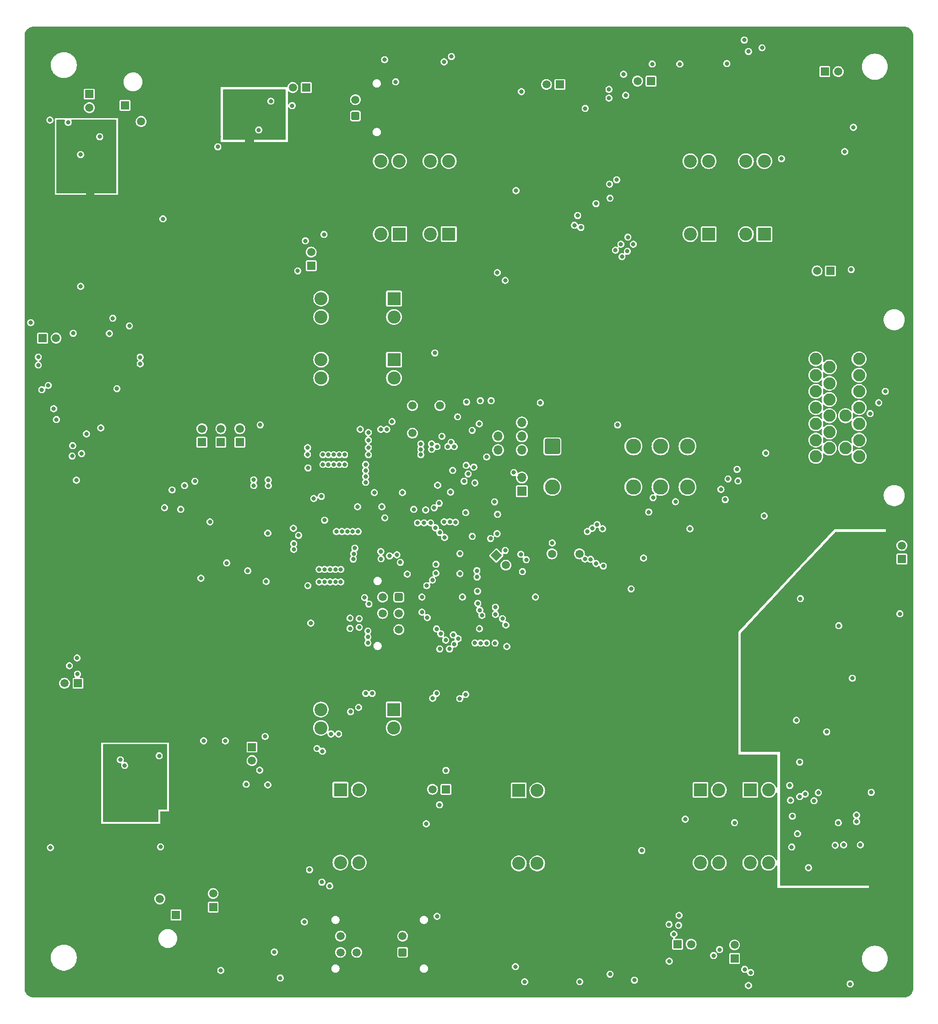
<source format=gbr>
%TF.GenerationSoftware,KiCad,Pcbnew,8.0.5*%
%TF.CreationDate,2025-01-18T20:32:25+01:00*%
%TF.ProjectId,FT25_PDU,46543235-5f50-4445-952e-6b696361645f,V1.2*%
%TF.SameCoordinates,Original*%
%TF.FileFunction,Copper,L3,Inr*%
%TF.FilePolarity,Positive*%
%FSLAX46Y46*%
G04 Gerber Fmt 4.6, Leading zero omitted, Abs format (unit mm)*
G04 Created by KiCad (PCBNEW 8.0.5) date 2025-01-18 20:32:25*
%MOMM*%
%LPD*%
G01*
G04 APERTURE LIST*
G04 Aperture macros list*
%AMRoundRect*
0 Rectangle with rounded corners*
0 $1 Rounding radius*
0 $2 $3 $4 $5 $6 $7 $8 $9 X,Y pos of 4 corners*
0 Add a 4 corners polygon primitive as box body*
4,1,4,$2,$3,$4,$5,$6,$7,$8,$9,$2,$3,0*
0 Add four circle primitives for the rounded corners*
1,1,$1+$1,$2,$3*
1,1,$1+$1,$4,$5*
1,1,$1+$1,$6,$7*
1,1,$1+$1,$8,$9*
0 Add four rect primitives between the rounded corners*
20,1,$1+$1,$2,$3,$4,$5,0*
20,1,$1+$1,$4,$5,$6,$7,0*
20,1,$1+$1,$6,$7,$8,$9,0*
20,1,$1+$1,$8,$9,$2,$3,0*%
%AMRotRect*
0 Rectangle, with rotation*
0 The origin of the aperture is its center*
0 $1 length*
0 $2 width*
0 $3 Rotation angle, in degrees counterclockwise*
0 Add horizontal line*
21,1,$1,$2,0,0,$3*%
G04 Aperture macros list end*
%TA.AperFunction,ComponentPad*%
%ADD10R,1.500000X1.500000*%
%TD*%
%TA.AperFunction,ComponentPad*%
%ADD11C,1.500000*%
%TD*%
%TA.AperFunction,ComponentPad*%
%ADD12C,5.600000*%
%TD*%
%TA.AperFunction,ComponentPad*%
%ADD13R,2.400000X2.400000*%
%TD*%
%TA.AperFunction,ComponentPad*%
%ADD14C,2.400000*%
%TD*%
%TA.AperFunction,ComponentPad*%
%ADD15RoundRect,0.250001X0.499999X-0.499999X0.499999X0.499999X-0.499999X0.499999X-0.499999X-0.499999X0*%
%TD*%
%TA.AperFunction,ComponentPad*%
%ADD16R,1.520000X1.520000*%
%TD*%
%TA.AperFunction,ComponentPad*%
%ADD17C,1.520000*%
%TD*%
%TA.AperFunction,ComponentPad*%
%ADD18C,2.250000*%
%TD*%
%TA.AperFunction,ComponentPad*%
%ADD19RotRect,1.500000X1.500000X315.000000*%
%TD*%
%TA.AperFunction,ComponentPad*%
%ADD20R,1.700000X1.700000*%
%TD*%
%TA.AperFunction,ComponentPad*%
%ADD21O,1.700000X1.700000*%
%TD*%
%TA.AperFunction,ComponentPad*%
%ADD22C,2.800000*%
%TD*%
%TA.AperFunction,ComponentPad*%
%ADD23RoundRect,0.250000X-1.150000X-1.150000X1.150000X-1.150000X1.150000X1.150000X-1.150000X1.150000X0*%
%TD*%
%TA.AperFunction,ComponentPad*%
%ADD24RoundRect,0.250001X-0.499999X0.499999X-0.499999X-0.499999X0.499999X-0.499999X0.499999X0.499999X0*%
%TD*%
%TA.AperFunction,ViaPad*%
%ADD25C,0.800000*%
%TD*%
G04 APERTURE END LIST*
D10*
%TO.N,/MCU/IN1*%
%TO.C,TP2*%
X165320000Y-98460000D03*
D11*
X165320000Y-95960000D03*
%TD*%
D10*
%TO.N,/connectors/P_Out5*%
%TO.C,TP13*%
X147190001Y-216990000D03*
D11*
X147190001Y-214490000D03*
%TD*%
D10*
%TO.N,/connectors/P_Out9*%
%TO.C,TP14*%
X261380000Y-99440000D03*
D11*
X258880000Y-99440000D03*
%TD*%
D12*
%TO.N,GND*%
%TO.C,REF\u002A\u002A*%
X116410000Y-144080000D03*
%TD*%
D13*
%TO.N,+24V*%
%TO.C,H12*%
X180580000Y-180485000D03*
D14*
X180580000Y-183885000D03*
%TO.N,Net-(D39-A2)*%
X167110000Y-180485000D03*
X167110000Y-183885000D03*
%TD*%
D12*
%TO.N,GND*%
%TO.C,REF\u002A\u002A*%
X116410000Y-190080000D03*
%TD*%
D15*
%TO.N,/connectors/P_Out2*%
%TO.C,J5*%
X173505000Y-70795000D03*
D11*
%TO.N,/connectors/P_Out1*%
X173505000Y-67795000D03*
%TO.N,GND*%
X176505000Y-70795000D03*
X176505000Y-67795000D03*
%TD*%
D10*
%TO.N,/MCU/IN6*%
%TO.C,TP12*%
X211339141Y-64992342D03*
D11*
X208839141Y-64992342D03*
%TD*%
%TO.N,EBS supply*%
%TO.C,K2*%
X189130000Y-124340000D03*
%TO.N,/EBSR/EBS power*%
X184050000Y-124340000D03*
%TO.N,GND*%
X191670000Y-129420000D03*
%TO.N,TSMS SDC*%
X184050000Y-129420000D03*
%TD*%
D10*
%TO.N,/MCU/IN12*%
%TO.C,TP17*%
X152120000Y-131100000D03*
D11*
X152120000Y-128600000D03*
%TD*%
D13*
%TO.N,/EBSR/EBS power*%
%TO.C,H15*%
X180629999Y-115825000D03*
D14*
X180629999Y-119225000D03*
%TO.N,Net-(D45-A2)*%
X167159999Y-115825000D03*
X167159999Y-119225000D03*
%TD*%
D10*
%TO.N,/MCU/IN7*%
%TO.C,TP4*%
X260299999Y-62600000D03*
D11*
X262799999Y-62600000D03*
%TD*%
D16*
%TO.N,/connectors/P_Out3*%
%TO.C,J9*%
X130879500Y-68825800D03*
D17*
%TO.N,GND*%
X133879500Y-68825800D03*
X130879500Y-71825800D03*
%TO.N,/connectors/P_Out4*%
X133879500Y-71825800D03*
%TD*%
D13*
%TO.N,+24V*%
%TO.C,H5*%
X246515000Y-195350000D03*
D14*
X249915000Y-195350000D03*
%TO.N,Net-(D11-A2)*%
X246515000Y-208820000D03*
X249915000Y-208820000D03*
%TD*%
D16*
%TO.N,/connectors/P_Out10*%
%TO.C,J11*%
X140324000Y-218474200D03*
D17*
%TO.N,GND*%
X137324000Y-218474200D03*
X140324000Y-215474200D03*
%TO.N,/connectors/P_Out5*%
X137324000Y-215474200D03*
%TD*%
D12*
%TO.N,GND*%
%TO.C,REF\u002A\u002A*%
X159210000Y-144080000D03*
%TD*%
D10*
%TO.N,/MCU/IN8*%
%TO.C,TP5*%
X190250000Y-195230000D03*
D11*
X187750000Y-195230000D03*
%TD*%
D18*
%TO.N,+24V*%
%TO.C,J10*%
X258650000Y-133700000D03*
%TO.N,/connectors/P_Out11*%
X258650000Y-130700000D03*
%TO.N,24V ASMS*%
X258650000Y-127700000D03*
%TO.N,EBS supply*%
X258650000Y-124700000D03*
%TO.N,AS actuator supply*%
X258650000Y-121700000D03*
%TO.N,TSMS SDC*%
X258650000Y-118700000D03*
%TO.N,+24V*%
X258650000Y-115700000D03*
%TO.N,stdCAN_L*%
X261150000Y-132200000D03*
%TO.N,FDCAN_H*%
X261150000Y-129200000D03*
%TO.N,FDCAN_L*%
X261150000Y-126200000D03*
%TO.N,stdCAN_H*%
X261150000Y-123200000D03*
%TO.N,unconnected-(J10-Pin_12-Pad12)*%
X261150000Y-120200000D03*
%TO.N,/connectors/P_Out8*%
X261150000Y-117200000D03*
%TO.N,/connectors/P_Out10*%
X264150000Y-132200000D03*
%TO.N,GND*%
X264150000Y-129200000D03*
%TO.N,/RBR/SDC bypass*%
X264150000Y-126200000D03*
%TO.N,GND*%
X264150000Y-123200000D03*
X264150000Y-120200000D03*
X264150000Y-117200000D03*
%TO.N,/connectors/P_Out7*%
X266650000Y-133700000D03*
%TO.N,+24V*%
X266650000Y-130700000D03*
%TO.N,/connectors/P_Out6*%
X266650000Y-127700000D03*
%TO.N,/RBR/SDC bypass*%
X266650000Y-124700000D03*
%TO.N,/RBR/RES*%
X266650000Y-121700000D03*
%TO.N,/connectors/P_Out9*%
X266650000Y-118700000D03*
%TO.N,+24V*%
X266650000Y-115700000D03*
%TD*%
D13*
%TO.N,+24V*%
%TO.C,H14*%
X190775001Y-92620000D03*
D14*
X187375001Y-92620000D03*
%TO.N,Net-(D59-A2)*%
X190775001Y-79150000D03*
X187375001Y-79150000D03*
%TD*%
D19*
%TO.N,+3V3*%
%TO.C,TP11*%
X199560553Y-152033274D03*
D11*
X201328320Y-153801041D03*
%TD*%
D13*
%TO.N,+24V*%
%TO.C,H7*%
X238835000Y-92630000D03*
D14*
X235435000Y-92630000D03*
%TO.N,Net-(D19-A2)*%
X238835000Y-79160000D03*
X235435000Y-79160000D03*
%TD*%
D20*
%TO.N,GND*%
%TO.C,J2*%
X199865000Y-127465000D03*
D21*
%TO.N,/MCU/UART_RX*%
X199865000Y-130005000D03*
%TO.N,/MCU/UART_TX*%
X199865000Y-132545000D03*
%TD*%
D12*
%TO.N,GND*%
%TO.C,REF\u002A\u002A*%
X116410000Y-98080000D03*
%TD*%
D10*
%TO.N,/MCU/IN3*%
%TO.C,TP6*%
X154370000Y-187430000D03*
D11*
X154370000Y-189930000D03*
%TD*%
D13*
%TO.N,+24V*%
%TO.C,H6*%
X181585000Y-92620000D03*
D14*
X178185000Y-92620000D03*
%TO.N,Net-(D15-A2)*%
X181585000Y-79150000D03*
X178185000Y-79150000D03*
%TD*%
D11*
%TO.N,Net-(D56-K)*%
%TO.C,U11*%
X214940000Y-151720000D03*
%TO.N,GND*%
X212400000Y-151720000D03*
%TO.N,+3V3*%
X209860000Y-151720000D03*
%TD*%
D10*
%TO.N,/MCU/IN2*%
%TO.C,TP7*%
X115640000Y-111860000D03*
D11*
X118140000Y-111860000D03*
%TD*%
D15*
%TO.N,/connectors/P_Out10*%
%TO.C,J3*%
X182234201Y-225361500D03*
D11*
X182234201Y-222361500D03*
%TO.N,GND*%
X185234201Y-225361500D03*
X185234201Y-222361500D03*
%TD*%
D10*
%TO.N,/connectors/P_Out3*%
%TO.C,TP19*%
X124290000Y-66770000D03*
D11*
X124290000Y-69270000D03*
%TD*%
D22*
%TO.N,24V ASMS*%
%TO.C,K1*%
X229929411Y-131855000D03*
%TO.N,unconnected-(K1-Pad12)*%
X224929411Y-131855000D03*
%TO.N,AS actuator supply*%
X234929411Y-131855000D03*
%TO.N,/RBR/RES*%
X229929411Y-139355000D03*
%TO.N,/RBR/SDC bypass*%
X224929411Y-139355000D03*
%TO.N,unconnected-(K1-Pad24)*%
X234929411Y-139355000D03*
D23*
%TO.N,Net-(K1-PadA1)*%
X209929411Y-131855000D03*
D22*
%TO.N,24V ASMS*%
X209929411Y-139355000D03*
%TD*%
D13*
%TO.N,+24V*%
%TO.C,H11*%
X180630000Y-104545000D03*
D14*
X180630000Y-107945000D03*
%TO.N,Net-(D35-A2)*%
X167160000Y-104545000D03*
X167160000Y-107945000D03*
%TD*%
D10*
%TO.N,/MCU/IN10*%
%TO.C,TP3*%
X228180001Y-64350000D03*
D11*
X225680001Y-64350000D03*
%TD*%
D12*
%TO.N,GND*%
%TO.C,REF\u002A\u002A*%
X159210000Y-98080000D03*
%TD*%
D13*
%TO.N,AS actuator supply*%
%TO.C,H13*%
X237325000Y-195350000D03*
D14*
X240725000Y-195350000D03*
%TO.N,Net-(D51-A2)*%
X237325000Y-208820000D03*
X240725000Y-208820000D03*
%TD*%
D10*
%TO.N,/MCU/IN5*%
%TO.C,TP10*%
X233090000Y-223860000D03*
D11*
X235590000Y-223860000D03*
%TD*%
D10*
%TO.N,/MCU/IN13*%
%TO.C,TP16*%
X145120000Y-131100000D03*
D11*
X145120000Y-128600000D03*
%TD*%
D24*
%TO.N,stdCAN_L*%
%TO.C,J7*%
X181535000Y-159725000D03*
D11*
%TO.N,FDCAN_L*%
X181535000Y-162725000D03*
%TO.N,/connectors/P_Out11*%
X181535000Y-165725000D03*
%TO.N,stdCAN_H*%
X178535000Y-159725000D03*
%TO.N,FDCAN_H*%
X178535000Y-162725000D03*
%TO.N,GND*%
X178535000Y-165725000D03*
%TD*%
D12*
%TO.N,GND*%
%TO.C,REF\u002A\u002A*%
X159210000Y-190080000D03*
%TD*%
D10*
%TO.N,/MCU/IN11*%
%TO.C,TP15*%
X148620000Y-131100000D03*
D11*
X148620000Y-128600000D03*
%TD*%
D10*
%TO.N,/connectors/P_Out6*%
%TO.C,TP9*%
X274570000Y-152680000D03*
D11*
X274570000Y-150180000D03*
%TD*%
D13*
%TO.N,+24V*%
%TO.C,H9*%
X203725000Y-195450000D03*
D14*
X207125000Y-195450000D03*
%TO.N,Net-(D27-A2)*%
X203725000Y-208920000D03*
X207125000Y-208920000D03*
%TD*%
D13*
%TO.N,+24V*%
%TO.C,H10*%
X170725000Y-195300000D03*
D14*
X174125000Y-195300000D03*
%TO.N,Net-(D31-A2)*%
X170725000Y-208770000D03*
X174125000Y-208770000D03*
%TD*%
D24*
%TO.N,GND*%
%TO.C,J1*%
X173750000Y-222364200D03*
D11*
%TO.N,/connectors/P_Out13*%
X173750000Y-225364200D03*
%TO.N,/connectors/P_Out14*%
X170750000Y-222364200D03*
%TO.N,/connectors/P_Out12*%
X170750000Y-225364200D03*
%TD*%
D20*
%TO.N,+3V3*%
%TO.C,J4*%
X204285000Y-140165000D03*
D21*
%TO.N,/MCU/SWCLK*%
X204285000Y-137625000D03*
%TO.N,GND*%
X204285000Y-135085000D03*
%TO.N,/MCU/SWDIO*%
X204285000Y-132545000D03*
%TO.N,/MCU/NRST*%
X204285000Y-130005000D03*
%TO.N,/MCU/SWO*%
X204285000Y-127465000D03*
%TD*%
D10*
%TO.N,/MCU/IN9*%
%TO.C,TP8*%
X122200000Y-175640000D03*
D11*
X119700000Y-175640000D03*
%TD*%
D10*
%TO.N,/MCU/IN4*%
%TO.C,TP1*%
X243620000Y-226500000D03*
D11*
X243620000Y-224000000D03*
%TD*%
D10*
%TO.N,/connectors/P_Out1*%
%TO.C,TP18*%
X164420000Y-65550000D03*
D11*
X161920000Y-65550000D03*
%TD*%
D13*
%TO.N,+24V*%
%TO.C,H8*%
X249125000Y-92630000D03*
D14*
X245725000Y-92630000D03*
%TO.N,Net-(D23-A2)*%
X249125000Y-79160000D03*
X245725000Y-79160000D03*
%TD*%
D25*
%TO.N,GND*%
X133525000Y-55488747D03*
X250400000Y-233200000D03*
X185725000Y-55488747D03*
X156200000Y-56750000D03*
X250275000Y-54811252D03*
X255900000Y-165600000D03*
X126300000Y-57200000D03*
X227925000Y-232511252D03*
X220675000Y-232511252D03*
X113500000Y-213900000D03*
X157550000Y-56750000D03*
X178600000Y-207500000D03*
X113500000Y-126899999D03*
X244500000Y-212400000D03*
X271800000Y-169400000D03*
X162700000Y-56750000D03*
X112811253Y-126175000D03*
X202070000Y-141100000D03*
X265900000Y-82700000D03*
X188725000Y-137630000D03*
X271800000Y-168100000D03*
X142000000Y-189000000D03*
X217775000Y-232511252D03*
X112811252Y-163875000D03*
X148900000Y-233200000D03*
X130070000Y-106520000D03*
X143675000Y-55488747D03*
X153250000Y-233200000D03*
X150350000Y-233200000D03*
X232150001Y-60800000D03*
X113500000Y-228500000D03*
X258975000Y-54811252D03*
X112811252Y-118925000D03*
X112811253Y-133425000D03*
X133298000Y-139970000D03*
X180400000Y-134300000D03*
X167800000Y-77200000D03*
X206900000Y-233200000D03*
X229300000Y-153800000D03*
X148200000Y-74600000D03*
X242275000Y-55488748D03*
X135100000Y-232500000D03*
X272975000Y-232511252D03*
X114700000Y-63800000D03*
X126175000Y-55488748D03*
X113500000Y-171850000D03*
X213425000Y-232511252D03*
X112811252Y-166775000D03*
X112811253Y-134875000D03*
X235175000Y-232511252D03*
X146500000Y-158700000D03*
X203849999Y-54800000D03*
X275100000Y-165500000D03*
X198670000Y-83370000D03*
X198981636Y-58948364D03*
X262100000Y-233200000D03*
X113500000Y-182000000D03*
X270150000Y-90373218D03*
X120300000Y-100000000D03*
X268450000Y-83226782D03*
X235100000Y-128600000D03*
X184185866Y-155015354D03*
X158600000Y-221350000D03*
X119800000Y-109400000D03*
X114700000Y-94300000D03*
X151800000Y-233200000D03*
X227200000Y-233200000D03*
X243725000Y-55488748D03*
X152590000Y-83790000D03*
X113400000Y-59800000D03*
X233575000Y-55488748D03*
X218798012Y-88898004D03*
X154200000Y-74100000D03*
X224150000Y-54800000D03*
X145275000Y-232511252D03*
X150925000Y-55488747D03*
X207475000Y-55488748D03*
X162600000Y-226400000D03*
X267900000Y-233200000D03*
X259100000Y-233200000D03*
X116750000Y-54800000D03*
X133650000Y-232500000D03*
X137875000Y-55488748D03*
X186449999Y-54800000D03*
X182975000Y-232511252D03*
X251725000Y-54811252D03*
X252800000Y-166800000D03*
X266450000Y-233200000D03*
X246650000Y-55500000D03*
X253300000Y-233200000D03*
X215450000Y-54800000D03*
X113500000Y-203750001D03*
X269299999Y-90900000D03*
X140700000Y-78500000D03*
X176300000Y-54800000D03*
X157600000Y-233200000D03*
X114800000Y-232500000D03*
X112811252Y-127625000D03*
X159350000Y-220500000D03*
X233000000Y-233200000D03*
X171225000Y-55488748D03*
X193125000Y-232511252D03*
X113500000Y-135599999D03*
X179200000Y-54800000D03*
X219225000Y-232511252D03*
X243000000Y-54800000D03*
X222850000Y-233200000D03*
X121020000Y-187060000D03*
X251500000Y-169400000D03*
X180075000Y-232511252D03*
X231400000Y-54800000D03*
X174850000Y-54800000D03*
X217427008Y-226775000D03*
X251850000Y-233200000D03*
X248100000Y-55500000D03*
X113500000Y-141400000D03*
X223575000Y-232511252D03*
X128580000Y-194790000D03*
X154550000Y-54800000D03*
X270075000Y-232511252D03*
X113500000Y-161700000D03*
X244480000Y-218640000D03*
X125020000Y-190060000D03*
X142350000Y-232500000D03*
X198775000Y-55488748D03*
X132075000Y-55488748D03*
X255350000Y-55500000D03*
X266225000Y-54811251D03*
X166300000Y-233200000D03*
X181525000Y-232511252D03*
X124500000Y-81800000D03*
X271850000Y-83226782D03*
X112811252Y-165325000D03*
X219075000Y-55488748D03*
X162950000Y-188250000D03*
X151402000Y-229980000D03*
X252800000Y-173300000D03*
X163400000Y-233200000D03*
X178625000Y-232511252D03*
X184275000Y-55488748D03*
X112811252Y-149375000D03*
X183500000Y-206170000D03*
X147450000Y-233200000D03*
X112811252Y-207375000D03*
X112811252Y-198675000D03*
X113500000Y-166050000D03*
X112811252Y-147925000D03*
X183550000Y-54800000D03*
X113400000Y-62500000D03*
X166150000Y-54800000D03*
X126300000Y-62500000D03*
X137690000Y-114580000D03*
X147300000Y-54800000D03*
X144400000Y-54800000D03*
X125020000Y-193060000D03*
X113500000Y-152999999D03*
X230825000Y-232511252D03*
X238075000Y-232511252D03*
X265725000Y-232511252D03*
X206025000Y-55488748D03*
X272700000Y-82700000D03*
X148175000Y-232511252D03*
X188499994Y-133200000D03*
X186625001Y-68655025D03*
X226475000Y-232511252D03*
X218500000Y-233200000D03*
X197500000Y-136800000D03*
X267600000Y-90900000D03*
X216900000Y-54800000D03*
X113500000Y-124000000D03*
X128350001Y-54800000D03*
X188625000Y-55488748D03*
X113500000Y-231400000D03*
X202400000Y-54800000D03*
X113500000Y-128350000D03*
X200225000Y-55488748D03*
X238800000Y-233200000D03*
X149475000Y-55488748D03*
X273550000Y-90373218D03*
X193500000Y-69900000D03*
X245925000Y-54811252D03*
X183520000Y-201650000D03*
X112811252Y-146475000D03*
X143075000Y-233188748D03*
X113500000Y-211000000D03*
X155425000Y-232511252D03*
X120300000Y-98700000D03*
X271800000Y-170700000D03*
X113500000Y-173300000D03*
X125000000Y-58500000D03*
X275100000Y-169400000D03*
X116975000Y-233188748D03*
X120300000Y-97300000D03*
X251500000Y-164200000D03*
X113500000Y-147200000D03*
X134400001Y-101079999D03*
X113500000Y-131250000D03*
X272699999Y-90900000D03*
X119820000Y-82610000D03*
X242400001Y-56600000D03*
X112811253Y-185625000D03*
X195149999Y-54800000D03*
X113300000Y-93100000D03*
X174125000Y-55488748D03*
X275100000Y-170700000D03*
X121325000Y-233188748D03*
X112811252Y-184175000D03*
X227775000Y-55488748D03*
X118425000Y-233188748D03*
X131475000Y-233188748D03*
X158900000Y-54800000D03*
X172675000Y-55488748D03*
X113500000Y-197950000D03*
X112811253Y-168225000D03*
X217160000Y-75500000D03*
X189500000Y-233200000D03*
X139450000Y-232500000D03*
X146000000Y-233200000D03*
X274400000Y-85600000D03*
X142000000Y-81650000D03*
X185150000Y-233200000D03*
X195300000Y-233200000D03*
X274926782Y-89850000D03*
X194000000Y-130100000D03*
X241550000Y-54800000D03*
X113500000Y-215350000D03*
X182250000Y-233200000D03*
X208200000Y-54800000D03*
X112811252Y-216075000D03*
X114700000Y-93100000D03*
X196600000Y-54800000D03*
X211250000Y-233200000D03*
X112811253Y-194325000D03*
X172825000Y-232511252D03*
X121020000Y-190060000D03*
X259925000Y-232511252D03*
X246775000Y-232511252D03*
X118200000Y-54800000D03*
X275100000Y-166800000D03*
X215600000Y-233200000D03*
X156030000Y-150040000D03*
X164650000Y-59200000D03*
X229640000Y-68380000D03*
X176810000Y-137470000D03*
X123900000Y-134000000D03*
X212700000Y-233200000D03*
X180473008Y-59923008D03*
X117000000Y-85900000D03*
X163950000Y-56750000D03*
X267175000Y-232511252D03*
X114575000Y-55488748D03*
X113500000Y-208100000D03*
X211100001Y-54800000D03*
X113500000Y-134150001D03*
X113400000Y-58500000D03*
X118925000Y-55488747D03*
X125000000Y-62500000D03*
X185171992Y-155668008D03*
X151650001Y-54800000D03*
X167870000Y-80280000D03*
X113500000Y-225600000D03*
X113500000Y-200850000D03*
X116170000Y-127460000D03*
X112811252Y-221975000D03*
X242250000Y-219380000D03*
X155275000Y-55488748D03*
X167600000Y-54800000D03*
X142000000Y-192000000D03*
X177025000Y-55488747D03*
X113500000Y-216900000D03*
X113500000Y-132700000D03*
X252800000Y-164200000D03*
X151800000Y-140000000D03*
X190225000Y-232511252D03*
X130400000Y-81200000D03*
X115410000Y-195800000D03*
X235900000Y-233200000D03*
X203275000Y-232511252D03*
X274400000Y-83899999D03*
X217050000Y-233200000D03*
X121600000Y-96000000D03*
X160500000Y-233200000D03*
X201100000Y-233200000D03*
X234450000Y-233200000D03*
X264050000Y-55500000D03*
X208925000Y-55488748D03*
X112811252Y-197225000D03*
X271800000Y-172000000D03*
X126300000Y-58500000D03*
X255900000Y-172100000D03*
X239700000Y-62900000D03*
X248182028Y-232500000D03*
X234852089Y-199006073D03*
X115300000Y-54800000D03*
X252200000Y-163399996D03*
X142000000Y-195000000D03*
X219930909Y-57790001D03*
X193700000Y-54800000D03*
X251000000Y-55500000D03*
X113500000Y-196500000D03*
X112811253Y-142125000D03*
X229949999Y-54800000D03*
X135680000Y-130070000D03*
X164700000Y-54800000D03*
X160349999Y-54800000D03*
X241590000Y-216010000D03*
X270800000Y-233200000D03*
X112811252Y-130525000D03*
X265000000Y-233200000D03*
X255475000Y-232511252D03*
X130025000Y-233188748D03*
X112811252Y-230675000D03*
X251500000Y-172000000D03*
X123500000Y-232500000D03*
X149625000Y-232511252D03*
X161075000Y-55488747D03*
X161800000Y-54800000D03*
X173550000Y-233200000D03*
X150200000Y-54800000D03*
X230100000Y-233200000D03*
X196900000Y-147200000D03*
X209075000Y-232511252D03*
X177900000Y-233200000D03*
X255900000Y-164300000D03*
X152375000Y-55488747D03*
X112811253Y-217625000D03*
X271300000Y-55500000D03*
X214000000Y-54800000D03*
X129075000Y-55488747D03*
X193850000Y-233200000D03*
X268400000Y-55500000D03*
X271525000Y-232511252D03*
X140700000Y-71500000D03*
X191600000Y-115500000D03*
X113500000Y-155900000D03*
X159050000Y-233200000D03*
X255900000Y-166900000D03*
X112811252Y-153725000D03*
X163250000Y-54800000D03*
X235750000Y-54800000D03*
X112811252Y-171125000D03*
X260240000Y-200890000D03*
X121600000Y-98700000D03*
X192400000Y-233200000D03*
X125000000Y-63800000D03*
X126900000Y-54800000D03*
X130010000Y-177380000D03*
X251500000Y-173300000D03*
X240800000Y-227800000D03*
X232238147Y-227775000D03*
X117410000Y-194800000D03*
X266750000Y-90373218D03*
X214150000Y-233200000D03*
X255900000Y-168200000D03*
X121100000Y-54800000D03*
X190800000Y-54800000D03*
X147700000Y-132700000D03*
X153100000Y-54800000D03*
X158900000Y-56750000D03*
X130209425Y-128709479D03*
X198050000Y-54800000D03*
X165575000Y-232511252D03*
X126500000Y-130900000D03*
X123020000Y-187060000D03*
X270800000Y-175700000D03*
X113500000Y-119650000D03*
X257800000Y-208700000D03*
X217625000Y-55488748D03*
X166875000Y-55488748D03*
X186600000Y-233200000D03*
X112811252Y-123275000D03*
X205450000Y-233200000D03*
X154200000Y-72700000D03*
X270575000Y-54811252D03*
X127850000Y-232500000D03*
X114700000Y-62500000D03*
X171950000Y-54800000D03*
X113500000Y-179100000D03*
X244600000Y-233200000D03*
X124725000Y-55488748D03*
X156150000Y-233200000D03*
X112811252Y-174025000D03*
X251125000Y-232511252D03*
X113500000Y-137050000D03*
X204430000Y-149675000D03*
X140000000Y-189000000D03*
X248825000Y-54811251D03*
X206175000Y-232511252D03*
X162675000Y-232511252D03*
X113500000Y-150100000D03*
X202550000Y-233200000D03*
X273475000Y-54811251D03*
X113500000Y-206600000D03*
X117410000Y-195800000D03*
X112811253Y-160975000D03*
X274400000Y-90900000D03*
X251500000Y-166800000D03*
X271800000Y-174600000D03*
X201379994Y-139000000D03*
X125840000Y-111940000D03*
X168750000Y-90690000D03*
X112811252Y-113125000D03*
X175725000Y-232511252D03*
X142000000Y-78750000D03*
X182700000Y-64300000D03*
X164010000Y-195260000D03*
X207625000Y-232511252D03*
X113500000Y-209550000D03*
X123475000Y-141300000D03*
X175575000Y-55488748D03*
X200950000Y-54800000D03*
X192025000Y-133155564D03*
X171375000Y-232511252D03*
X153255000Y-143865000D03*
X254750000Y-233200000D03*
X194575000Y-232511252D03*
X113500000Y-199400000D03*
X130750000Y-232500000D03*
X260425000Y-54811252D03*
X227050000Y-54800000D03*
X274500000Y-176600000D03*
X113500000Y-157350000D03*
X156000000Y-54800000D03*
X267082501Y-69210000D03*
X177175000Y-232511252D03*
X125450000Y-54800000D03*
X249550000Y-55500000D03*
X131350000Y-54800000D03*
X113500000Y-139950000D03*
X121600000Y-100000000D03*
X124500000Y-83300000D03*
X208350000Y-233200000D03*
X158325000Y-232511252D03*
X154425000Y-143860000D03*
X138725000Y-233188748D03*
X157450000Y-54800000D03*
X112811253Y-159525000D03*
X161225000Y-232511252D03*
X140000000Y-192000000D03*
X113500000Y-170400000D03*
X266950000Y-55500000D03*
X244490000Y-216660000D03*
X228650000Y-233200000D03*
X263550000Y-233200000D03*
X221975000Y-55488747D03*
X113500000Y-110950000D03*
X184425000Y-232511252D03*
X257650000Y-233200000D03*
X127125000Y-233188748D03*
X273800000Y-175699998D03*
X256200000Y-233200000D03*
X274400000Y-89000000D03*
X267600000Y-82700000D03*
X145850000Y-54800000D03*
X112811252Y-111675000D03*
X125096643Y-176305057D03*
X236475000Y-55488748D03*
X113500000Y-115300000D03*
X169049999Y-54800000D03*
X244450000Y-54800000D03*
X113500000Y-112400000D03*
X170650000Y-233200000D03*
X229225000Y-55488747D03*
X200375000Y-232511252D03*
X143050000Y-81000000D03*
X251500000Y-170700000D03*
X255900000Y-169500000D03*
X209800000Y-233200000D03*
X175000000Y-233200000D03*
X131540000Y-163930000D03*
X184700000Y-137700000D03*
X274425000Y-232511252D03*
X275100000Y-173300000D03*
X268450000Y-90373218D03*
X233725000Y-232511252D03*
X126410000Y-108900000D03*
X169200000Y-233200000D03*
X235025000Y-55488748D03*
X153825000Y-55488748D03*
X131540000Y-160600000D03*
X115410000Y-196800000D03*
X275100000Y-172000000D03*
X225750000Y-233200000D03*
X247375000Y-54811251D03*
X246050000Y-233200000D03*
X112811252Y-172575000D03*
X132200000Y-232500000D03*
X177749999Y-54800000D03*
X211825000Y-55488747D03*
X148750000Y-54800000D03*
X148960000Y-193750000D03*
X113500000Y-164600000D03*
X262825000Y-232511252D03*
X221249999Y-54800000D03*
X135350000Y-194860000D03*
X141500000Y-54800000D03*
X252800000Y-172000000D03*
X214590000Y-126320000D03*
X218350000Y-54800000D03*
X129900000Y-54800000D03*
X146800000Y-197100000D03*
X113500000Y-174750000D03*
X275100000Y-164200000D03*
X195170000Y-196200000D03*
X243150000Y-233200000D03*
X256075000Y-54811251D03*
X252800000Y-169400000D03*
X112811252Y-129075000D03*
X112811252Y-139225000D03*
X121020000Y-193060000D03*
X252050000Y-86400000D03*
X137150000Y-54800000D03*
X224875000Y-55488748D03*
X231550000Y-233200000D03*
X263325000Y-54811252D03*
X126300000Y-61100000D03*
X239525000Y-232511252D03*
X112811252Y-114575000D03*
X271800000Y-173300000D03*
X212000000Y-168600000D03*
X275100000Y-174600000D03*
X141625000Y-233188748D03*
X268625000Y-232511252D03*
X254625000Y-54811252D03*
X112811253Y-195775000D03*
X122775000Y-233188748D03*
X116250000Y-232500000D03*
X210525000Y-232511252D03*
X140050000Y-54800000D03*
X160220000Y-219510000D03*
X271800000Y-164200000D03*
X198200000Y-233200000D03*
X270150000Y-83226782D03*
X187175000Y-55488747D03*
X122550000Y-54800000D03*
X113500000Y-177650001D03*
X252450000Y-55500000D03*
X179087574Y-149787575D03*
X165425000Y-55488748D03*
X231775000Y-217920000D03*
X225025000Y-232511252D03*
X206909008Y-230687008D03*
X113500000Y-151550001D03*
X212900000Y-155475000D03*
X112811252Y-214625000D03*
X112811252Y-131975000D03*
X180650000Y-54800000D03*
X192975000Y-55488748D03*
X113500000Y-218350001D03*
X191675000Y-232511252D03*
X135825000Y-233188748D03*
X243875000Y-232511252D03*
X265899999Y-90900000D03*
X215500000Y-128000000D03*
X191525000Y-55488748D03*
X140700000Y-77300000D03*
X199650000Y-233200000D03*
X145125000Y-55488748D03*
X112811252Y-162425000D03*
X242230000Y-221970000D03*
X140700000Y-83700000D03*
X269300000Y-82700000D03*
X113500000Y-154450000D03*
X219800001Y-54800000D03*
X120375000Y-55488747D03*
X224300000Y-233200000D03*
X182825000Y-55488748D03*
X129300000Y-232500000D03*
X139300000Y-55500000D03*
X112811252Y-116025001D03*
X116150000Y-136040000D03*
X140700000Y-74400000D03*
X112811253Y-226325000D03*
X261150000Y-55500000D03*
X162525000Y-55488748D03*
X254600000Y-198200000D03*
X255900000Y-174700000D03*
X116410000Y-194800000D03*
X275100000Y-168100000D03*
X247207740Y-59194900D03*
X112811253Y-124725000D03*
X112811252Y-201575000D03*
X245175000Y-55488748D03*
X112811252Y-181275000D03*
X112811252Y-120375000D03*
X168475000Y-232511252D03*
X151075000Y-232511252D03*
X169775000Y-55488747D03*
X112811252Y-137775000D03*
X112811252Y-229225000D03*
X206750000Y-54800000D03*
X112811253Y-117475000D03*
X167600000Y-124500000D03*
X257525000Y-54811251D03*
X123020000Y-190060000D03*
X113500000Y-148650000D03*
X112811252Y-224875000D03*
X112811253Y-169675000D03*
X113500000Y-176200000D03*
X271800000Y-165500000D03*
X192250000Y-54800000D03*
X130625000Y-55488748D03*
X251500000Y-165500000D03*
X194400004Y-57000000D03*
X113500000Y-158800000D03*
X258900000Y-208700000D03*
X240825000Y-55488748D03*
X112811253Y-211725000D03*
X194425000Y-55488747D03*
X210375000Y-55488748D03*
X117410000Y-196800000D03*
X212549999Y-54800000D03*
X261875000Y-54811252D03*
X252800000Y-168100000D03*
X232275000Y-232511252D03*
X172100000Y-233200000D03*
X263300000Y-216500000D03*
X112811252Y-192875000D03*
X177810000Y-136460000D03*
X238649999Y-54800000D03*
X229375000Y-232511252D03*
X214725000Y-55488748D03*
X197325000Y-55488748D03*
X224200000Y-127600000D03*
X121600000Y-97300000D03*
X183700000Y-233200000D03*
X237200001Y-54800000D03*
X229300000Y-150500000D03*
X272250000Y-233200000D03*
X255900000Y-170800000D03*
X112811253Y-213175000D03*
X271800000Y-166800000D03*
X113500000Y-183450000D03*
X228500001Y-54800000D03*
X113500000Y-168950001D03*
X113500000Y-167500000D03*
X138000000Y-232500000D03*
X148400000Y-99900000D03*
X222125000Y-232511252D03*
X240975000Y-232511252D03*
X249000000Y-75400000D03*
X112811252Y-179825000D03*
X158175000Y-55488748D03*
X140700000Y-72950000D03*
X125020000Y-187060000D03*
X144000000Y-195000000D03*
X174275000Y-232511252D03*
X271850000Y-90373218D03*
X125000000Y-59800000D03*
X144300000Y-95900000D03*
X148025000Y-55488748D03*
X209200000Y-126800000D03*
X113500000Y-129800000D03*
X113500000Y-224150000D03*
X124950000Y-232500000D03*
X274200000Y-55500000D03*
X169925000Y-232511252D03*
X146725000Y-232511252D03*
X182908899Y-136275000D03*
X243400000Y-65100000D03*
X264275000Y-232511252D03*
X122050000Y-232500000D03*
X117700000Y-232500000D03*
X125000000Y-57200000D03*
X112811252Y-158075000D03*
X274926782Y-88150000D03*
X142950001Y-54800000D03*
X203125000Y-55488747D03*
X201825000Y-232511252D03*
X113500000Y-222700000D03*
X197475000Y-232511252D03*
X114700000Y-58500000D03*
X178475000Y-55488747D03*
X112811252Y-140675000D03*
X237350000Y-233200000D03*
X113500000Y-195050001D03*
X235970000Y-69880000D03*
X199550000Y-202990000D03*
X182100000Y-54800000D03*
X183211202Y-131475000D03*
X188775000Y-232511252D03*
X129100000Y-224500000D03*
X241700000Y-233200000D03*
X145248008Y-149151992D03*
X132800000Y-54800000D03*
X144550000Y-233200000D03*
X144000000Y-189000000D03*
X252800000Y-174600000D03*
X261375000Y-232511252D03*
X160200000Y-56750000D03*
X254025000Y-232511252D03*
X265500000Y-55500000D03*
X262600000Y-55500000D03*
X248950000Y-233200000D03*
X144000000Y-192000000D03*
X223425000Y-55488748D03*
X112811252Y-121825000D03*
X217160000Y-70370000D03*
X116410000Y-195800000D03*
X112811252Y-205925000D03*
X113500000Y-184900000D03*
X113500000Y-202300000D03*
X113500000Y-138500000D03*
X260650000Y-233200000D03*
X115410000Y-194800000D03*
X120300000Y-96000000D03*
X225600000Y-54800000D03*
X112811253Y-150825000D03*
X112811252Y-110225000D03*
X232850000Y-54800000D03*
X114700000Y-57200000D03*
X129286643Y-176385057D03*
X132925000Y-233188748D03*
X255900000Y-173400000D03*
X117475000Y-55488748D03*
X211975000Y-232511252D03*
X112811253Y-187075000D03*
X271000000Y-82700000D03*
X142900000Y-143900000D03*
X123275000Y-55488748D03*
X251500000Y-174600000D03*
X274926782Y-86450000D03*
X213275000Y-55488747D03*
X260700000Y-66800000D03*
X168325000Y-55488747D03*
X113500000Y-219800000D03*
X140900000Y-232500000D03*
X226460000Y-207680000D03*
X115525000Y-233188748D03*
X112811253Y-227775000D03*
X214875000Y-232511252D03*
X216325000Y-232511252D03*
X161950000Y-233200000D03*
X239375000Y-55488747D03*
X112811252Y-220525000D03*
X252800000Y-165500000D03*
X112811253Y-152275000D03*
X204725000Y-232511252D03*
X237925000Y-55488747D03*
X116410000Y-196800000D03*
X181375000Y-55488748D03*
X123020000Y-193060000D03*
X247500000Y-233200000D03*
X273550000Y-83226782D03*
X164125000Y-232511252D03*
X216175000Y-55488748D03*
X113500000Y-118199999D03*
X176450000Y-233200000D03*
X128575000Y-233188748D03*
X113400000Y-63800000D03*
X164850000Y-233200000D03*
X134250001Y-54800000D03*
X240100000Y-54800000D03*
X211859140Y-68032341D03*
X185500000Y-141700000D03*
X196750000Y-233200000D03*
X140800000Y-55500000D03*
X252575000Y-232511252D03*
X271000000Y-90900000D03*
X113500000Y-122550000D03*
X163975000Y-55488748D03*
X167025000Y-232511252D03*
X113300000Y-94300000D03*
X121825000Y-55488748D03*
X272100000Y-175700000D03*
X159775000Y-232511252D03*
X134975000Y-55488747D03*
X113500000Y-163150000D03*
X190950000Y-233200000D03*
X166975000Y-198520000D03*
X189350000Y-54800000D03*
X274926782Y-84750000D03*
X156875000Y-232511252D03*
X161500000Y-56750000D03*
X113500000Y-227050001D03*
X153975000Y-232511252D03*
X258375000Y-232511252D03*
X187900000Y-54800000D03*
X259700000Y-55500000D03*
X119875000Y-233188748D03*
X112811252Y-136325000D03*
X204000000Y-233200000D03*
X124000000Y-54800000D03*
X275100000Y-175700000D03*
X221190000Y-149810000D03*
X272025000Y-54811252D03*
X264775000Y-54811251D03*
X157895000Y-66595000D03*
X267675000Y-54811252D03*
X222170599Y-154075000D03*
X219100000Y-195200000D03*
X204575000Y-55488747D03*
X185875000Y-232511252D03*
X232125000Y-55488748D03*
X112811252Y-223425000D03*
X140700000Y-79750000D03*
X120600000Y-232500000D03*
X127625000Y-55488747D03*
X269350000Y-233200000D03*
X266750000Y-83226782D03*
X236625000Y-232511252D03*
X190075000Y-55488748D03*
X151600000Y-68300000D03*
X126210000Y-73180000D03*
X112811253Y-176925000D03*
X179350000Y-233200000D03*
X272750000Y-55500000D03*
X251500000Y-168100000D03*
X112811252Y-182725000D03*
X113400000Y-61100000D03*
X112811252Y-175475000D03*
X132190000Y-198700000D03*
X136550000Y-232500000D03*
X113500000Y-193600000D03*
X137410000Y-194860000D03*
X126300000Y-59800000D03*
X242425000Y-232511252D03*
X222700000Y-54800000D03*
X113500000Y-221250000D03*
X142000000Y-80200000D03*
X140000000Y-195000000D03*
X112811253Y-204475000D03*
X125000000Y-61100000D03*
X274400000Y-87299999D03*
X252800000Y-170700000D03*
X116025000Y-55488748D03*
X187325000Y-232511252D03*
X161120000Y-218550000D03*
X185000000Y-54800000D03*
X188050000Y-233200000D03*
X142225000Y-55488747D03*
X112811253Y-178375000D03*
X126300000Y-63800000D03*
X124225000Y-233188748D03*
X140700000Y-75850000D03*
X113500000Y-212449999D03*
X226325000Y-55488748D03*
X112811252Y-155175000D03*
X269850000Y-55500000D03*
X149400000Y-156225000D03*
X113500000Y-121100000D03*
X195875000Y-55488747D03*
X197930000Y-132070000D03*
X258250000Y-55500000D03*
X159625000Y-55488747D03*
X198925000Y-232511252D03*
X229706522Y-226989502D03*
X113500000Y-180550000D03*
X133430000Y-199400000D03*
X113500000Y-113850000D03*
X113500000Y-205200000D03*
X247030000Y-62725000D03*
X193560000Y-220630000D03*
X269125000Y-54811252D03*
X119650001Y-54800000D03*
X152525000Y-232511252D03*
X245325000Y-232511252D03*
X230675000Y-55488747D03*
X113500000Y-229950000D03*
X234300000Y-54800000D03*
X143825000Y-232511252D03*
X114700000Y-59800000D03*
X152590000Y-153380000D03*
X200039140Y-70112341D03*
X112811252Y-156625000D03*
X164650000Y-57900000D03*
X196025000Y-232511252D03*
X253900000Y-55500000D03*
X114700000Y-61100000D03*
X113500000Y-116750001D03*
X199500000Y-54800000D03*
X252050000Y-87800000D03*
X134375000Y-233188748D03*
X112811253Y-203025000D03*
X173400000Y-54800000D03*
X273700000Y-233200000D03*
X156725000Y-55488748D03*
X136425000Y-55488748D03*
X113500000Y-186350001D03*
X121096643Y-164655057D03*
X141750000Y-91230000D03*
X209650000Y-54800000D03*
X199570000Y-199410000D03*
X112811252Y-208825000D03*
X140175000Y-233188748D03*
X126400000Y-232500000D03*
X253175000Y-54811252D03*
X112811252Y-200125000D03*
X135700000Y-54800000D03*
X113500000Y-160250001D03*
X219950000Y-233200000D03*
X220525000Y-55488747D03*
X136350000Y-194860000D03*
X113500000Y-125450001D03*
X137275000Y-233188748D03*
X201675000Y-55488748D03*
X170500000Y-54800000D03*
X112811252Y-210275000D03*
X274400000Y-82700000D03*
X223800000Y-217600000D03*
X146575000Y-55488748D03*
X119150000Y-232500000D03*
X179925000Y-55488748D03*
X256925000Y-232511252D03*
X125675000Y-233188748D03*
X180800000Y-233200000D03*
X221400000Y-233200000D03*
X140470000Y-130070000D03*
X125100000Y-140000000D03*
X131520000Y-162470000D03*
X167750000Y-233200000D03*
X112811253Y-219075000D03*
X140060000Y-89970000D03*
X240250000Y-233200000D03*
X249700000Y-232500000D03*
X205300000Y-54800000D03*
X138600000Y-54800000D03*
X200540000Y-146910000D03*
X154900000Y-56750000D03*
X113400000Y-57200000D03*
X151800000Y-199000000D03*
X154700000Y-233200000D03*
X256800000Y-55500000D03*
X128310000Y-75640000D03*
%TO.N,+3V3*%
X185600000Y-132400000D03*
X157865000Y-68065000D03*
X175900000Y-132100000D03*
X233500000Y-61200000D03*
X171500000Y-135200000D03*
X175400000Y-137400000D03*
X169500000Y-133400000D03*
X207700000Y-123800000D03*
X195100000Y-128900000D03*
X165250000Y-164525000D03*
X164699992Y-157600000D03*
X190600000Y-131900000D03*
X204100000Y-151800000D03*
X197760000Y-168210000D03*
X187600000Y-131400000D03*
X199750000Y-99750000D03*
X175800000Y-168200000D03*
X166800000Y-156900000D03*
X201200000Y-151100000D03*
X204200000Y-66300000D03*
X191200000Y-131100000D03*
X155805000Y-191700000D03*
X128640000Y-108180000D03*
X167800000Y-154600000D03*
X186200000Y-146000000D03*
X187400000Y-146000000D03*
X232400000Y-222000000D03*
X191800000Y-131900000D03*
X196400000Y-127700000D03*
X167500000Y-135200000D03*
X201199997Y-101199997D03*
X175900000Y-130700000D03*
X220400000Y-67500000D03*
X175800000Y-167100000D03*
X199325000Y-168210000D03*
X187600000Y-132400000D03*
X133700000Y-115375000D03*
X175900000Y-133400000D03*
X188600000Y-131900000D03*
X122026642Y-170965056D03*
X169500000Y-135200000D03*
X168800000Y-156900000D03*
X175400000Y-136300000D03*
X188300000Y-146900000D03*
X171500000Y-133400000D03*
X174000000Y-147600000D03*
X170000000Y-147600000D03*
X175800000Y-166000000D03*
X190000000Y-148700000D03*
X192500000Y-167400000D03*
X246200000Y-58900000D03*
X164640000Y-133350000D03*
X126210000Y-74640000D03*
X168500000Y-135200000D03*
X185000000Y-146000000D03*
X195600000Y-168200000D03*
X169800000Y-154600000D03*
X170500000Y-133400000D03*
X225100008Y-230500000D03*
X187739097Y-156575000D03*
X169800000Y-156900000D03*
X165025000Y-210100000D03*
X191600000Y-166700000D03*
X164730000Y-135850000D03*
X171000000Y-147600000D03*
X245500000Y-228500000D03*
X185600000Y-131400000D03*
X145438624Y-186269996D03*
X188400000Y-153650000D03*
X166800000Y-154600000D03*
X168500000Y-133400000D03*
X188710000Y-139040000D03*
X189100000Y-147800000D03*
X170800000Y-156900000D03*
X175400000Y-138500000D03*
X223500000Y-67000000D03*
X130035000Y-189770000D03*
X191500000Y-136300000D03*
X189300000Y-166500000D03*
X184300000Y-143500000D03*
X164660000Y-132100000D03*
X188500000Y-165600000D03*
X248700000Y-58200000D03*
X170500000Y-135200000D03*
X204400000Y-155000000D03*
X167500000Y-133400000D03*
X170800000Y-154600000D03*
X182200000Y-140400000D03*
X175400000Y-135200000D03*
X196650000Y-168210000D03*
X172000000Y-147600000D03*
X185600000Y-133400000D03*
X164250000Y-93870000D03*
X189060000Y-198100000D03*
X149450000Y-186282143D03*
X191800000Y-168400000D03*
X194062314Y-123660425D03*
X175900000Y-129300000D03*
X167800000Y-156900000D03*
X193900000Y-144100000D03*
X188399998Y-155300000D03*
X205100000Y-152800000D03*
X202800000Y-136700000D03*
X173000000Y-147600000D03*
X168800000Y-154600000D03*
%TO.N,stdCAN_H*%
X196133795Y-160866207D03*
X216989289Y-152725000D03*
X232700000Y-142100000D03*
X217300000Y-147000000D03*
X199400000Y-162900000D03*
X249400000Y-133100000D03*
X186700000Y-157600000D03*
%TO.N,/MCU/Vref*%
X153590000Y-154850000D03*
X157300000Y-147900000D03*
%TO.N,stdCAN_L*%
X193300000Y-159700000D03*
X244100000Y-136100000D03*
X215942925Y-152674563D03*
X216400000Y-147600000D03*
X228550378Y-141349621D03*
X199400000Y-161600000D03*
X185800000Y-159700000D03*
%TO.N,/MCU/NRST*%
X195400000Y-135700000D03*
X191099997Y-140299997D03*
X193990000Y-135364382D03*
%TO.N,/powerstages/IS4*%
X246600000Y-229100000D03*
X204800000Y-230800000D03*
%TO.N,/connectors/P_Out1*%
X162830000Y-99440000D03*
X161800000Y-68900000D03*
%TO.N,/powerstages/IS1*%
X178900000Y-60400000D03*
X167700000Y-92700000D03*
%TO.N,/connectors/P_Out8*%
X191260000Y-59820000D03*
X203200000Y-84600000D03*
%TO.N,/powerstages/IS8*%
X186600000Y-201600000D03*
X159600000Y-230100000D03*
%TO.N,/powerstages/IS3*%
X148600000Y-228700000D03*
X153301992Y-194298008D03*
%TO.N,/powerstages/IS2*%
X155900000Y-127900000D03*
X131700000Y-109600000D03*
%TO.N,/powerstages/IS9*%
X120600000Y-172400000D03*
X139600000Y-139900000D03*
%TO.N,Net-(IC9-CBOOT)*%
X255670000Y-190200000D03*
X255680000Y-196580000D03*
%TO.N,Net-(IC9-SW)*%
X256690000Y-196100000D03*
X260670000Y-184630000D03*
%TO.N,Net-(D43-K)*%
X268900000Y-195800000D03*
X253979994Y-197260000D03*
X258320002Y-197355000D03*
%TO.N,Net-(IC9-PFM{slash}SYNC)*%
X262820000Y-201410000D03*
X254325000Y-200207326D03*
%TO.N,Net-(C53-Pad2)*%
X266900000Y-205500000D03*
X263800000Y-205500000D03*
%TO.N,/connectors/P_Out5*%
X117100000Y-206000000D03*
X130830000Y-190830000D03*
%TO.N,/powerstages/IS5*%
X231500000Y-220200000D03*
X215000000Y-230800000D03*
%TO.N,/connectors/P_Out6*%
X254200000Y-205900000D03*
X262900000Y-165000000D03*
%TO.N,/connectors/P_Out3*%
X120380000Y-72000000D03*
X117010000Y-71560000D03*
X122670000Y-77940000D03*
X122690000Y-102300000D03*
%TO.N,Net-(D63-K)*%
X137210000Y-189045000D03*
X137460000Y-205870000D03*
%TO.N,/MCU/SWDIO*%
X199250000Y-142110000D03*
X199700000Y-148000000D03*
X199790000Y-144420000D03*
%TO.N,Net-(D14-A)*%
X265000000Y-231200000D03*
X246200000Y-231500000D03*
%TO.N,Net-(D38-A)*%
X113460000Y-109000000D03*
X137910000Y-89820000D03*
%TO.N,Net-(D44-A)*%
X274200000Y-162800000D03*
X255800014Y-160000000D03*
%TO.N,/powerstages/IS11*%
X121310000Y-110970000D03*
X115500000Y-121400000D03*
%TO.N,/connectors/P_Out12*%
X121109733Y-133655785D03*
X126410000Y-128460000D03*
%TO.N,Net-(D65-A)*%
X252300000Y-78700000D03*
X264000000Y-77400000D03*
%TO.N,Net-(D66-A)*%
X265600000Y-72900000D03*
X265200000Y-99200000D03*
%TO.N,/connectors/P_Out10*%
X188600000Y-218700000D03*
%TO.N,+24V*%
X249100000Y-144700000D03*
X270299996Y-123800000D03*
X244266563Y-138250000D03*
X268700000Y-125800000D03*
%TO.N,Net-(IC9-PG{slash}SYNCOUT)*%
X255264720Y-203443899D03*
X266180000Y-200010000D03*
%TO.N,Net-(IC9-ISNS+)*%
X253840000Y-194520000D03*
X255050000Y-182480000D03*
%TO.N,Net-(IC9-LO)*%
X259120002Y-195860000D03*
X265400000Y-174700000D03*
%TO.N,Net-(IC9-FB)*%
X262240000Y-205570000D03*
X257310000Y-209720000D03*
X266200000Y-201200000D03*
%TO.N,/MCU/SWO*%
X197780000Y-133810000D03*
%TO.N,FDCAN_H*%
X219200000Y-147075000D03*
X201326447Y-164859505D03*
X235375000Y-147075000D03*
X241901041Y-141700000D03*
X196899966Y-163092769D03*
X186800000Y-163500000D03*
X219340589Y-153966688D03*
%TO.N,FDCAN_L*%
X227750000Y-144000000D03*
X185800000Y-162500000D03*
X200700008Y-163700000D03*
X196500000Y-162121928D03*
X241100000Y-139800000D03*
X218200000Y-146300000D03*
X218000000Y-153500000D03*
%TO.N,/RBR/SDC bypass*%
X242425000Y-137881802D03*
X222000000Y-127899960D03*
%TO.N,24V ASMS*%
X209900000Y-149700000D03*
X224500000Y-158200000D03*
%TO.N,Net-(JP1-C)*%
X144930000Y-156225000D03*
X149700000Y-153400000D03*
%TO.N,Net-(Q5-G)*%
X233360000Y-218530000D03*
X226460000Y-206550000D03*
%TO.N,Net-(U2-PA0)*%
X206800000Y-159700000D03*
X195967991Y-154832009D03*
X192817991Y-151682009D03*
X176999996Y-140400000D03*
%TO.N,Net-(U2-BOOT0)*%
X195600000Y-138600000D03*
X194349996Y-136949996D03*
%TO.N,Net-(U2-PC0)*%
X226800000Y-152500000D03*
X198500000Y-148900000D03*
X189000000Y-142375000D03*
X195112500Y-148487500D03*
%TO.N,Net-(U2-PA11)*%
X162999999Y-148299999D03*
X157000000Y-156825000D03*
%TO.N,Net-(U2-PA12)*%
X146600000Y-145800000D03*
X162039380Y-146994046D03*
%TO.N,/MCU/ISENSE1*%
X180950000Y-64500000D03*
X174400000Y-128700000D03*
%TO.N,/MCU/ISENSE3*%
X158500000Y-225300000D03*
X175399996Y-177500000D03*
X166400000Y-187700000D03*
X172500010Y-165500000D03*
X167300000Y-212400000D03*
X178200000Y-151300000D03*
X169000000Y-185000000D03*
X172600000Y-180900000D03*
X172500000Y-163600002D03*
X164060000Y-219720000D03*
%TO.N,/MCU/ISENSE4*%
X179800000Y-152100000D03*
X203100000Y-228000000D03*
X187800000Y-178400000D03*
X175200000Y-159800000D03*
X192800000Y-178475000D03*
X189100000Y-169300000D03*
%TO.N,/MCU/ISENSE5*%
X190900000Y-169300000D03*
X188500000Y-177500000D03*
X193900000Y-177700000D03*
X181168421Y-151900000D03*
X220600000Y-229400000D03*
X176000000Y-161000000D03*
%TO.N,/MCU/ISENSE6*%
X178200000Y-128700000D03*
X189900000Y-60800000D03*
%TO.N,/MCU/ISENSE7*%
X220500000Y-83399996D03*
X214599998Y-89200002D03*
X180280000Y-127280000D03*
X242201992Y-61125000D03*
%TO.N,/MCU/ISENSE8*%
X168746017Y-213092734D03*
X170399993Y-185000007D03*
X178251992Y-152651992D03*
X167400000Y-188200000D03*
X176600000Y-177500000D03*
X174200000Y-165300000D03*
X174098008Y-180098008D03*
X174200000Y-163700000D03*
%TO.N,/MCU/ISENSE9*%
X162100000Y-149849997D03*
X141200000Y-143500000D03*
%TO.N,/MCU/ISENSE10*%
X228400000Y-61200000D03*
X179300000Y-128700000D03*
%TO.N,/MCU/IN4*%
X243620000Y-201400000D03*
X196000000Y-156000000D03*
%TO.N,/MCU/IN1*%
X190961292Y-145792265D03*
X188200000Y-114600000D03*
%TO.N,/MCU/IN10*%
X220400000Y-65900000D03*
X218000000Y-87000000D03*
X196600000Y-123425000D03*
X214000000Y-91000000D03*
%TO.N,/MCU/IN7*%
X215200000Y-91400000D03*
X198600000Y-123425000D03*
X245425000Y-56774999D03*
X220600000Y-86000000D03*
%TO.N,/MCU/IN8*%
X190250000Y-191750000D03*
X196450000Y-165550000D03*
%TO.N,/MCU/IN3*%
X157300000Y-194400000D03*
X156800000Y-185450000D03*
X190200004Y-167650000D03*
%TO.N,/MCU/IN2*%
X189911324Y-145800714D03*
X128000000Y-111000000D03*
%TO.N,/MCU/IN9*%
X122099990Y-173950000D03*
X183096519Y-155468306D03*
%TO.N,/MCU/IN11*%
X173178100Y-151701287D03*
X129400000Y-121200000D03*
%TO.N,/MCU/IN12*%
X133700000Y-116600000D03*
X173400000Y-150675000D03*
%TO.N,/MCU/IN13*%
X114850000Y-116835000D03*
X173100000Y-152700000D03*
%TO.N,/MCU/PC_Read*%
X181800000Y-153300000D03*
X196079810Y-158620190D03*
X234500000Y-200750000D03*
X192829810Y-155370190D03*
%TO.N,/MCU/PC_EN*%
X233278008Y-220361992D03*
X193600000Y-138300000D03*
%TO.N,/MCU/IN5*%
X240850000Y-224850000D03*
X239750000Y-225950000D03*
X231550000Y-227000000D03*
X201500000Y-168850000D03*
%TO.N,/MCU/IN6*%
X189500000Y-130000004D03*
X216000000Y-69400000D03*
X192400000Y-126400000D03*
X192007326Y-145883469D03*
%TO.N,/MCU/DSEL0*%
X167800000Y-145500000D03*
X118200000Y-126900000D03*
X114850000Y-115365000D03*
X186500000Y-143600000D03*
X141900000Y-139100000D03*
X157400000Y-139100000D03*
X154700000Y-139100000D03*
X165800000Y-141500000D03*
X178939693Y-145064290D03*
X116700000Y-120600008D03*
%TO.N,/MCU/DSEL1*%
X178400000Y-143025000D03*
X173900000Y-143025000D03*
X167200000Y-141100000D03*
X188070107Y-143211227D03*
X157374997Y-138074989D03*
X154700000Y-138049997D03*
X143800000Y-138300000D03*
X117700000Y-124900000D03*
%TO.N,/MCU/ISENSE11*%
X162100000Y-150900000D03*
X138200000Y-143200000D03*
%TO.N,/connectors/P_Out14*%
X121900000Y-138100000D03*
%TO.N,/connectors/P_Out13*%
X123770000Y-129560000D03*
X122850000Y-133182169D03*
X121220000Y-131730000D03*
%TO.N,Net-(D74-K)*%
X155620000Y-73390000D03*
X148060000Y-76510000D03*
%TO.N,/RBR/RES*%
X221600000Y-95600000D03*
X222600000Y-94500000D03*
X223800000Y-95800000D03*
X271500000Y-121699968D03*
X223100000Y-63100000D03*
X222800000Y-96800000D03*
X223901000Y-93200000D03*
X224900000Y-94500000D03*
X221820000Y-82600000D03*
%TD*%
%TA.AperFunction,Conductor*%
%TO.N,GND*%
G36*
X138643039Y-186919685D02*
G01*
X138688794Y-186972489D01*
X138700000Y-187024000D01*
X138700000Y-198876000D01*
X138680315Y-198943039D01*
X138627511Y-198988794D01*
X138576000Y-199000000D01*
X137100000Y-199000000D01*
X137100000Y-201176000D01*
X137080315Y-201243039D01*
X137027511Y-201288794D01*
X136976000Y-201300000D01*
X126924000Y-201300000D01*
X126856961Y-201280315D01*
X126811206Y-201227511D01*
X126800000Y-201176000D01*
X126800000Y-189769999D01*
X129379722Y-189769999D01*
X129379722Y-189770000D01*
X129398762Y-189926818D01*
X129442894Y-190043182D01*
X129454780Y-190074523D01*
X129544517Y-190204530D01*
X129662760Y-190309283D01*
X129662762Y-190309284D01*
X129802634Y-190382696D01*
X129956014Y-190420500D01*
X130109948Y-190420500D01*
X130176987Y-190440185D01*
X130222742Y-190492989D01*
X130232686Y-190562147D01*
X130225891Y-190588465D01*
X130211590Y-190626174D01*
X130193762Y-190673182D01*
X130174722Y-190829999D01*
X130174722Y-190830000D01*
X130193762Y-190986818D01*
X130249780Y-191134523D01*
X130339517Y-191264530D01*
X130457760Y-191369283D01*
X130457762Y-191369284D01*
X130597634Y-191442696D01*
X130751014Y-191480500D01*
X130751015Y-191480500D01*
X130908985Y-191480500D01*
X131062365Y-191442696D01*
X131202240Y-191369283D01*
X131320483Y-191264530D01*
X131410220Y-191134523D01*
X131466237Y-190986818D01*
X131485278Y-190830000D01*
X131477497Y-190765913D01*
X131466237Y-190673181D01*
X131424127Y-190562147D01*
X131410220Y-190525477D01*
X131320483Y-190395470D01*
X131202240Y-190290717D01*
X131202238Y-190290716D01*
X131202237Y-190290715D01*
X131062365Y-190217303D01*
X130908986Y-190179500D01*
X130908985Y-190179500D01*
X130755052Y-190179500D01*
X130688013Y-190159815D01*
X130642258Y-190107011D01*
X130632314Y-190037853D01*
X130639108Y-190011534D01*
X130671237Y-189926818D01*
X130690278Y-189770000D01*
X130671237Y-189613182D01*
X130661422Y-189587303D01*
X130647086Y-189549500D01*
X130615220Y-189465477D01*
X130525483Y-189335470D01*
X130407240Y-189230717D01*
X130407238Y-189230716D01*
X130407237Y-189230715D01*
X130267365Y-189157303D01*
X130113986Y-189119500D01*
X130113985Y-189119500D01*
X129956015Y-189119500D01*
X129956014Y-189119500D01*
X129802634Y-189157303D01*
X129662762Y-189230715D01*
X129544516Y-189335471D01*
X129454781Y-189465475D01*
X129454780Y-189465476D01*
X129398762Y-189613181D01*
X129379722Y-189769999D01*
X126800000Y-189769999D01*
X126800000Y-189044999D01*
X136554722Y-189044999D01*
X136554722Y-189045000D01*
X136573762Y-189201818D01*
X136624450Y-189335470D01*
X136629780Y-189349523D01*
X136719517Y-189479530D01*
X136837760Y-189584283D01*
X136837762Y-189584284D01*
X136977634Y-189657696D01*
X137131014Y-189695500D01*
X137131015Y-189695500D01*
X137288985Y-189695500D01*
X137442365Y-189657696D01*
X137527180Y-189613181D01*
X137582240Y-189584283D01*
X137700483Y-189479530D01*
X137790220Y-189349523D01*
X137846237Y-189201818D01*
X137865278Y-189045000D01*
X137853012Y-188943975D01*
X137846237Y-188888181D01*
X137824992Y-188832164D01*
X137790220Y-188740477D01*
X137700483Y-188610470D01*
X137582240Y-188505717D01*
X137582238Y-188505716D01*
X137582237Y-188505715D01*
X137442365Y-188432303D01*
X137288986Y-188394500D01*
X137288985Y-188394500D01*
X137131015Y-188394500D01*
X137131014Y-188394500D01*
X136977634Y-188432303D01*
X136837762Y-188505715D01*
X136719516Y-188610471D01*
X136629781Y-188740475D01*
X136629780Y-188740476D01*
X136573762Y-188888181D01*
X136554722Y-189044999D01*
X126800000Y-189044999D01*
X126800000Y-187024000D01*
X126819685Y-186956961D01*
X126872489Y-186911206D01*
X126924000Y-186900000D01*
X138576000Y-186900000D01*
X138643039Y-186919685D01*
G37*
%TD.AperFunction*%
%TA.AperFunction,Conductor*%
G36*
X275004418Y-54300816D02*
G01*
X275233020Y-54317165D01*
X275250529Y-54319683D01*
X275470144Y-54367458D01*
X275487103Y-54372437D01*
X275697694Y-54450983D01*
X275713777Y-54458327D01*
X275911036Y-54566040D01*
X275925919Y-54575605D01*
X276105836Y-54710289D01*
X276119207Y-54721875D01*
X276278124Y-54880792D01*
X276289710Y-54894163D01*
X276424394Y-55074080D01*
X276433959Y-55088963D01*
X276541669Y-55286217D01*
X276549019Y-55302311D01*
X276627559Y-55512887D01*
X276632543Y-55529862D01*
X276680316Y-55749470D01*
X276682834Y-55766982D01*
X276699184Y-55995581D01*
X276699500Y-56004427D01*
X276699500Y-231995572D01*
X276699184Y-232004418D01*
X276682834Y-232233017D01*
X276680316Y-232250529D01*
X276632543Y-232470137D01*
X276627559Y-232487112D01*
X276549019Y-232697688D01*
X276541669Y-232713782D01*
X276433959Y-232911036D01*
X276424394Y-232925919D01*
X276289710Y-233105836D01*
X276278124Y-233119207D01*
X276119207Y-233278124D01*
X276105836Y-233289710D01*
X275925919Y-233424394D01*
X275911036Y-233433959D01*
X275713782Y-233541669D01*
X275697688Y-233549019D01*
X275487112Y-233627559D01*
X275470137Y-233632543D01*
X275250529Y-233680316D01*
X275233017Y-233682834D01*
X275004418Y-233699184D01*
X274995572Y-233699500D01*
X114004428Y-233699500D01*
X113995582Y-233699184D01*
X113766982Y-233682834D01*
X113749470Y-233680316D01*
X113529862Y-233632543D01*
X113512887Y-233627559D01*
X113302311Y-233549019D01*
X113286217Y-233541669D01*
X113088963Y-233433959D01*
X113074080Y-233424394D01*
X112894163Y-233289710D01*
X112880792Y-233278124D01*
X112721875Y-233119207D01*
X112710289Y-233105836D01*
X112575605Y-232925919D01*
X112566040Y-232911036D01*
X112458330Y-232713782D01*
X112450983Y-232697694D01*
X112372437Y-232487103D01*
X112367458Y-232470144D01*
X112319683Y-232250529D01*
X112317165Y-232233017D01*
X112303309Y-232039283D01*
X112300816Y-232004418D01*
X112300500Y-231995572D01*
X112300500Y-231499999D01*
X245544722Y-231499999D01*
X245544722Y-231500000D01*
X245563762Y-231656818D01*
X245595038Y-231739284D01*
X245619780Y-231804523D01*
X245709517Y-231934530D01*
X245827760Y-232039283D01*
X245827762Y-232039284D01*
X245967634Y-232112696D01*
X246121014Y-232150500D01*
X246121015Y-232150500D01*
X246278985Y-232150500D01*
X246432365Y-232112696D01*
X246572240Y-232039283D01*
X246690483Y-231934530D01*
X246780220Y-231804523D01*
X246836237Y-231656818D01*
X246855278Y-231500000D01*
X246844678Y-231412696D01*
X246836237Y-231343181D01*
X246814992Y-231287164D01*
X246781935Y-231199999D01*
X264344722Y-231199999D01*
X264344722Y-231200000D01*
X264363762Y-231356818D01*
X264418064Y-231499999D01*
X264419780Y-231504523D01*
X264509517Y-231634530D01*
X264627760Y-231739283D01*
X264627762Y-231739284D01*
X264767634Y-231812696D01*
X264921014Y-231850500D01*
X264921015Y-231850500D01*
X265078985Y-231850500D01*
X265232365Y-231812696D01*
X265247937Y-231804523D01*
X265372240Y-231739283D01*
X265490483Y-231634530D01*
X265580220Y-231504523D01*
X265636237Y-231356818D01*
X265655278Y-231200000D01*
X265644678Y-231112696D01*
X265636237Y-231043181D01*
X265604961Y-230960715D01*
X265580220Y-230895477D01*
X265490483Y-230765470D01*
X265372240Y-230660717D01*
X265372238Y-230660716D01*
X265372237Y-230660715D01*
X265232365Y-230587303D01*
X265078986Y-230549500D01*
X265078985Y-230549500D01*
X264921015Y-230549500D01*
X264921014Y-230549500D01*
X264767634Y-230587303D01*
X264627762Y-230660715D01*
X264509516Y-230765471D01*
X264419781Y-230895475D01*
X264419780Y-230895476D01*
X264363762Y-231043181D01*
X264344722Y-231199999D01*
X246781935Y-231199999D01*
X246780220Y-231195477D01*
X246690483Y-231065470D01*
X246572240Y-230960717D01*
X246572238Y-230960716D01*
X246572237Y-230960715D01*
X246432365Y-230887303D01*
X246278986Y-230849500D01*
X246278985Y-230849500D01*
X246121015Y-230849500D01*
X246121014Y-230849500D01*
X245967634Y-230887303D01*
X245827762Y-230960715D01*
X245709516Y-231065471D01*
X245619781Y-231195475D01*
X245619780Y-231195476D01*
X245563762Y-231343181D01*
X245544722Y-231499999D01*
X112300500Y-231499999D01*
X112300500Y-230799999D01*
X204144722Y-230799999D01*
X204144722Y-230800000D01*
X204163762Y-230956818D01*
X204219780Y-231104523D01*
X204309517Y-231234530D01*
X204427760Y-231339283D01*
X204427762Y-231339284D01*
X204567634Y-231412696D01*
X204721014Y-231450500D01*
X204721015Y-231450500D01*
X204878985Y-231450500D01*
X205032365Y-231412696D01*
X205172240Y-231339283D01*
X205290483Y-231234530D01*
X205380220Y-231104523D01*
X205436237Y-230956818D01*
X205455278Y-230800000D01*
X205455278Y-230799999D01*
X214344722Y-230799999D01*
X214344722Y-230800000D01*
X214363762Y-230956818D01*
X214419780Y-231104523D01*
X214509517Y-231234530D01*
X214627760Y-231339283D01*
X214627762Y-231339284D01*
X214767634Y-231412696D01*
X214921014Y-231450500D01*
X214921015Y-231450500D01*
X215078985Y-231450500D01*
X215232365Y-231412696D01*
X215372240Y-231339283D01*
X215490483Y-231234530D01*
X215580220Y-231104523D01*
X215636237Y-230956818D01*
X215655278Y-230800000D01*
X215651086Y-230765471D01*
X215636237Y-230643181D01*
X215600708Y-230549500D01*
X215581935Y-230499999D01*
X224444730Y-230499999D01*
X224444730Y-230500000D01*
X224463770Y-230656818D01*
X224518072Y-230799999D01*
X224519788Y-230804523D01*
X224609525Y-230934530D01*
X224727768Y-231039283D01*
X224727770Y-231039284D01*
X224867642Y-231112696D01*
X225021022Y-231150500D01*
X225021023Y-231150500D01*
X225178993Y-231150500D01*
X225332373Y-231112696D01*
X225347945Y-231104523D01*
X225472248Y-231039283D01*
X225590491Y-230934530D01*
X225680228Y-230804523D01*
X225736245Y-230656818D01*
X225755286Y-230500000D01*
X225736245Y-230343182D01*
X225680228Y-230195477D01*
X225590491Y-230065470D01*
X225472248Y-229960717D01*
X225472246Y-229960716D01*
X225472245Y-229960715D01*
X225332373Y-229887303D01*
X225178994Y-229849500D01*
X225178993Y-229849500D01*
X225021023Y-229849500D01*
X225021022Y-229849500D01*
X224867642Y-229887303D01*
X224727770Y-229960715D01*
X224609524Y-230065471D01*
X224519789Y-230195475D01*
X224519788Y-230195476D01*
X224463770Y-230343181D01*
X224444730Y-230499999D01*
X215581935Y-230499999D01*
X215580220Y-230495477D01*
X215490483Y-230365470D01*
X215372240Y-230260717D01*
X215372238Y-230260716D01*
X215372237Y-230260715D01*
X215232365Y-230187303D01*
X215078986Y-230149500D01*
X215078985Y-230149500D01*
X214921015Y-230149500D01*
X214921014Y-230149500D01*
X214767634Y-230187303D01*
X214627762Y-230260715D01*
X214509516Y-230365471D01*
X214419781Y-230495475D01*
X214419780Y-230495476D01*
X214363762Y-230643181D01*
X214344722Y-230799999D01*
X205455278Y-230799999D01*
X205451086Y-230765471D01*
X205436237Y-230643181D01*
X205400708Y-230549500D01*
X205380220Y-230495477D01*
X205290483Y-230365470D01*
X205172240Y-230260717D01*
X205172238Y-230260716D01*
X205172237Y-230260715D01*
X205032365Y-230187303D01*
X204878986Y-230149500D01*
X204878985Y-230149500D01*
X204721015Y-230149500D01*
X204721014Y-230149500D01*
X204567634Y-230187303D01*
X204427762Y-230260715D01*
X204309516Y-230365471D01*
X204219781Y-230495475D01*
X204219780Y-230495476D01*
X204163762Y-230643181D01*
X204144722Y-230799999D01*
X112300500Y-230799999D01*
X112300500Y-230099999D01*
X158944722Y-230099999D01*
X158944722Y-230100000D01*
X158963762Y-230256818D01*
X159019780Y-230404523D01*
X159109517Y-230534530D01*
X159227760Y-230639283D01*
X159227762Y-230639284D01*
X159367634Y-230712696D01*
X159521014Y-230750500D01*
X159521015Y-230750500D01*
X159678985Y-230750500D01*
X159832365Y-230712696D01*
X159931401Y-230660717D01*
X159972240Y-230639283D01*
X160090483Y-230534530D01*
X160180220Y-230404523D01*
X160236237Y-230256818D01*
X160255278Y-230100000D01*
X160251086Y-230065471D01*
X160236237Y-229943181D01*
X160200708Y-229849500D01*
X160180220Y-229795477D01*
X160090483Y-229665470D01*
X159972240Y-229560717D01*
X159972238Y-229560716D01*
X159972237Y-229560715D01*
X159832365Y-229487303D01*
X159678986Y-229449500D01*
X159678985Y-229449500D01*
X159521015Y-229449500D01*
X159521014Y-229449500D01*
X159367634Y-229487303D01*
X159227762Y-229560715D01*
X159109516Y-229665471D01*
X159019781Y-229795475D01*
X159019780Y-229795476D01*
X158963762Y-229943181D01*
X158944722Y-230099999D01*
X112300500Y-230099999D01*
X112300500Y-229399999D01*
X219944722Y-229399999D01*
X219944722Y-229400000D01*
X219963762Y-229556818D01*
X220019780Y-229704523D01*
X220109517Y-229834530D01*
X220227760Y-229939283D01*
X220227762Y-229939284D01*
X220367634Y-230012696D01*
X220521014Y-230050500D01*
X220521015Y-230050500D01*
X220678985Y-230050500D01*
X220832365Y-230012696D01*
X220931401Y-229960717D01*
X220972240Y-229939283D01*
X221090483Y-229834530D01*
X221180220Y-229704523D01*
X221236237Y-229556818D01*
X221255278Y-229400000D01*
X221244678Y-229312696D01*
X221236237Y-229243181D01*
X221201087Y-229150500D01*
X221180220Y-229095477D01*
X221090483Y-228965470D01*
X220972240Y-228860717D01*
X220972238Y-228860716D01*
X220972237Y-228860715D01*
X220832365Y-228787303D01*
X220678986Y-228749500D01*
X220678985Y-228749500D01*
X220521015Y-228749500D01*
X220521014Y-228749500D01*
X220367634Y-228787303D01*
X220227762Y-228860715D01*
X220227760Y-228860717D01*
X220124475Y-228952219D01*
X220109516Y-228965471D01*
X220019781Y-229095475D01*
X220019780Y-229095476D01*
X219963762Y-229243181D01*
X219944722Y-229399999D01*
X112300500Y-229399999D01*
X112300500Y-226210186D01*
X117174500Y-226210186D01*
X117174500Y-226479813D01*
X117204686Y-226747719D01*
X117204688Y-226747731D01*
X117264684Y-227010594D01*
X117264687Y-227010602D01*
X117353734Y-227265082D01*
X117470714Y-227507994D01*
X117470716Y-227507997D01*
X117614162Y-227736289D01*
X117782266Y-227947085D01*
X117972915Y-228137734D01*
X118183711Y-228305838D01*
X118398775Y-228440972D01*
X118412005Y-228449285D01*
X118490950Y-228487303D01*
X118654921Y-228566267D01*
X118787608Y-228612696D01*
X118909397Y-228655312D01*
X118909405Y-228655315D01*
X118909408Y-228655315D01*
X118909409Y-228655316D01*
X119172268Y-228715312D01*
X119440187Y-228745499D01*
X119440188Y-228745500D01*
X119440191Y-228745500D01*
X119709812Y-228745500D01*
X119709812Y-228745499D01*
X119977732Y-228715312D01*
X120044822Y-228699999D01*
X147944722Y-228699999D01*
X147944722Y-228700000D01*
X147963762Y-228856818D01*
X148019780Y-229004523D01*
X148109517Y-229134530D01*
X148227760Y-229239283D01*
X148227762Y-229239284D01*
X148367634Y-229312696D01*
X148521014Y-229350500D01*
X148521015Y-229350500D01*
X148678985Y-229350500D01*
X148832365Y-229312696D01*
X148972240Y-229239283D01*
X149090483Y-229134530D01*
X149180220Y-229004523D01*
X149236237Y-228856818D01*
X149255278Y-228700000D01*
X149251086Y-228665471D01*
X149236237Y-228543181D01*
X149200708Y-228449500D01*
X149180220Y-228395477D01*
X149106926Y-228289292D01*
X169049500Y-228289292D01*
X169049500Y-228439107D01*
X169078723Y-228586022D01*
X169078725Y-228586030D01*
X169136051Y-228724429D01*
X169136056Y-228724438D01*
X169219280Y-228848990D01*
X169219283Y-228848994D01*
X169325205Y-228954916D01*
X169325209Y-228954919D01*
X169449761Y-229038143D01*
X169449770Y-229038148D01*
X169452513Y-229039284D01*
X169588170Y-229095475D01*
X169674748Y-229112696D01*
X169735092Y-229124699D01*
X169735096Y-229124700D01*
X169735097Y-229124700D01*
X169884904Y-229124700D01*
X169884905Y-229124699D01*
X170031830Y-229095475D01*
X170170232Y-229038147D01*
X170294791Y-228954919D01*
X170400719Y-228848991D01*
X170483947Y-228724432D01*
X170541275Y-228586030D01*
X170570500Y-228439103D01*
X170570500Y-228289297D01*
X170569962Y-228286592D01*
X185413701Y-228286592D01*
X185413701Y-228436407D01*
X185442924Y-228583322D01*
X185442926Y-228583330D01*
X185500252Y-228721729D01*
X185500257Y-228721738D01*
X185583481Y-228846290D01*
X185583484Y-228846294D01*
X185689406Y-228952216D01*
X185689410Y-228952219D01*
X185813962Y-229035443D01*
X185813971Y-229035448D01*
X185823230Y-229039283D01*
X185952371Y-229092775D01*
X186052523Y-229112696D01*
X186099293Y-229121999D01*
X186099297Y-229122000D01*
X186099298Y-229122000D01*
X186249105Y-229122000D01*
X186249106Y-229121999D01*
X186396031Y-229092775D01*
X186534433Y-229035447D01*
X186658992Y-228952219D01*
X186764920Y-228846291D01*
X186848148Y-228721732D01*
X186905476Y-228583330D01*
X186934701Y-228436403D01*
X186934701Y-228286597D01*
X186905476Y-228139670D01*
X186849267Y-228003970D01*
X186848149Y-228001270D01*
X186848144Y-228001261D01*
X186847301Y-227999999D01*
X202444722Y-227999999D01*
X202444722Y-228000000D01*
X202463762Y-228156818D01*
X202519780Y-228304523D01*
X202609517Y-228434530D01*
X202727760Y-228539283D01*
X202727762Y-228539284D01*
X202867634Y-228612696D01*
X203021014Y-228650500D01*
X203021015Y-228650500D01*
X203178985Y-228650500D01*
X203332365Y-228612696D01*
X203383187Y-228586022D01*
X203472240Y-228539283D01*
X203516583Y-228499999D01*
X244844722Y-228499999D01*
X244844722Y-228500000D01*
X244863762Y-228656818D01*
X244916349Y-228795476D01*
X244919780Y-228804523D01*
X245009517Y-228934530D01*
X245127760Y-229039283D01*
X245127762Y-229039284D01*
X245267634Y-229112696D01*
X245421014Y-229150500D01*
X245421015Y-229150500D01*
X245578985Y-229150500D01*
X245732365Y-229112696D01*
X245774379Y-229090644D01*
X245842886Y-229076918D01*
X245907940Y-229102409D01*
X245948885Y-229159024D01*
X245955102Y-229185493D01*
X245961634Y-229239283D01*
X245963763Y-229256818D01*
X246019780Y-229404523D01*
X246109517Y-229534530D01*
X246227760Y-229639283D01*
X246227762Y-229639284D01*
X246367634Y-229712696D01*
X246521014Y-229750500D01*
X246521015Y-229750500D01*
X246678985Y-229750500D01*
X246832365Y-229712696D01*
X246847937Y-229704523D01*
X246972240Y-229639283D01*
X247090483Y-229534530D01*
X247180220Y-229404523D01*
X247236237Y-229256818D01*
X247255278Y-229100000D01*
X247254729Y-229095474D01*
X247236237Y-228943181D01*
X247204961Y-228860715D01*
X247180220Y-228795477D01*
X247090483Y-228665470D01*
X246972240Y-228560717D01*
X246972238Y-228560716D01*
X246972237Y-228560715D01*
X246832365Y-228487303D01*
X246678986Y-228449500D01*
X246678985Y-228449500D01*
X246521015Y-228449500D01*
X246521014Y-228449500D01*
X246367635Y-228487303D01*
X246325618Y-228509356D01*
X246257110Y-228523080D01*
X246192057Y-228497588D01*
X246151113Y-228440972D01*
X246144897Y-228414505D01*
X246136237Y-228343182D01*
X246080220Y-228195477D01*
X245990483Y-228065470D01*
X245872240Y-227960717D01*
X245872238Y-227960716D01*
X245872237Y-227960715D01*
X245732365Y-227887303D01*
X245578986Y-227849500D01*
X245578985Y-227849500D01*
X245421015Y-227849500D01*
X245421014Y-227849500D01*
X245267634Y-227887303D01*
X245127762Y-227960715D01*
X245009516Y-228065471D01*
X244919781Y-228195475D01*
X244919780Y-228195476D01*
X244863762Y-228343181D01*
X244844722Y-228499999D01*
X203516583Y-228499999D01*
X203590483Y-228434530D01*
X203680220Y-228304523D01*
X203736237Y-228156818D01*
X203755278Y-228000000D01*
X203740308Y-227876705D01*
X203736237Y-227843181D01*
X203709803Y-227773481D01*
X203680220Y-227695477D01*
X203590483Y-227565470D01*
X203472240Y-227460717D01*
X203472238Y-227460716D01*
X203472237Y-227460715D01*
X203332365Y-227387303D01*
X203178986Y-227349500D01*
X203178985Y-227349500D01*
X203021015Y-227349500D01*
X203021014Y-227349500D01*
X202867634Y-227387303D01*
X202727762Y-227460715D01*
X202609516Y-227565471D01*
X202519781Y-227695475D01*
X202519780Y-227695476D01*
X202463762Y-227843181D01*
X202444722Y-227999999D01*
X186847301Y-227999999D01*
X186764920Y-227876709D01*
X186764917Y-227876705D01*
X186658995Y-227770783D01*
X186658991Y-227770780D01*
X186534439Y-227687556D01*
X186534430Y-227687551D01*
X186396031Y-227630225D01*
X186396023Y-227630223D01*
X186249108Y-227601000D01*
X186249104Y-227601000D01*
X186099298Y-227601000D01*
X186099293Y-227601000D01*
X185952378Y-227630223D01*
X185952370Y-227630225D01*
X185813971Y-227687551D01*
X185813962Y-227687556D01*
X185689410Y-227770780D01*
X185689406Y-227770783D01*
X185583484Y-227876705D01*
X185583481Y-227876709D01*
X185500257Y-228001261D01*
X185500252Y-228001270D01*
X185442926Y-228139669D01*
X185442924Y-228139677D01*
X185413701Y-228286592D01*
X170569962Y-228286592D01*
X170541275Y-228142370D01*
X170483947Y-228003968D01*
X170483946Y-228003967D01*
X170483943Y-228003961D01*
X170400719Y-227879409D01*
X170400716Y-227879405D01*
X170294794Y-227773483D01*
X170294790Y-227773480D01*
X170170238Y-227690256D01*
X170170229Y-227690251D01*
X170031830Y-227632925D01*
X170031822Y-227632923D01*
X169884907Y-227603700D01*
X169884903Y-227603700D01*
X169735097Y-227603700D01*
X169735092Y-227603700D01*
X169588177Y-227632923D01*
X169588169Y-227632925D01*
X169449770Y-227690251D01*
X169449761Y-227690256D01*
X169325209Y-227773480D01*
X169325205Y-227773483D01*
X169219283Y-227879405D01*
X169219280Y-227879409D01*
X169136056Y-228003961D01*
X169136051Y-228003970D01*
X169078725Y-228142369D01*
X169078723Y-228142377D01*
X169049500Y-228289292D01*
X149106926Y-228289292D01*
X149090483Y-228265470D01*
X148972240Y-228160717D01*
X148972238Y-228160716D01*
X148972237Y-228160715D01*
X148832365Y-228087303D01*
X148678986Y-228049500D01*
X148678985Y-228049500D01*
X148521015Y-228049500D01*
X148521014Y-228049500D01*
X148367634Y-228087303D01*
X148227762Y-228160715D01*
X148109516Y-228265471D01*
X148019781Y-228395475D01*
X148019780Y-228395476D01*
X147963762Y-228543181D01*
X147944722Y-228699999D01*
X120044822Y-228699999D01*
X120240591Y-228655316D01*
X120495079Y-228566267D01*
X120737997Y-228449284D01*
X120966289Y-228305838D01*
X121177085Y-228137734D01*
X121367734Y-227947085D01*
X121535838Y-227736289D01*
X121679284Y-227507997D01*
X121796267Y-227265079D01*
X121885316Y-227010591D01*
X121887734Y-226999999D01*
X230894722Y-226999999D01*
X230894722Y-227000000D01*
X230913762Y-227156818D01*
X230958461Y-227274678D01*
X230969780Y-227304523D01*
X231059517Y-227434530D01*
X231177760Y-227539283D01*
X231177762Y-227539284D01*
X231317634Y-227612696D01*
X231471014Y-227650500D01*
X231471015Y-227650500D01*
X231628985Y-227650500D01*
X231782365Y-227612696D01*
X231799505Y-227603700D01*
X231922240Y-227539283D01*
X232040483Y-227434530D01*
X232130220Y-227304523D01*
X232186237Y-227156818D01*
X232205278Y-227000000D01*
X232198932Y-226947731D01*
X232186237Y-226843181D01*
X232164992Y-226787164D01*
X232130220Y-226695477D01*
X232040483Y-226565470D01*
X231922240Y-226460717D01*
X231922238Y-226460716D01*
X231922237Y-226460715D01*
X231782365Y-226387303D01*
X231628986Y-226349500D01*
X231628985Y-226349500D01*
X231471015Y-226349500D01*
X231471014Y-226349500D01*
X231317634Y-226387303D01*
X231177762Y-226460715D01*
X231059516Y-226565471D01*
X230969781Y-226695475D01*
X230969780Y-226695476D01*
X230913762Y-226843181D01*
X230894722Y-226999999D01*
X121887734Y-226999999D01*
X121945312Y-226747732D01*
X121975500Y-226479809D01*
X121975500Y-226210191D01*
X121945312Y-225942268D01*
X121885316Y-225679409D01*
X121796267Y-225424921D01*
X121736108Y-225299999D01*
X157844722Y-225299999D01*
X157844722Y-225300000D01*
X157863762Y-225456818D01*
X157906459Y-225569399D01*
X157919780Y-225604523D01*
X158009517Y-225734530D01*
X158127760Y-225839283D01*
X158127762Y-225839284D01*
X158267634Y-225912696D01*
X158421014Y-225950500D01*
X158421015Y-225950500D01*
X158578985Y-225950500D01*
X158732365Y-225912696D01*
X158795787Y-225879409D01*
X158872240Y-225839283D01*
X158990483Y-225734530D01*
X159080220Y-225604523D01*
X159136237Y-225456818D01*
X159147483Y-225364200D01*
X169744659Y-225364200D01*
X169763975Y-225560329D01*
X169821188Y-225748933D01*
X169914086Y-225922732D01*
X169914090Y-225922739D01*
X170039116Y-226075083D01*
X170191460Y-226200109D01*
X170191467Y-226200113D01*
X170365266Y-226293011D01*
X170365269Y-226293011D01*
X170365273Y-226293014D01*
X170553868Y-226350224D01*
X170750000Y-226369541D01*
X170946132Y-226350224D01*
X171134727Y-226293014D01*
X171308538Y-226200110D01*
X171460883Y-226075083D01*
X171585910Y-225922738D01*
X171678814Y-225748927D01*
X171736024Y-225560332D01*
X171755341Y-225364200D01*
X172744659Y-225364200D01*
X172763975Y-225560329D01*
X172821188Y-225748933D01*
X172914086Y-225922732D01*
X172914090Y-225922739D01*
X173039116Y-226075083D01*
X173191460Y-226200109D01*
X173191467Y-226200113D01*
X173365266Y-226293011D01*
X173365269Y-226293011D01*
X173365273Y-226293014D01*
X173553868Y-226350224D01*
X173750000Y-226369541D01*
X173946132Y-226350224D01*
X174134727Y-226293014D01*
X174308538Y-226200110D01*
X174460883Y-226075083D01*
X174585910Y-225922738D01*
X174678814Y-225748927D01*
X174736024Y-225560332D01*
X174755341Y-225364200D01*
X174736024Y-225168068D01*
X174678814Y-224979473D01*
X174678811Y-224979469D01*
X174678811Y-224979466D01*
X174590173Y-224813636D01*
X181233701Y-224813636D01*
X181233701Y-225909363D01*
X181233702Y-225909382D01*
X181240109Y-225968981D01*
X181290403Y-226103827D01*
X181290404Y-226103828D01*
X181290405Y-226103830D01*
X181376655Y-226219046D01*
X181491871Y-226305296D01*
X181491872Y-226305296D01*
X181491873Y-226305297D01*
X181626719Y-226355591D01*
X181626718Y-226355591D01*
X181633646Y-226356335D01*
X181686329Y-226362000D01*
X181686338Y-226362000D01*
X182782064Y-226362000D01*
X182782073Y-226362000D01*
X182841683Y-226355591D01*
X182976531Y-226305296D01*
X183091747Y-226219046D01*
X183177997Y-226103830D01*
X183228292Y-225968982D01*
X183230333Y-225949999D01*
X239094722Y-225949999D01*
X239094722Y-225950000D01*
X239113762Y-226106818D01*
X239149144Y-226200110D01*
X239169780Y-226254523D01*
X239259517Y-226384530D01*
X239377760Y-226489283D01*
X239377762Y-226489284D01*
X239517634Y-226562696D01*
X239671014Y-226600500D01*
X239671015Y-226600500D01*
X239828985Y-226600500D01*
X239982365Y-226562696D01*
X240122240Y-226489283D01*
X240240483Y-226384530D01*
X240330220Y-226254523D01*
X240386237Y-226106818D01*
X240405278Y-225950000D01*
X240386237Y-225793182D01*
X240360501Y-225725321D01*
X242619500Y-225725321D01*
X242619500Y-227274678D01*
X242634032Y-227347735D01*
X242634033Y-227347739D01*
X242634034Y-227347740D01*
X242689399Y-227430601D01*
X242772260Y-227485966D01*
X242772264Y-227485967D01*
X242845321Y-227500499D01*
X242845324Y-227500500D01*
X242845326Y-227500500D01*
X244394676Y-227500500D01*
X244394677Y-227500499D01*
X244467740Y-227485966D01*
X244550601Y-227430601D01*
X244605966Y-227347740D01*
X244620500Y-227274674D01*
X244620500Y-226410186D01*
X267174500Y-226410186D01*
X267174500Y-226679813D01*
X267204686Y-226947719D01*
X267204688Y-226947731D01*
X267264684Y-227210594D01*
X267264687Y-227210602D01*
X267353734Y-227465082D01*
X267470714Y-227707994D01*
X267511864Y-227773483D01*
X267614162Y-227936289D01*
X267782266Y-228147085D01*
X267972915Y-228337734D01*
X268183711Y-228505838D01*
X268353774Y-228612696D01*
X268412005Y-228649285D01*
X268445614Y-228665470D01*
X268654921Y-228766267D01*
X268846049Y-228833145D01*
X268909397Y-228855312D01*
X268909405Y-228855315D01*
X268909408Y-228855315D01*
X268909409Y-228855316D01*
X269172268Y-228915312D01*
X269440187Y-228945499D01*
X269440188Y-228945500D01*
X269440191Y-228945500D01*
X269709812Y-228945500D01*
X269709812Y-228945499D01*
X269977732Y-228915312D01*
X270240591Y-228855316D01*
X270495079Y-228766267D01*
X270737997Y-228649284D01*
X270966289Y-228505838D01*
X271177085Y-228337734D01*
X271367734Y-228147085D01*
X271535838Y-227936289D01*
X271679284Y-227707997D01*
X271796267Y-227465079D01*
X271885316Y-227210591D01*
X271945312Y-226947732D01*
X271975500Y-226679809D01*
X271975500Y-226410191D01*
X271945312Y-226142268D01*
X271885316Y-225879409D01*
X271796267Y-225624921D01*
X271679284Y-225382003D01*
X271535838Y-225153711D01*
X271367734Y-224942915D01*
X271177085Y-224752266D01*
X270966289Y-224584162D01*
X270737997Y-224440716D01*
X270737994Y-224440714D01*
X270495082Y-224323734D01*
X270240602Y-224234687D01*
X270240594Y-224234684D01*
X270043446Y-224189687D01*
X269977732Y-224174688D01*
X269977728Y-224174687D01*
X269977719Y-224174686D01*
X269709813Y-224144500D01*
X269709809Y-224144500D01*
X269440191Y-224144500D01*
X269440186Y-224144500D01*
X269172280Y-224174686D01*
X269172268Y-224174688D01*
X268909405Y-224234684D01*
X268909397Y-224234687D01*
X268654917Y-224323734D01*
X268412005Y-224440714D01*
X268183712Y-224584161D01*
X267972915Y-224752265D01*
X267782265Y-224942915D01*
X267614161Y-225153712D01*
X267470714Y-225382005D01*
X267353734Y-225624917D01*
X267264687Y-225879397D01*
X267264684Y-225879405D01*
X267204688Y-226142268D01*
X267204686Y-226142280D01*
X267174500Y-226410186D01*
X244620500Y-226410186D01*
X244620500Y-225725326D01*
X244620500Y-225725323D01*
X244620499Y-225725321D01*
X244605967Y-225652264D01*
X244605966Y-225652260D01*
X244574070Y-225604524D01*
X244550601Y-225569399D01*
X244469891Y-225515471D01*
X244467739Y-225514033D01*
X244467735Y-225514032D01*
X244394677Y-225499500D01*
X244394674Y-225499500D01*
X242845326Y-225499500D01*
X242845323Y-225499500D01*
X242772264Y-225514032D01*
X242772260Y-225514033D01*
X242689399Y-225569399D01*
X242634033Y-225652260D01*
X242634032Y-225652264D01*
X242619500Y-225725321D01*
X240360501Y-225725321D01*
X240330220Y-225645477D01*
X240240483Y-225515470D01*
X240122240Y-225410717D01*
X240122238Y-225410716D01*
X240122237Y-225410715D01*
X239982365Y-225337303D01*
X239828986Y-225299500D01*
X239828985Y-225299500D01*
X239671015Y-225299500D01*
X239671014Y-225299500D01*
X239517634Y-225337303D01*
X239377762Y-225410715D01*
X239259516Y-225515471D01*
X239169781Y-225645475D01*
X239169780Y-225645476D01*
X239113762Y-225793181D01*
X239094722Y-225949999D01*
X183230333Y-225949999D01*
X183234701Y-225909372D01*
X183234701Y-224813628D01*
X183228292Y-224754018D01*
X183212204Y-224710883D01*
X183177998Y-224619172D01*
X183177997Y-224619171D01*
X183177997Y-224619170D01*
X183091747Y-224503954D01*
X182976531Y-224417704D01*
X182976529Y-224417703D01*
X182976528Y-224417702D01*
X182841682Y-224367408D01*
X182841683Y-224367408D01*
X182782083Y-224361001D01*
X182782081Y-224361000D01*
X182782073Y-224361000D01*
X181686329Y-224361000D01*
X181686321Y-224361000D01*
X181686318Y-224361001D01*
X181626719Y-224367408D01*
X181491873Y-224417702D01*
X181491871Y-224417704D01*
X181376655Y-224503954D01*
X181290405Y-224619170D01*
X181290403Y-224619172D01*
X181240109Y-224754018D01*
X181233702Y-224813617D01*
X181233701Y-224813636D01*
X174590173Y-224813636D01*
X174585913Y-224805667D01*
X174585909Y-224805660D01*
X174460883Y-224653316D01*
X174308539Y-224528290D01*
X174308532Y-224528286D01*
X174134733Y-224435388D01*
X174134727Y-224435386D01*
X174008997Y-224397246D01*
X173946129Y-224378175D01*
X173750000Y-224358859D01*
X173553870Y-224378175D01*
X173365266Y-224435388D01*
X173191467Y-224528286D01*
X173191460Y-224528290D01*
X173039116Y-224653316D01*
X172914090Y-224805660D01*
X172914086Y-224805667D01*
X172821188Y-224979466D01*
X172763975Y-225168070D01*
X172744659Y-225364200D01*
X171755341Y-225364200D01*
X171736024Y-225168068D01*
X171678814Y-224979473D01*
X171678811Y-224979469D01*
X171678811Y-224979466D01*
X171585913Y-224805667D01*
X171585909Y-224805660D01*
X171460883Y-224653316D01*
X171308539Y-224528290D01*
X171308532Y-224528286D01*
X171134733Y-224435388D01*
X171134727Y-224435386D01*
X171008997Y-224397246D01*
X170946129Y-224378175D01*
X170750000Y-224358859D01*
X170553870Y-224378175D01*
X170365266Y-224435388D01*
X170191467Y-224528286D01*
X170191460Y-224528290D01*
X170039116Y-224653316D01*
X169914090Y-224805660D01*
X169914086Y-224805667D01*
X169821188Y-224979466D01*
X169763975Y-225168070D01*
X169744659Y-225364200D01*
X159147483Y-225364200D01*
X159155278Y-225300000D01*
X159137516Y-225153711D01*
X159136237Y-225143181D01*
X159084521Y-225006818D01*
X159080220Y-224995477D01*
X158990483Y-224865470D01*
X158872240Y-224760717D01*
X158872238Y-224760716D01*
X158872237Y-224760715D01*
X158732365Y-224687303D01*
X158578986Y-224649500D01*
X158578985Y-224649500D01*
X158421015Y-224649500D01*
X158421014Y-224649500D01*
X158267634Y-224687303D01*
X158127762Y-224760715D01*
X158009516Y-224865471D01*
X157919781Y-224995475D01*
X157919780Y-224995476D01*
X157863762Y-225143181D01*
X157844722Y-225299999D01*
X121736108Y-225299999D01*
X121679284Y-225182003D01*
X121535838Y-224953711D01*
X121367734Y-224742915D01*
X121177085Y-224552266D01*
X121168569Y-224545475D01*
X121055566Y-224455358D01*
X120966289Y-224384162D01*
X120744390Y-224244733D01*
X120737994Y-224240714D01*
X120495082Y-224123734D01*
X120240602Y-224034687D01*
X120240594Y-224034684D01*
X120043446Y-223989687D01*
X119977732Y-223974688D01*
X119977728Y-223974687D01*
X119977719Y-223974686D01*
X119709813Y-223944500D01*
X119709809Y-223944500D01*
X119440191Y-223944500D01*
X119440186Y-223944500D01*
X119172280Y-223974686D01*
X119172268Y-223974688D01*
X118909405Y-224034684D01*
X118909397Y-224034687D01*
X118654917Y-224123734D01*
X118412005Y-224240714D01*
X118183712Y-224384161D01*
X117972915Y-224552265D01*
X117782265Y-224742915D01*
X117614161Y-224953712D01*
X117470714Y-225182005D01*
X117353734Y-225424917D01*
X117264687Y-225679397D01*
X117264684Y-225679405D01*
X117204688Y-225942268D01*
X117204686Y-225942280D01*
X117174500Y-226210186D01*
X112300500Y-226210186D01*
X112300500Y-222679458D01*
X137073500Y-222679458D01*
X137073500Y-222908941D01*
X137095019Y-223072383D01*
X137103452Y-223136438D01*
X137145405Y-223293011D01*
X137162842Y-223358087D01*
X137250650Y-223570076D01*
X137250657Y-223570090D01*
X137365392Y-223768817D01*
X137505081Y-223950861D01*
X137505089Y-223950870D01*
X137667330Y-224113111D01*
X137667338Y-224113118D01*
X137667339Y-224113119D01*
X137681173Y-224123734D01*
X137849382Y-224252807D01*
X137849385Y-224252808D01*
X137849388Y-224252811D01*
X138048112Y-224367544D01*
X138048117Y-224367546D01*
X138048123Y-224367549D01*
X138139480Y-224405390D01*
X138260113Y-224455358D01*
X138481762Y-224514748D01*
X138709266Y-224544700D01*
X138709273Y-224544700D01*
X138938727Y-224544700D01*
X138938734Y-224544700D01*
X139166238Y-224514748D01*
X139387887Y-224455358D01*
X139599888Y-224367544D01*
X139798612Y-224252811D01*
X139980661Y-224113119D01*
X139980665Y-224113114D01*
X139980670Y-224113111D01*
X140142911Y-223950870D01*
X140142914Y-223950865D01*
X140142919Y-223950861D01*
X140282611Y-223768812D01*
X140397344Y-223570088D01*
X140485158Y-223358087D01*
X140544548Y-223136438D01*
X140574500Y-222908934D01*
X140574500Y-222679466D01*
X140544548Y-222451962D01*
X140521033Y-222364200D01*
X169744659Y-222364200D01*
X169763975Y-222560329D01*
X169821188Y-222748933D01*
X169914086Y-222922732D01*
X169914090Y-222922739D01*
X170039116Y-223075083D01*
X170191460Y-223200109D01*
X170191467Y-223200113D01*
X170365266Y-223293011D01*
X170365269Y-223293011D01*
X170365273Y-223293014D01*
X170553868Y-223350224D01*
X170750000Y-223369541D01*
X170946132Y-223350224D01*
X171134727Y-223293014D01*
X171139779Y-223290314D01*
X171308532Y-223200113D01*
X171308538Y-223200110D01*
X171460883Y-223075083D01*
X171585910Y-222922738D01*
X171678814Y-222748927D01*
X171736024Y-222560332D01*
X171755341Y-222364200D01*
X171755075Y-222361500D01*
X181228860Y-222361500D01*
X181248176Y-222557629D01*
X181305389Y-222746233D01*
X181398287Y-222920032D01*
X181398291Y-222920039D01*
X181523317Y-223072383D01*
X181675661Y-223197409D01*
X181675668Y-223197413D01*
X181849467Y-223290311D01*
X181849470Y-223290311D01*
X181849474Y-223290314D01*
X182038069Y-223347524D01*
X182234201Y-223366841D01*
X182430333Y-223347524D01*
X182618928Y-223290314D01*
X182621168Y-223289117D01*
X182787682Y-223200113D01*
X182792739Y-223197410D01*
X182945084Y-223072383D01*
X183070111Y-222920038D01*
X183116563Y-222833132D01*
X183163012Y-222746233D01*
X183163012Y-222746232D01*
X183163015Y-222746227D01*
X183220225Y-222557632D01*
X183239542Y-222361500D01*
X183220225Y-222165368D01*
X183170061Y-221999999D01*
X231744722Y-221999999D01*
X231744722Y-222000000D01*
X231763762Y-222156818D01*
X231819780Y-222304523D01*
X231909517Y-222434530D01*
X232027760Y-222539283D01*
X232027762Y-222539284D01*
X232167634Y-222612696D01*
X232246796Y-222632207D01*
X232307177Y-222667363D01*
X232338966Y-222729582D01*
X232332071Y-222799110D01*
X232288680Y-222853873D01*
X232253406Y-222869027D01*
X232253544Y-222869360D01*
X232242260Y-222874033D01*
X232159399Y-222929399D01*
X232104033Y-223012260D01*
X232104032Y-223012264D01*
X232089500Y-223085321D01*
X232089500Y-224634678D01*
X232104032Y-224707735D01*
X232104033Y-224707739D01*
X232104034Y-224707740D01*
X232159399Y-224790601D01*
X232242260Y-224845966D01*
X232242264Y-224845967D01*
X232315321Y-224860499D01*
X232315324Y-224860500D01*
X232315326Y-224860500D01*
X233864676Y-224860500D01*
X233864677Y-224860499D01*
X233937740Y-224845966D01*
X234020601Y-224790601D01*
X234075966Y-224707740D01*
X234090500Y-224634674D01*
X234090500Y-223860000D01*
X234584659Y-223860000D01*
X234603975Y-224056129D01*
X234603976Y-224056132D01*
X234658140Y-224234687D01*
X234661188Y-224244733D01*
X234754086Y-224418532D01*
X234754090Y-224418539D01*
X234879116Y-224570883D01*
X235031460Y-224695909D01*
X235031467Y-224695913D01*
X235205266Y-224788811D01*
X235205269Y-224788811D01*
X235205273Y-224788814D01*
X235393868Y-224846024D01*
X235590000Y-224865341D01*
X235745772Y-224849999D01*
X240194722Y-224849999D01*
X240194722Y-224850000D01*
X240213762Y-225006818D01*
X240265479Y-225143182D01*
X240269780Y-225154523D01*
X240359517Y-225284530D01*
X240477760Y-225389283D01*
X240477762Y-225389284D01*
X240617634Y-225462696D01*
X240771014Y-225500500D01*
X240771015Y-225500500D01*
X240928985Y-225500500D01*
X241082365Y-225462696D01*
X241154338Y-225424921D01*
X241222240Y-225389283D01*
X241340483Y-225284530D01*
X241430220Y-225154523D01*
X241486237Y-225006818D01*
X241505278Y-224850000D01*
X241499895Y-224805662D01*
X241486237Y-224693181D01*
X241439855Y-224570883D01*
X241430220Y-224545477D01*
X241340483Y-224415470D01*
X241222240Y-224310717D01*
X241222238Y-224310716D01*
X241222237Y-224310715D01*
X241082365Y-224237303D01*
X240928986Y-224199500D01*
X240928985Y-224199500D01*
X240771015Y-224199500D01*
X240771014Y-224199500D01*
X240617634Y-224237303D01*
X240477762Y-224310715D01*
X240359516Y-224415471D01*
X240269781Y-224545475D01*
X240269780Y-224545476D01*
X240213762Y-224693181D01*
X240194722Y-224849999D01*
X235745772Y-224849999D01*
X235786132Y-224846024D01*
X235974727Y-224788814D01*
X236027297Y-224760715D01*
X236061632Y-224742362D01*
X236148538Y-224695910D01*
X236300883Y-224570883D01*
X236425910Y-224418538D01*
X236518814Y-224244727D01*
X236576024Y-224056132D01*
X236581552Y-224000000D01*
X242614659Y-224000000D01*
X242633975Y-224196129D01*
X242633976Y-224196132D01*
X242689198Y-224378175D01*
X242691188Y-224384733D01*
X242784086Y-224558532D01*
X242784090Y-224558539D01*
X242909116Y-224710883D01*
X243061460Y-224835909D01*
X243061467Y-224835913D01*
X243235266Y-224928811D01*
X243235269Y-224928811D01*
X243235273Y-224928814D01*
X243423868Y-224986024D01*
X243620000Y-225005341D01*
X243816132Y-224986024D01*
X244004727Y-224928814D01*
X244178538Y-224835910D01*
X244330883Y-224710883D01*
X244455910Y-224558538D01*
X244530745Y-224418532D01*
X244548811Y-224384733D01*
X244548811Y-224384732D01*
X244548814Y-224384727D01*
X244606024Y-224196132D01*
X244625341Y-224000000D01*
X244606024Y-223803868D01*
X244548814Y-223615273D01*
X244548811Y-223615269D01*
X244548811Y-223615266D01*
X244455913Y-223441467D01*
X244455909Y-223441460D01*
X244330883Y-223289116D01*
X244178539Y-223164090D01*
X244178532Y-223164086D01*
X244004733Y-223071188D01*
X244004727Y-223071186D01*
X243816132Y-223013976D01*
X243816129Y-223013975D01*
X243620000Y-222994659D01*
X243423870Y-223013975D01*
X243235266Y-223071188D01*
X243061467Y-223164086D01*
X243061460Y-223164090D01*
X242909116Y-223289116D01*
X242784090Y-223441460D01*
X242784086Y-223441467D01*
X242691188Y-223615266D01*
X242633975Y-223803870D01*
X242614659Y-224000000D01*
X236581552Y-224000000D01*
X236595341Y-223860000D01*
X236576024Y-223663868D01*
X236518814Y-223475273D01*
X236518811Y-223475269D01*
X236518811Y-223475266D01*
X236425913Y-223301467D01*
X236425909Y-223301460D01*
X236300883Y-223149116D01*
X236148539Y-223024090D01*
X236148532Y-223024086D01*
X235974733Y-222931188D01*
X235974727Y-222931186D01*
X235786132Y-222873976D01*
X235786129Y-222873975D01*
X235590000Y-222854659D01*
X235393870Y-222873975D01*
X235205266Y-222931188D01*
X235031467Y-223024086D01*
X235031460Y-223024090D01*
X234879116Y-223149116D01*
X234754090Y-223301460D01*
X234754086Y-223301467D01*
X234661188Y-223475266D01*
X234603975Y-223663870D01*
X234584659Y-223860000D01*
X234090500Y-223860000D01*
X234090500Y-223085326D01*
X234090500Y-223085323D01*
X234090499Y-223085321D01*
X234075967Y-223012264D01*
X234075966Y-223012260D01*
X234020601Y-222929399D01*
X233937740Y-222874034D01*
X233937739Y-222874033D01*
X233937735Y-222874032D01*
X233864677Y-222859500D01*
X233864674Y-222859500D01*
X232652274Y-222859500D01*
X232585235Y-222839815D01*
X232539480Y-222787011D01*
X232529536Y-222717853D01*
X232558561Y-222654297D01*
X232617339Y-222616523D01*
X232622600Y-222615103D01*
X232632365Y-222612696D01*
X232772240Y-222539283D01*
X232890483Y-222434530D01*
X232980220Y-222304523D01*
X233036237Y-222156818D01*
X233055278Y-222000000D01*
X233036237Y-221843182D01*
X233022009Y-221805667D01*
X233014992Y-221787164D01*
X232980220Y-221695477D01*
X232890483Y-221565470D01*
X232772240Y-221460717D01*
X232772238Y-221460716D01*
X232772237Y-221460715D01*
X232632365Y-221387303D01*
X232478986Y-221349500D01*
X232478985Y-221349500D01*
X232321015Y-221349500D01*
X232321014Y-221349500D01*
X232167634Y-221387303D01*
X232027762Y-221460715D01*
X231909516Y-221565471D01*
X231819781Y-221695475D01*
X231819780Y-221695476D01*
X231763762Y-221843181D01*
X231744722Y-221999999D01*
X183170061Y-221999999D01*
X183163015Y-221976773D01*
X183163012Y-221976769D01*
X183163012Y-221976766D01*
X183070114Y-221802967D01*
X183070110Y-221802960D01*
X182945084Y-221650616D01*
X182792740Y-221525590D01*
X182792733Y-221525586D01*
X182618934Y-221432688D01*
X182618928Y-221432686D01*
X182493198Y-221394546D01*
X182430330Y-221375475D01*
X182234201Y-221356159D01*
X182038071Y-221375475D01*
X181849467Y-221432688D01*
X181675668Y-221525586D01*
X181675661Y-221525590D01*
X181523317Y-221650616D01*
X181398291Y-221802960D01*
X181398287Y-221802967D01*
X181305389Y-221976766D01*
X181248176Y-222165370D01*
X181228860Y-222361500D01*
X171755075Y-222361500D01*
X171736024Y-222168068D01*
X171678814Y-221979473D01*
X171678811Y-221979469D01*
X171678811Y-221979466D01*
X171585913Y-221805667D01*
X171585909Y-221805660D01*
X171460883Y-221653316D01*
X171308539Y-221528290D01*
X171308532Y-221528286D01*
X171134733Y-221435388D01*
X171134727Y-221435386D01*
X170946132Y-221378176D01*
X170946129Y-221378175D01*
X170750000Y-221358859D01*
X170553870Y-221378175D01*
X170365266Y-221435388D01*
X170191467Y-221528286D01*
X170191460Y-221528290D01*
X170039116Y-221653316D01*
X169914090Y-221805660D01*
X169914086Y-221805667D01*
X169821188Y-221979466D01*
X169763975Y-222168070D01*
X169744659Y-222364200D01*
X140521033Y-222364200D01*
X140485158Y-222230313D01*
X140397344Y-222018312D01*
X140282611Y-221819588D01*
X140282608Y-221819585D01*
X140282607Y-221819582D01*
X140142918Y-221637538D01*
X140142911Y-221637530D01*
X139980670Y-221475289D01*
X139980661Y-221475281D01*
X139798617Y-221335592D01*
X139599890Y-221220857D01*
X139599876Y-221220850D01*
X139387887Y-221133042D01*
X139166238Y-221073652D01*
X139128215Y-221068646D01*
X138938741Y-221043700D01*
X138938734Y-221043700D01*
X138709266Y-221043700D01*
X138709258Y-221043700D01*
X138492715Y-221072209D01*
X138481762Y-221073652D01*
X138388076Y-221098754D01*
X138260112Y-221133042D01*
X138048123Y-221220850D01*
X138048109Y-221220857D01*
X137849382Y-221335592D01*
X137667338Y-221475281D01*
X137505081Y-221637538D01*
X137365392Y-221819582D01*
X137250657Y-222018309D01*
X137250650Y-222018323D01*
X137162842Y-222230312D01*
X137162842Y-222230313D01*
X137108124Y-222434528D01*
X137103453Y-222451959D01*
X137103451Y-222451970D01*
X137073500Y-222679458D01*
X112300500Y-222679458D01*
X112300500Y-219719999D01*
X163404722Y-219719999D01*
X163404722Y-219720000D01*
X163423762Y-219876818D01*
X163479780Y-220024523D01*
X163569517Y-220154530D01*
X163687760Y-220259283D01*
X163687762Y-220259284D01*
X163827634Y-220332696D01*
X163981014Y-220370500D01*
X163981015Y-220370500D01*
X164138985Y-220370500D01*
X164292365Y-220332696D01*
X164432240Y-220259283D01*
X164499159Y-220199999D01*
X230844722Y-220199999D01*
X230844722Y-220200000D01*
X230863762Y-220356818D01*
X230919780Y-220504523D01*
X231009517Y-220634530D01*
X231127760Y-220739283D01*
X231127762Y-220739284D01*
X231267634Y-220812696D01*
X231421014Y-220850500D01*
X231421015Y-220850500D01*
X231578985Y-220850500D01*
X231732365Y-220812696D01*
X231872240Y-220739283D01*
X231990483Y-220634530D01*
X232080220Y-220504523D01*
X232134275Y-220361991D01*
X232622730Y-220361991D01*
X232622730Y-220361992D01*
X232641770Y-220518810D01*
X232697788Y-220666515D01*
X232787525Y-220796522D01*
X232905768Y-220901275D01*
X232905770Y-220901276D01*
X233045642Y-220974688D01*
X233199022Y-221012492D01*
X233199023Y-221012492D01*
X233356993Y-221012492D01*
X233510373Y-220974688D01*
X233650248Y-220901275D01*
X233768491Y-220796522D01*
X233858228Y-220666515D01*
X233914245Y-220518810D01*
X233933286Y-220361992D01*
X233914245Y-220205174D01*
X233912282Y-220199999D01*
X233872642Y-220095476D01*
X233858228Y-220057469D01*
X233768491Y-219927462D01*
X233650248Y-219822709D01*
X233650246Y-219822708D01*
X233650245Y-219822707D01*
X233510373Y-219749295D01*
X233356994Y-219711492D01*
X233356993Y-219711492D01*
X233199023Y-219711492D01*
X233199022Y-219711492D01*
X233045642Y-219749295D01*
X232905770Y-219822707D01*
X232787524Y-219927463D01*
X232697789Y-220057467D01*
X232697788Y-220057468D01*
X232641770Y-220205173D01*
X232622730Y-220361991D01*
X232134275Y-220361991D01*
X232136237Y-220356818D01*
X232155278Y-220200000D01*
X232142587Y-220095475D01*
X232136237Y-220043181D01*
X232101738Y-219952216D01*
X232080220Y-219895477D01*
X231990483Y-219765470D01*
X231872240Y-219660717D01*
X231872238Y-219660716D01*
X231872237Y-219660715D01*
X231732365Y-219587303D01*
X231578986Y-219549500D01*
X231578985Y-219549500D01*
X231421015Y-219549500D01*
X231421014Y-219549500D01*
X231267634Y-219587303D01*
X231127762Y-219660715D01*
X231009516Y-219765471D01*
X230919781Y-219895475D01*
X230919780Y-219895476D01*
X230863762Y-220043181D01*
X230844722Y-220199999D01*
X164499159Y-220199999D01*
X164550483Y-220154530D01*
X164640220Y-220024523D01*
X164696237Y-219876818D01*
X164715278Y-219720000D01*
X164698684Y-219583330D01*
X164696237Y-219563181D01*
X164660961Y-219470166D01*
X164640220Y-219415477D01*
X164553121Y-219289292D01*
X169049500Y-219289292D01*
X169049500Y-219439107D01*
X169078723Y-219586022D01*
X169078725Y-219586030D01*
X169136051Y-219724429D01*
X169136056Y-219724438D01*
X169219280Y-219848990D01*
X169219283Y-219848994D01*
X169325205Y-219954916D01*
X169325209Y-219954919D01*
X169449761Y-220038143D01*
X169449770Y-220038148D01*
X169481123Y-220051134D01*
X169588170Y-220095475D01*
X169721518Y-220121999D01*
X169735092Y-220124699D01*
X169735096Y-220124700D01*
X169735097Y-220124700D01*
X169884904Y-220124700D01*
X169884905Y-220124699D01*
X170031830Y-220095475D01*
X170170232Y-220038147D01*
X170294791Y-219954919D01*
X170400719Y-219848991D01*
X170483947Y-219724432D01*
X170541275Y-219586030D01*
X170570500Y-219439103D01*
X170570500Y-219289297D01*
X170569962Y-219286592D01*
X185413701Y-219286592D01*
X185413701Y-219436407D01*
X185442924Y-219583322D01*
X185442926Y-219583330D01*
X185500252Y-219721729D01*
X185500257Y-219721738D01*
X185583481Y-219846290D01*
X185583484Y-219846294D01*
X185689406Y-219952216D01*
X185689410Y-219952219D01*
X185813962Y-220035443D01*
X185813971Y-220035448D01*
X185832643Y-220043182D01*
X185952371Y-220092775D01*
X186099293Y-220121999D01*
X186099297Y-220122000D01*
X186099298Y-220122000D01*
X186249105Y-220122000D01*
X186249106Y-220121999D01*
X186396031Y-220092775D01*
X186534433Y-220035447D01*
X186658992Y-219952219D01*
X186764920Y-219846291D01*
X186848148Y-219721732D01*
X186905476Y-219583330D01*
X186934701Y-219436403D01*
X186934701Y-219286597D01*
X186905476Y-219139670D01*
X186849267Y-219003970D01*
X186848149Y-219001270D01*
X186848144Y-219001261D01*
X186764920Y-218876709D01*
X186764917Y-218876705D01*
X186658995Y-218770783D01*
X186658991Y-218770780D01*
X186553061Y-218699999D01*
X187944722Y-218699999D01*
X187944722Y-218700000D01*
X187963762Y-218856818D01*
X188018543Y-219001261D01*
X188019780Y-219004523D01*
X188109517Y-219134530D01*
X188227760Y-219239283D01*
X188227762Y-219239284D01*
X188367634Y-219312696D01*
X188521014Y-219350500D01*
X188521015Y-219350500D01*
X188678985Y-219350500D01*
X188832365Y-219312696D01*
X188972240Y-219239283D01*
X189090483Y-219134530D01*
X189180220Y-219004523D01*
X189236237Y-218856818D01*
X189255278Y-218700000D01*
X189253767Y-218687551D01*
X189236237Y-218543181D01*
X189231238Y-218529999D01*
X232704722Y-218529999D01*
X232704722Y-218530000D01*
X232723762Y-218686818D01*
X232779780Y-218834523D01*
X232869517Y-218964530D01*
X232987760Y-219069283D01*
X232999860Y-219075633D01*
X233127634Y-219142696D01*
X233281014Y-219180500D01*
X233281015Y-219180500D01*
X233438985Y-219180500D01*
X233592365Y-219142696D01*
X233607928Y-219134528D01*
X233732240Y-219069283D01*
X233850483Y-218964530D01*
X233940220Y-218834523D01*
X233996237Y-218686818D01*
X234015278Y-218530000D01*
X233996237Y-218373182D01*
X233940220Y-218225477D01*
X233850483Y-218095470D01*
X233732240Y-217990717D01*
X233732238Y-217990716D01*
X233732237Y-217990715D01*
X233592365Y-217917303D01*
X233438986Y-217879500D01*
X233438985Y-217879500D01*
X233281015Y-217879500D01*
X233281014Y-217879500D01*
X233127634Y-217917303D01*
X232987762Y-217990715D01*
X232869516Y-218095471D01*
X232779781Y-218225475D01*
X232779780Y-218225476D01*
X232723762Y-218373181D01*
X232704722Y-218529999D01*
X189231238Y-218529999D01*
X189214992Y-218487164D01*
X189180220Y-218395477D01*
X189090483Y-218265470D01*
X188972240Y-218160717D01*
X188972238Y-218160716D01*
X188972237Y-218160715D01*
X188832365Y-218087303D01*
X188678986Y-218049500D01*
X188678985Y-218049500D01*
X188521015Y-218049500D01*
X188521014Y-218049500D01*
X188367634Y-218087303D01*
X188227762Y-218160715D01*
X188109516Y-218265471D01*
X188019781Y-218395475D01*
X188019780Y-218395476D01*
X187963762Y-218543181D01*
X187944722Y-218699999D01*
X186553061Y-218699999D01*
X186534439Y-218687556D01*
X186534430Y-218687551D01*
X186396031Y-218630225D01*
X186396023Y-218630223D01*
X186249108Y-218601000D01*
X186249104Y-218601000D01*
X186099298Y-218601000D01*
X186099293Y-218601000D01*
X185952378Y-218630223D01*
X185952370Y-218630225D01*
X185813971Y-218687551D01*
X185813962Y-218687556D01*
X185689410Y-218770780D01*
X185689406Y-218770783D01*
X185583484Y-218876705D01*
X185583481Y-218876709D01*
X185500257Y-219001261D01*
X185500252Y-219001270D01*
X185442926Y-219139669D01*
X185442924Y-219139677D01*
X185413701Y-219286592D01*
X170569962Y-219286592D01*
X170541275Y-219142370D01*
X170483947Y-219003968D01*
X170483946Y-219003967D01*
X170483943Y-219003961D01*
X170400719Y-218879409D01*
X170400716Y-218879405D01*
X170294794Y-218773483D01*
X170294790Y-218773480D01*
X170170238Y-218690256D01*
X170170229Y-218690251D01*
X170031830Y-218632925D01*
X170031822Y-218632923D01*
X169884907Y-218603700D01*
X169884903Y-218603700D01*
X169735097Y-218603700D01*
X169735092Y-218603700D01*
X169588177Y-218632923D01*
X169588169Y-218632925D01*
X169449770Y-218690251D01*
X169449761Y-218690256D01*
X169325209Y-218773480D01*
X169325205Y-218773483D01*
X169219283Y-218879405D01*
X169219280Y-218879409D01*
X169136056Y-219003961D01*
X169136051Y-219003970D01*
X169078725Y-219142369D01*
X169078723Y-219142377D01*
X169049500Y-219289292D01*
X164553121Y-219289292D01*
X164550483Y-219285470D01*
X164432240Y-219180717D01*
X164432238Y-219180716D01*
X164432237Y-219180715D01*
X164292365Y-219107303D01*
X164138986Y-219069500D01*
X164138985Y-219069500D01*
X163981015Y-219069500D01*
X163981014Y-219069500D01*
X163827634Y-219107303D01*
X163687762Y-219180715D01*
X163687760Y-219180717D01*
X163599534Y-219258878D01*
X163569516Y-219285471D01*
X163479781Y-219415475D01*
X163479780Y-219415476D01*
X163423762Y-219563181D01*
X163404722Y-219719999D01*
X112300500Y-219719999D01*
X112300500Y-217689521D01*
X139313500Y-217689521D01*
X139313500Y-219258878D01*
X139328032Y-219331935D01*
X139328033Y-219331939D01*
X139328034Y-219331940D01*
X139383399Y-219414801D01*
X139466260Y-219470166D01*
X139466264Y-219470167D01*
X139539321Y-219484699D01*
X139539324Y-219484700D01*
X139539326Y-219484700D01*
X141108676Y-219484700D01*
X141108677Y-219484699D01*
X141181740Y-219470166D01*
X141264601Y-219414801D01*
X141319966Y-219331940D01*
X141334500Y-219258874D01*
X141334500Y-217689526D01*
X141334500Y-217689523D01*
X141334499Y-217689521D01*
X141319967Y-217616464D01*
X141319966Y-217616460D01*
X141264601Y-217533599D01*
X141181740Y-217478234D01*
X141181739Y-217478233D01*
X141181735Y-217478232D01*
X141108677Y-217463700D01*
X141108674Y-217463700D01*
X139539326Y-217463700D01*
X139539323Y-217463700D01*
X139466264Y-217478232D01*
X139466260Y-217478233D01*
X139383399Y-217533599D01*
X139328033Y-217616460D01*
X139328032Y-217616464D01*
X139313500Y-217689521D01*
X112300500Y-217689521D01*
X112300500Y-215474200D01*
X136308611Y-215474200D01*
X136328121Y-215672295D01*
X136385903Y-215862774D01*
X136479731Y-216038314D01*
X136479735Y-216038321D01*
X136606011Y-216192188D01*
X136759878Y-216318464D01*
X136759885Y-216318468D01*
X136935425Y-216412296D01*
X136935427Y-216412297D01*
X137125907Y-216470079D01*
X137324000Y-216489589D01*
X137522093Y-216470079D01*
X137712573Y-216412297D01*
X137888120Y-216318465D01*
X138013801Y-216215321D01*
X146189501Y-216215321D01*
X146189501Y-217764678D01*
X146204033Y-217837735D01*
X146204034Y-217837739D01*
X146204035Y-217837740D01*
X146259400Y-217920601D01*
X146342261Y-217975966D01*
X146342265Y-217975967D01*
X146415322Y-217990499D01*
X146415325Y-217990500D01*
X146415327Y-217990500D01*
X147964677Y-217990500D01*
X147964678Y-217990499D01*
X148037741Y-217975966D01*
X148120602Y-217920601D01*
X148175967Y-217837740D01*
X148190501Y-217764674D01*
X148190501Y-216215326D01*
X148190501Y-216215323D01*
X148190500Y-216215321D01*
X148175968Y-216142264D01*
X148175967Y-216142260D01*
X148120602Y-216059399D01*
X148037741Y-216004034D01*
X148037740Y-216004033D01*
X148037736Y-216004032D01*
X147964678Y-215989500D01*
X147964675Y-215989500D01*
X146415327Y-215989500D01*
X146415324Y-215989500D01*
X146342265Y-216004032D01*
X146342261Y-216004033D01*
X146259400Y-216059399D01*
X146204034Y-216142260D01*
X146204033Y-216142264D01*
X146189501Y-216215321D01*
X138013801Y-216215321D01*
X138041988Y-216192188D01*
X138168265Y-216038320D01*
X138262097Y-215862773D01*
X138319879Y-215672293D01*
X138339389Y-215474200D01*
X138319879Y-215276107D01*
X138262097Y-215085627D01*
X138242273Y-215048539D01*
X138168268Y-214910085D01*
X138168264Y-214910078D01*
X138041988Y-214756211D01*
X137888121Y-214629935D01*
X137888114Y-214629931D01*
X137712574Y-214536103D01*
X137560595Y-214490000D01*
X146184660Y-214490000D01*
X146203976Y-214686129D01*
X146261189Y-214874733D01*
X146354087Y-215048532D01*
X146354091Y-215048539D01*
X146479117Y-215200883D01*
X146631461Y-215325909D01*
X146631468Y-215325913D01*
X146805267Y-215418811D01*
X146805270Y-215418811D01*
X146805274Y-215418814D01*
X146993869Y-215476024D01*
X147190001Y-215495341D01*
X147386133Y-215476024D01*
X147574728Y-215418814D01*
X147748539Y-215325910D01*
X147900884Y-215200883D01*
X148025911Y-215048538D01*
X148099916Y-214910085D01*
X148118812Y-214874733D01*
X148118812Y-214874732D01*
X148118815Y-214874727D01*
X148176025Y-214686132D01*
X148195342Y-214490000D01*
X148176025Y-214293868D01*
X148118815Y-214105273D01*
X148118812Y-214105269D01*
X148118812Y-214105266D01*
X148025914Y-213931467D01*
X148025910Y-213931460D01*
X147900884Y-213779116D01*
X147748540Y-213654090D01*
X147748533Y-213654086D01*
X147574734Y-213561188D01*
X147574728Y-213561186D01*
X147386133Y-213503976D01*
X147386130Y-213503975D01*
X147190001Y-213484659D01*
X146993871Y-213503975D01*
X146805267Y-213561188D01*
X146631468Y-213654086D01*
X146631461Y-213654090D01*
X146479117Y-213779116D01*
X146354091Y-213931460D01*
X146354087Y-213931467D01*
X146261189Y-214105266D01*
X146203976Y-214293870D01*
X146184660Y-214490000D01*
X137560595Y-214490000D01*
X137522095Y-214478321D01*
X137324000Y-214458811D01*
X137125904Y-214478321D01*
X136935425Y-214536103D01*
X136759885Y-214629931D01*
X136759878Y-214629935D01*
X136606011Y-214756211D01*
X136479735Y-214910078D01*
X136479731Y-214910085D01*
X136385903Y-215085625D01*
X136328121Y-215276104D01*
X136308611Y-215474200D01*
X112300500Y-215474200D01*
X112300500Y-213092733D01*
X168090739Y-213092733D01*
X168090739Y-213092734D01*
X168109779Y-213249552D01*
X168165797Y-213397257D01*
X168255534Y-213527264D01*
X168373777Y-213632017D01*
X168373779Y-213632018D01*
X168513651Y-213705430D01*
X168667031Y-213743234D01*
X168667032Y-213743234D01*
X168825002Y-213743234D01*
X168978382Y-213705430D01*
X169118257Y-213632017D01*
X169236500Y-213527264D01*
X169326237Y-213397257D01*
X169382254Y-213249552D01*
X169401295Y-213092734D01*
X169382254Y-212935916D01*
X169379066Y-212927511D01*
X169343803Y-212834530D01*
X169326237Y-212788211D01*
X169236500Y-212658204D01*
X169118257Y-212553451D01*
X169118255Y-212553450D01*
X169118254Y-212553449D01*
X168978382Y-212480037D01*
X168825003Y-212442234D01*
X168825002Y-212442234D01*
X168667032Y-212442234D01*
X168667031Y-212442234D01*
X168513651Y-212480037D01*
X168373779Y-212553449D01*
X168255533Y-212658205D01*
X168165798Y-212788209D01*
X168165797Y-212788210D01*
X168109779Y-212935915D01*
X168090739Y-213092733D01*
X112300500Y-213092733D01*
X112300500Y-212399999D01*
X166644722Y-212399999D01*
X166644722Y-212400000D01*
X166663762Y-212556818D01*
X166702214Y-212658205D01*
X166719780Y-212704523D01*
X166809517Y-212834530D01*
X166927760Y-212939283D01*
X166927762Y-212939284D01*
X167067634Y-213012696D01*
X167221014Y-213050500D01*
X167221015Y-213050500D01*
X167378985Y-213050500D01*
X167532365Y-213012696D01*
X167594061Y-212980315D01*
X167672240Y-212939283D01*
X167790483Y-212834530D01*
X167880220Y-212704523D01*
X167936237Y-212556818D01*
X167955278Y-212400000D01*
X167936237Y-212243182D01*
X167880220Y-212095477D01*
X167790483Y-211965470D01*
X167672240Y-211860717D01*
X167672238Y-211860716D01*
X167672237Y-211860715D01*
X167532365Y-211787303D01*
X167378986Y-211749500D01*
X167378985Y-211749500D01*
X167221015Y-211749500D01*
X167221014Y-211749500D01*
X167067634Y-211787303D01*
X166927762Y-211860715D01*
X166809516Y-211965471D01*
X166719781Y-212095475D01*
X166719780Y-212095476D01*
X166663762Y-212243181D01*
X166644722Y-212399999D01*
X112300500Y-212399999D01*
X112300500Y-210099999D01*
X164369722Y-210099999D01*
X164369722Y-210100000D01*
X164388762Y-210256818D01*
X164431877Y-210370500D01*
X164444780Y-210404523D01*
X164534517Y-210534530D01*
X164652760Y-210639283D01*
X164652762Y-210639284D01*
X164792634Y-210712696D01*
X164946014Y-210750500D01*
X164946015Y-210750500D01*
X165103985Y-210750500D01*
X165257365Y-210712696D01*
X165397240Y-210639283D01*
X165515483Y-210534530D01*
X165605220Y-210404523D01*
X165661237Y-210256818D01*
X165680278Y-210100000D01*
X165672807Y-210038466D01*
X165661237Y-209943181D01*
X165639992Y-209887164D01*
X165605220Y-209795477D01*
X165515483Y-209665470D01*
X165397240Y-209560717D01*
X165397238Y-209560716D01*
X165397237Y-209560715D01*
X165257365Y-209487303D01*
X165103986Y-209449500D01*
X165103985Y-209449500D01*
X164946015Y-209449500D01*
X164946014Y-209449500D01*
X164792634Y-209487303D01*
X164652762Y-209560715D01*
X164534516Y-209665471D01*
X164444781Y-209795475D01*
X164444780Y-209795476D01*
X164388762Y-209943181D01*
X164369722Y-210099999D01*
X112300500Y-210099999D01*
X112300500Y-208769994D01*
X169269529Y-208769994D01*
X169269529Y-208770005D01*
X169289379Y-209009559D01*
X169348389Y-209242589D01*
X169444951Y-209462729D01*
X169510581Y-209563182D01*
X169576429Y-209663969D01*
X169739236Y-209840825D01*
X169739239Y-209840827D01*
X169739242Y-209840830D01*
X169928924Y-209988466D01*
X169928930Y-209988470D01*
X169928933Y-209988472D01*
X170021314Y-210038466D01*
X170135018Y-210100000D01*
X170140344Y-210102882D01*
X170140347Y-210102883D01*
X170367699Y-210180933D01*
X170367701Y-210180933D01*
X170367703Y-210180934D01*
X170604808Y-210220500D01*
X170604809Y-210220500D01*
X170845191Y-210220500D01*
X170845192Y-210220500D01*
X171082297Y-210180934D01*
X171309656Y-210102882D01*
X171521067Y-209988472D01*
X171710764Y-209840825D01*
X171873571Y-209663969D01*
X172005049Y-209462728D01*
X172101610Y-209242591D01*
X172160620Y-209009563D01*
X172169442Y-208903090D01*
X172180471Y-208770005D01*
X172180471Y-208769994D01*
X172669529Y-208769994D01*
X172669529Y-208770005D01*
X172689379Y-209009559D01*
X172748389Y-209242589D01*
X172844951Y-209462729D01*
X172910581Y-209563182D01*
X172976429Y-209663969D01*
X173139236Y-209840825D01*
X173139239Y-209840827D01*
X173139242Y-209840830D01*
X173328924Y-209988466D01*
X173328930Y-209988470D01*
X173328933Y-209988472D01*
X173421314Y-210038466D01*
X173535018Y-210100000D01*
X173540344Y-210102882D01*
X173540347Y-210102883D01*
X173767699Y-210180933D01*
X173767701Y-210180933D01*
X173767703Y-210180934D01*
X174004808Y-210220500D01*
X174004809Y-210220500D01*
X174245191Y-210220500D01*
X174245192Y-210220500D01*
X174482297Y-210180934D01*
X174709656Y-210102882D01*
X174921067Y-209988472D01*
X175110764Y-209840825D01*
X175273571Y-209663969D01*
X175405049Y-209462728D01*
X175501610Y-209242591D01*
X175560620Y-209009563D01*
X175568041Y-208919994D01*
X202269529Y-208919994D01*
X202269529Y-208920005D01*
X202289379Y-209159559D01*
X202348389Y-209392589D01*
X202444951Y-209612729D01*
X202576427Y-209813966D01*
X202576429Y-209813969D01*
X202739236Y-209990825D01*
X202739239Y-209990827D01*
X202739242Y-209990830D01*
X202928924Y-210138466D01*
X202928930Y-210138470D01*
X202928933Y-210138472D01*
X203140344Y-210252882D01*
X203140347Y-210252883D01*
X203367699Y-210330933D01*
X203367701Y-210330933D01*
X203367703Y-210330934D01*
X203604808Y-210370500D01*
X203604809Y-210370500D01*
X203845191Y-210370500D01*
X203845192Y-210370500D01*
X204082297Y-210330934D01*
X204309656Y-210252882D01*
X204521067Y-210138472D01*
X204710764Y-209990825D01*
X204873571Y-209813969D01*
X205005049Y-209612728D01*
X205101610Y-209392591D01*
X205160620Y-209159563D01*
X205180471Y-208920000D01*
X205180471Y-208919994D01*
X205669529Y-208919994D01*
X205669529Y-208920005D01*
X205689379Y-209159559D01*
X205748389Y-209392589D01*
X205844951Y-209612729D01*
X205976427Y-209813966D01*
X205976429Y-209813969D01*
X206139236Y-209990825D01*
X206139239Y-209990827D01*
X206139242Y-209990830D01*
X206328924Y-210138466D01*
X206328930Y-210138470D01*
X206328933Y-210138472D01*
X206540344Y-210252882D01*
X206540347Y-210252883D01*
X206767699Y-210330933D01*
X206767701Y-210330933D01*
X206767703Y-210330934D01*
X207004808Y-210370500D01*
X207004809Y-210370500D01*
X207245191Y-210370500D01*
X207245192Y-210370500D01*
X207482297Y-210330934D01*
X207709656Y-210252882D01*
X207921067Y-210138472D01*
X208110764Y-209990825D01*
X208273571Y-209813969D01*
X208405049Y-209612728D01*
X208501610Y-209392591D01*
X208560620Y-209159563D01*
X208580471Y-208920000D01*
X208572184Y-208819994D01*
X235869529Y-208819994D01*
X235869529Y-208820005D01*
X235889379Y-209059559D01*
X235948389Y-209292589D01*
X236044951Y-209512729D01*
X236176427Y-209713966D01*
X236176429Y-209713969D01*
X236339236Y-209890825D01*
X236339239Y-209890827D01*
X236339242Y-209890830D01*
X236528924Y-210038466D01*
X236528930Y-210038470D01*
X236528933Y-210038472D01*
X236740344Y-210152882D01*
X236757208Y-210158671D01*
X236967699Y-210230933D01*
X236967701Y-210230933D01*
X236967703Y-210230934D01*
X237204808Y-210270500D01*
X237204809Y-210270500D01*
X237445191Y-210270500D01*
X237445192Y-210270500D01*
X237682297Y-210230934D01*
X237909656Y-210152882D01*
X238121067Y-210038472D01*
X238138988Y-210024524D01*
X238185315Y-209988466D01*
X238310764Y-209890825D01*
X238473571Y-209713969D01*
X238605049Y-209512728D01*
X238701610Y-209292591D01*
X238760620Y-209059563D01*
X238780471Y-208820000D01*
X238780471Y-208819994D01*
X239269529Y-208819994D01*
X239269529Y-208820005D01*
X239289379Y-209059559D01*
X239348389Y-209292589D01*
X239444951Y-209512729D01*
X239576427Y-209713966D01*
X239576429Y-209713969D01*
X239739236Y-209890825D01*
X239739239Y-209890827D01*
X239739242Y-209890830D01*
X239928924Y-210038466D01*
X239928930Y-210038470D01*
X239928933Y-210038472D01*
X240140344Y-210152882D01*
X240157208Y-210158671D01*
X240367699Y-210230933D01*
X240367701Y-210230933D01*
X240367703Y-210230934D01*
X240604808Y-210270500D01*
X240604809Y-210270500D01*
X240845191Y-210270500D01*
X240845192Y-210270500D01*
X241082297Y-210230934D01*
X241309656Y-210152882D01*
X241521067Y-210038472D01*
X241538988Y-210024524D01*
X241585315Y-209988466D01*
X241710764Y-209890825D01*
X241873571Y-209713969D01*
X242005049Y-209512728D01*
X242101610Y-209292591D01*
X242160620Y-209059563D01*
X242180471Y-208820000D01*
X242180471Y-208819994D01*
X245059529Y-208819994D01*
X245059529Y-208820005D01*
X245079379Y-209059559D01*
X245138389Y-209292589D01*
X245234951Y-209512729D01*
X245366427Y-209713966D01*
X245366429Y-209713969D01*
X245529236Y-209890825D01*
X245529239Y-209890827D01*
X245529242Y-209890830D01*
X245718924Y-210038466D01*
X245718930Y-210038470D01*
X245718933Y-210038472D01*
X245930344Y-210152882D01*
X245947208Y-210158671D01*
X246157699Y-210230933D01*
X246157701Y-210230933D01*
X246157703Y-210230934D01*
X246394808Y-210270500D01*
X246394809Y-210270500D01*
X246635191Y-210270500D01*
X246635192Y-210270500D01*
X246872297Y-210230934D01*
X247099656Y-210152882D01*
X247311067Y-210038472D01*
X247328988Y-210024524D01*
X247375315Y-209988466D01*
X247500764Y-209890825D01*
X247663571Y-209713969D01*
X247795049Y-209512728D01*
X247891610Y-209292591D01*
X247950620Y-209059563D01*
X247970471Y-208820000D01*
X247966328Y-208770005D01*
X247950620Y-208580440D01*
X247950620Y-208580437D01*
X247891610Y-208347409D01*
X247795049Y-208127272D01*
X247663571Y-207926031D01*
X247500764Y-207749175D01*
X247500759Y-207749171D01*
X247500757Y-207749169D01*
X247311075Y-207601533D01*
X247311069Y-207601529D01*
X247099657Y-207487118D01*
X247099652Y-207487116D01*
X246872300Y-207409066D01*
X246694468Y-207379391D01*
X246635192Y-207369500D01*
X246394808Y-207369500D01*
X246347387Y-207377413D01*
X246157699Y-207409066D01*
X245930347Y-207487116D01*
X245930342Y-207487118D01*
X245718930Y-207601529D01*
X245718924Y-207601533D01*
X245529242Y-207749169D01*
X245529239Y-207749172D01*
X245366430Y-207926029D01*
X245366427Y-207926033D01*
X245234951Y-208127270D01*
X245138389Y-208347410D01*
X245079379Y-208580440D01*
X245059529Y-208819994D01*
X242180471Y-208819994D01*
X242176328Y-208770005D01*
X242160620Y-208580440D01*
X242160620Y-208580437D01*
X242101610Y-208347409D01*
X242005049Y-208127272D01*
X241873571Y-207926031D01*
X241710764Y-207749175D01*
X241710759Y-207749171D01*
X241710757Y-207749169D01*
X241521075Y-207601533D01*
X241521069Y-207601529D01*
X241309657Y-207487118D01*
X241309652Y-207487116D01*
X241082300Y-207409066D01*
X240904468Y-207379391D01*
X240845192Y-207369500D01*
X240604808Y-207369500D01*
X240557387Y-207377413D01*
X240367699Y-207409066D01*
X240140347Y-207487116D01*
X240140342Y-207487118D01*
X239928930Y-207601529D01*
X239928924Y-207601533D01*
X239739242Y-207749169D01*
X239739239Y-207749172D01*
X239576430Y-207926029D01*
X239576427Y-207926033D01*
X239444951Y-208127270D01*
X239348389Y-208347410D01*
X239289379Y-208580440D01*
X239269529Y-208819994D01*
X238780471Y-208819994D01*
X238776328Y-208770005D01*
X238760620Y-208580440D01*
X238760620Y-208580437D01*
X238701610Y-208347409D01*
X238605049Y-208127272D01*
X238473571Y-207926031D01*
X238310764Y-207749175D01*
X238310759Y-207749171D01*
X238310757Y-207749169D01*
X238121075Y-207601533D01*
X238121069Y-207601529D01*
X237909657Y-207487118D01*
X237909652Y-207487116D01*
X237682300Y-207409066D01*
X237504468Y-207379391D01*
X237445192Y-207369500D01*
X237204808Y-207369500D01*
X237157387Y-207377413D01*
X236967699Y-207409066D01*
X236740347Y-207487116D01*
X236740342Y-207487118D01*
X236528930Y-207601529D01*
X236528924Y-207601533D01*
X236339242Y-207749169D01*
X236339239Y-207749172D01*
X236176430Y-207926029D01*
X236176427Y-207926033D01*
X236044951Y-208127270D01*
X235948389Y-208347410D01*
X235889379Y-208580440D01*
X235869529Y-208819994D01*
X208572184Y-208819994D01*
X208568041Y-208770000D01*
X208560620Y-208680440D01*
X208560620Y-208680437D01*
X208501610Y-208447409D01*
X208405049Y-208227272D01*
X208273571Y-208026031D01*
X208110764Y-207849175D01*
X208110759Y-207849171D01*
X208110757Y-207849169D01*
X207921075Y-207701533D01*
X207921069Y-207701529D01*
X207709657Y-207587118D01*
X207709652Y-207587116D01*
X207482300Y-207509066D01*
X207304468Y-207479391D01*
X207245192Y-207469500D01*
X207004808Y-207469500D01*
X206957387Y-207477413D01*
X206767699Y-207509066D01*
X206540347Y-207587116D01*
X206540342Y-207587118D01*
X206328930Y-207701529D01*
X206328924Y-207701533D01*
X206139242Y-207849169D01*
X206139239Y-207849172D01*
X205976430Y-208026029D01*
X205976427Y-208026033D01*
X205844951Y-208227270D01*
X205748389Y-208447410D01*
X205689379Y-208680440D01*
X205669529Y-208919994D01*
X205180471Y-208919994D01*
X205168041Y-208770000D01*
X205160620Y-208680440D01*
X205160620Y-208680437D01*
X205101610Y-208447409D01*
X205005049Y-208227272D01*
X204873571Y-208026031D01*
X204710764Y-207849175D01*
X204710759Y-207849171D01*
X204710757Y-207849169D01*
X204521075Y-207701533D01*
X204521069Y-207701529D01*
X204309657Y-207587118D01*
X204309652Y-207587116D01*
X204082300Y-207509066D01*
X203904468Y-207479391D01*
X203845192Y-207469500D01*
X203604808Y-207469500D01*
X203557387Y-207477413D01*
X203367699Y-207509066D01*
X203140347Y-207587116D01*
X203140342Y-207587118D01*
X202928930Y-207701529D01*
X202928924Y-207701533D01*
X202739242Y-207849169D01*
X202739239Y-207849172D01*
X202576430Y-208026029D01*
X202576427Y-208026033D01*
X202444951Y-208227270D01*
X202348389Y-208447410D01*
X202289379Y-208680440D01*
X202269529Y-208919994D01*
X175568041Y-208919994D01*
X175569442Y-208903090D01*
X175580471Y-208770005D01*
X175580471Y-208769994D01*
X175560620Y-208530440D01*
X175560620Y-208530437D01*
X175501610Y-208297409D01*
X175405049Y-208077272D01*
X175371571Y-208026031D01*
X175273572Y-207876033D01*
X175273571Y-207876031D01*
X175110764Y-207699175D01*
X175110759Y-207699171D01*
X175110757Y-207699169D01*
X174921075Y-207551533D01*
X174921069Y-207551529D01*
X174709657Y-207437118D01*
X174709652Y-207437116D01*
X174482300Y-207359066D01*
X174304468Y-207329391D01*
X174245192Y-207319500D01*
X174004808Y-207319500D01*
X173957387Y-207327413D01*
X173767699Y-207359066D01*
X173540347Y-207437116D01*
X173540342Y-207437118D01*
X173328930Y-207551529D01*
X173328924Y-207551533D01*
X173139242Y-207699169D01*
X173139239Y-207699172D01*
X173139236Y-207699174D01*
X173139236Y-207699175D01*
X173103294Y-207738217D01*
X172976430Y-207876029D01*
X172976427Y-207876033D01*
X172844951Y-208077270D01*
X172748389Y-208297410D01*
X172689379Y-208530440D01*
X172669529Y-208769994D01*
X172180471Y-208769994D01*
X172160620Y-208530440D01*
X172160620Y-208530437D01*
X172101610Y-208297409D01*
X172005049Y-208077272D01*
X171971571Y-208026031D01*
X171873572Y-207876033D01*
X171873571Y-207876031D01*
X171710764Y-207699175D01*
X171710759Y-207699171D01*
X171710757Y-207699169D01*
X171521075Y-207551533D01*
X171521069Y-207551529D01*
X171309657Y-207437118D01*
X171309652Y-207437116D01*
X171082300Y-207359066D01*
X170904468Y-207329391D01*
X170845192Y-207319500D01*
X170604808Y-207319500D01*
X170557387Y-207327413D01*
X170367699Y-207359066D01*
X170140347Y-207437116D01*
X170140342Y-207437118D01*
X169928930Y-207551529D01*
X169928924Y-207551533D01*
X169739242Y-207699169D01*
X169739239Y-207699172D01*
X169739236Y-207699174D01*
X169739236Y-207699175D01*
X169703294Y-207738217D01*
X169576430Y-207876029D01*
X169576427Y-207876033D01*
X169444951Y-208077270D01*
X169348389Y-208297410D01*
X169289379Y-208530440D01*
X169269529Y-208769994D01*
X112300500Y-208769994D01*
X112300500Y-205999999D01*
X116444722Y-205999999D01*
X116444722Y-206000000D01*
X116463762Y-206156818D01*
X116519780Y-206304523D01*
X116609517Y-206434530D01*
X116727760Y-206539283D01*
X116727762Y-206539284D01*
X116867634Y-206612696D01*
X117021014Y-206650500D01*
X117021015Y-206650500D01*
X117178985Y-206650500D01*
X117332365Y-206612696D01*
X117451823Y-206549999D01*
X225804722Y-206549999D01*
X225804722Y-206550000D01*
X225823762Y-206706818D01*
X225879780Y-206854523D01*
X225969517Y-206984530D01*
X226087760Y-207089283D01*
X226087762Y-207089284D01*
X226227634Y-207162696D01*
X226381014Y-207200500D01*
X226381015Y-207200500D01*
X226538985Y-207200500D01*
X226692365Y-207162696D01*
X226832240Y-207089283D01*
X226950483Y-206984530D01*
X227040220Y-206854523D01*
X227096237Y-206706818D01*
X227115278Y-206550000D01*
X227096237Y-206393182D01*
X227040220Y-206245477D01*
X226950483Y-206115470D01*
X226832240Y-206010717D01*
X226832238Y-206010716D01*
X226832237Y-206010715D01*
X226692365Y-205937303D01*
X226538986Y-205899500D01*
X226538985Y-205899500D01*
X226381015Y-205899500D01*
X226381014Y-205899500D01*
X226227634Y-205937303D01*
X226087762Y-206010715D01*
X225969516Y-206115471D01*
X225879781Y-206245475D01*
X225879780Y-206245476D01*
X225823762Y-206393181D01*
X225804722Y-206549999D01*
X117451823Y-206549999D01*
X117472240Y-206539283D01*
X117590483Y-206434530D01*
X117680220Y-206304523D01*
X117736237Y-206156818D01*
X117755278Y-206000000D01*
X117747666Y-205937304D01*
X117739493Y-205869999D01*
X136804722Y-205869999D01*
X136804722Y-205870000D01*
X136823762Y-206026818D01*
X136870669Y-206150500D01*
X136879780Y-206174523D01*
X136969517Y-206304530D01*
X137087760Y-206409283D01*
X137087762Y-206409284D01*
X137227634Y-206482696D01*
X137381014Y-206520500D01*
X137381015Y-206520500D01*
X137538985Y-206520500D01*
X137692365Y-206482696D01*
X137832240Y-206409283D01*
X137950483Y-206304530D01*
X138040220Y-206174523D01*
X138096237Y-206026818D01*
X138115278Y-205870000D01*
X138096237Y-205713182D01*
X138089522Y-205695477D01*
X138051597Y-205595476D01*
X138040220Y-205565477D01*
X137950483Y-205435470D01*
X137832240Y-205330717D01*
X137832238Y-205330716D01*
X137832237Y-205330715D01*
X137692365Y-205257303D01*
X137538986Y-205219500D01*
X137538985Y-205219500D01*
X137381015Y-205219500D01*
X137381014Y-205219500D01*
X137227634Y-205257303D01*
X137087762Y-205330715D01*
X136969516Y-205435471D01*
X136879781Y-205565475D01*
X136879780Y-205565476D01*
X136823762Y-205713181D01*
X136804722Y-205869999D01*
X117739493Y-205869999D01*
X117736237Y-205843181D01*
X117698312Y-205743182D01*
X117680220Y-205695477D01*
X117590483Y-205565470D01*
X117472240Y-205460717D01*
X117472238Y-205460716D01*
X117472237Y-205460715D01*
X117332365Y-205387303D01*
X117178986Y-205349500D01*
X117178985Y-205349500D01*
X117021015Y-205349500D01*
X117021014Y-205349500D01*
X116867634Y-205387303D01*
X116727762Y-205460715D01*
X116609516Y-205565471D01*
X116519781Y-205695475D01*
X116519780Y-205695476D01*
X116463762Y-205843181D01*
X116444722Y-205999999D01*
X112300500Y-205999999D01*
X112300500Y-201300000D01*
X126500000Y-201300000D01*
X126500000Y-201600000D01*
X137400000Y-201600000D01*
X137400000Y-201599999D01*
X185944722Y-201599999D01*
X185944722Y-201600000D01*
X185963762Y-201756818D01*
X186019780Y-201904523D01*
X186109517Y-202034530D01*
X186227760Y-202139283D01*
X186227762Y-202139284D01*
X186367634Y-202212696D01*
X186521014Y-202250500D01*
X186521015Y-202250500D01*
X186678985Y-202250500D01*
X186832365Y-202212696D01*
X186972240Y-202139283D01*
X187090483Y-202034530D01*
X187180220Y-201904523D01*
X187236237Y-201756818D01*
X187255278Y-201600000D01*
X187236237Y-201443182D01*
X187223652Y-201409999D01*
X187205713Y-201362696D01*
X187180220Y-201295477D01*
X187090483Y-201165470D01*
X186972240Y-201060717D01*
X186972238Y-201060716D01*
X186972237Y-201060715D01*
X186832365Y-200987303D01*
X186678986Y-200949500D01*
X186678985Y-200949500D01*
X186521015Y-200949500D01*
X186521014Y-200949500D01*
X186367634Y-200987303D01*
X186227762Y-201060715D01*
X186109516Y-201165471D01*
X186019781Y-201295475D01*
X186019780Y-201295476D01*
X185963762Y-201443181D01*
X185944722Y-201599999D01*
X137400000Y-201599999D01*
X137400000Y-200749999D01*
X233844722Y-200749999D01*
X233844722Y-200750000D01*
X233863762Y-200906818D01*
X233915479Y-201043182D01*
X233919780Y-201054523D01*
X234009517Y-201184530D01*
X234127760Y-201289283D01*
X234127762Y-201289284D01*
X234267634Y-201362696D01*
X234421014Y-201400500D01*
X234421015Y-201400500D01*
X234578985Y-201400500D01*
X234581018Y-201399999D01*
X242964722Y-201399999D01*
X242964722Y-201400000D01*
X242983762Y-201556818D01*
X243013234Y-201634528D01*
X243039780Y-201704523D01*
X243129517Y-201834530D01*
X243247760Y-201939283D01*
X243247762Y-201939284D01*
X243387634Y-202012696D01*
X243541014Y-202050500D01*
X243541015Y-202050500D01*
X243698985Y-202050500D01*
X243852365Y-202012696D01*
X243992240Y-201939283D01*
X244110483Y-201834530D01*
X244200220Y-201704523D01*
X244256237Y-201556818D01*
X244275278Y-201400000D01*
X244262587Y-201295475D01*
X244256237Y-201243181D01*
X244204012Y-201105476D01*
X244200220Y-201095477D01*
X244110483Y-200965470D01*
X243992240Y-200860717D01*
X243992238Y-200860716D01*
X243992237Y-200860715D01*
X243852365Y-200787303D01*
X243698986Y-200749500D01*
X243698985Y-200749500D01*
X243541015Y-200749500D01*
X243541014Y-200749500D01*
X243387634Y-200787303D01*
X243247762Y-200860715D01*
X243129516Y-200965471D01*
X243039781Y-201095475D01*
X243039780Y-201095476D01*
X242983762Y-201243181D01*
X242964722Y-201399999D01*
X234581018Y-201399999D01*
X234732365Y-201362696D01*
X234743564Y-201356818D01*
X234872240Y-201289283D01*
X234990483Y-201184530D01*
X235080220Y-201054523D01*
X235136237Y-200906818D01*
X235155278Y-200750000D01*
X235154867Y-200746610D01*
X235136237Y-200593181D01*
X235105392Y-200511850D01*
X235080220Y-200445477D01*
X234990483Y-200315470D01*
X234872240Y-200210717D01*
X234872238Y-200210716D01*
X234872237Y-200210715D01*
X234732365Y-200137303D01*
X234578986Y-200099500D01*
X234578985Y-200099500D01*
X234421015Y-200099500D01*
X234421014Y-200099500D01*
X234267634Y-200137303D01*
X234127762Y-200210715D01*
X234009516Y-200315471D01*
X233919781Y-200445475D01*
X233919780Y-200445476D01*
X233863762Y-200593181D01*
X233844722Y-200749999D01*
X137400000Y-200749999D01*
X137400000Y-199424000D01*
X137419685Y-199356961D01*
X137472489Y-199311206D01*
X137524000Y-199300000D01*
X139000000Y-199300000D01*
X139000000Y-198099999D01*
X188404722Y-198099999D01*
X188404722Y-198100000D01*
X188423762Y-198256818D01*
X188479780Y-198404523D01*
X188569517Y-198534530D01*
X188687760Y-198639283D01*
X188687762Y-198639284D01*
X188827634Y-198712696D01*
X188981014Y-198750500D01*
X188981015Y-198750500D01*
X189138985Y-198750500D01*
X189292365Y-198712696D01*
X189432240Y-198639283D01*
X189550483Y-198534530D01*
X189640220Y-198404523D01*
X189696237Y-198256818D01*
X189715278Y-198100000D01*
X189696237Y-197943182D01*
X189683842Y-197910500D01*
X189669505Y-197872696D01*
X189640220Y-197795477D01*
X189550483Y-197665470D01*
X189432240Y-197560717D01*
X189432238Y-197560716D01*
X189432237Y-197560715D01*
X189292365Y-197487303D01*
X189138986Y-197449500D01*
X189138985Y-197449500D01*
X188981015Y-197449500D01*
X188981014Y-197449500D01*
X188827634Y-197487303D01*
X188687762Y-197560715D01*
X188569516Y-197665471D01*
X188479781Y-197795475D01*
X188479780Y-197795476D01*
X188423762Y-197943181D01*
X188404722Y-198099999D01*
X139000000Y-198099999D01*
X139000000Y-194298007D01*
X152646714Y-194298007D01*
X152646714Y-194298008D01*
X152665754Y-194454826D01*
X152704435Y-194556818D01*
X152721772Y-194602531D01*
X152811509Y-194732538D01*
X152929752Y-194837291D01*
X152929754Y-194837292D01*
X153069626Y-194910704D01*
X153223006Y-194948508D01*
X153223007Y-194948508D01*
X153380977Y-194948508D01*
X153534357Y-194910704D01*
X153674232Y-194837291D01*
X153792475Y-194732538D01*
X153882212Y-194602531D01*
X153938229Y-194454826D01*
X153944886Y-194399999D01*
X156644722Y-194399999D01*
X156644722Y-194400000D01*
X156663762Y-194556818D01*
X156709273Y-194676818D01*
X156719780Y-194704523D01*
X156809517Y-194834530D01*
X156927760Y-194939283D01*
X156927762Y-194939284D01*
X157067634Y-195012696D01*
X157221014Y-195050500D01*
X157221015Y-195050500D01*
X157378985Y-195050500D01*
X157532365Y-195012696D01*
X157672240Y-194939283D01*
X157790483Y-194834530D01*
X157880220Y-194704523D01*
X157936237Y-194556818D01*
X157955278Y-194400000D01*
X157954561Y-194394090D01*
X157936237Y-194243181D01*
X157901755Y-194152260D01*
X157880220Y-194095477D01*
X157866307Y-194075321D01*
X169274500Y-194075321D01*
X169274500Y-196524678D01*
X169289032Y-196597735D01*
X169289033Y-196597739D01*
X169307405Y-196625235D01*
X169344399Y-196680601D01*
X169404435Y-196720715D01*
X169427260Y-196735966D01*
X169427264Y-196735967D01*
X169500321Y-196750499D01*
X169500324Y-196750500D01*
X169500326Y-196750500D01*
X171949676Y-196750500D01*
X171949677Y-196750499D01*
X172022740Y-196735966D01*
X172105601Y-196680601D01*
X172160966Y-196597740D01*
X172175500Y-196524674D01*
X172175500Y-195299994D01*
X172669529Y-195299994D01*
X172669529Y-195300005D01*
X172689379Y-195539559D01*
X172748389Y-195772589D01*
X172844951Y-195992729D01*
X172976427Y-196193966D01*
X172976429Y-196193969D01*
X173139236Y-196370825D01*
X173139239Y-196370827D01*
X173139242Y-196370830D01*
X173328924Y-196518466D01*
X173328930Y-196518470D01*
X173328933Y-196518472D01*
X173540344Y-196632882D01*
X173540347Y-196632883D01*
X173767699Y-196710933D01*
X173767701Y-196710933D01*
X173767703Y-196710934D01*
X174004808Y-196750500D01*
X174004809Y-196750500D01*
X174245191Y-196750500D01*
X174245192Y-196750500D01*
X174482297Y-196710934D01*
X174709656Y-196632882D01*
X174921067Y-196518472D01*
X174931310Y-196510500D01*
X175008397Y-196450500D01*
X175110764Y-196370825D01*
X175273571Y-196193969D01*
X175405049Y-195992728D01*
X175501610Y-195772591D01*
X175560620Y-195539563D01*
X175575046Y-195365470D01*
X175580471Y-195300005D01*
X175580471Y-195299994D01*
X175574671Y-195230000D01*
X186744659Y-195230000D01*
X186763975Y-195426129D01*
X186821188Y-195614733D01*
X186914086Y-195788532D01*
X186914090Y-195788539D01*
X187039116Y-195940883D01*
X187191460Y-196065909D01*
X187191467Y-196065913D01*
X187365266Y-196158811D01*
X187365269Y-196158811D01*
X187365273Y-196158814D01*
X187553868Y-196216024D01*
X187750000Y-196235341D01*
X187946132Y-196216024D01*
X188134727Y-196158814D01*
X188308538Y-196065910D01*
X188460883Y-195940883D01*
X188585910Y-195788538D01*
X188651691Y-195665470D01*
X188678811Y-195614733D01*
X188678811Y-195614732D01*
X188678814Y-195614727D01*
X188736024Y-195426132D01*
X188755341Y-195230000D01*
X188736024Y-195033868D01*
X188678814Y-194845273D01*
X188678811Y-194845269D01*
X188678811Y-194845266D01*
X188585913Y-194671467D01*
X188585909Y-194671460D01*
X188460883Y-194519116D01*
X188383149Y-194455321D01*
X189249500Y-194455321D01*
X189249500Y-196004678D01*
X189264032Y-196077735D01*
X189264033Y-196077739D01*
X189264034Y-196077740D01*
X189319399Y-196160601D01*
X189402260Y-196215966D01*
X189402264Y-196215967D01*
X189475321Y-196230499D01*
X189475324Y-196230500D01*
X189475326Y-196230500D01*
X191024676Y-196230500D01*
X191024677Y-196230499D01*
X191097740Y-196215966D01*
X191180601Y-196160601D01*
X191235966Y-196077740D01*
X191250500Y-196004674D01*
X191250500Y-194455326D01*
X191250500Y-194455323D01*
X191250499Y-194455321D01*
X191235967Y-194382264D01*
X191235966Y-194382260D01*
X191233901Y-194379169D01*
X191180601Y-194299399D01*
X191097740Y-194244034D01*
X191097739Y-194244033D01*
X191097735Y-194244032D01*
X191024677Y-194229500D01*
X191024674Y-194229500D01*
X189475326Y-194229500D01*
X189475323Y-194229500D01*
X189402264Y-194244032D01*
X189402260Y-194244033D01*
X189319399Y-194299399D01*
X189264033Y-194382260D01*
X189264032Y-194382264D01*
X189249500Y-194455321D01*
X188383149Y-194455321D01*
X188308539Y-194394090D01*
X188308532Y-194394086D01*
X188134733Y-194301188D01*
X188134727Y-194301186D01*
X187946132Y-194243976D01*
X187946129Y-194243975D01*
X187756722Y-194225321D01*
X202274500Y-194225321D01*
X202274500Y-196674678D01*
X202289032Y-196747735D01*
X202289033Y-196747739D01*
X202289034Y-196747740D01*
X202344399Y-196830601D01*
X202425100Y-196884523D01*
X202427260Y-196885966D01*
X202427264Y-196885967D01*
X202500321Y-196900499D01*
X202500324Y-196900500D01*
X202500326Y-196900500D01*
X204949676Y-196900500D01*
X204949677Y-196900499D01*
X205022740Y-196885966D01*
X205105601Y-196830601D01*
X205160966Y-196747740D01*
X205175500Y-196674674D01*
X205175500Y-195449994D01*
X205669529Y-195449994D01*
X205669529Y-195450005D01*
X205689379Y-195689559D01*
X205748389Y-195922589D01*
X205844951Y-196142729D01*
X205944127Y-196294528D01*
X205976429Y-196343969D01*
X206139236Y-196520825D01*
X206139239Y-196520827D01*
X206139242Y-196520830D01*
X206328924Y-196668466D01*
X206328930Y-196668470D01*
X206328933Y-196668472D01*
X206540344Y-196782882D01*
X206540347Y-196782883D01*
X206767699Y-196860933D01*
X206767701Y-196860933D01*
X206767703Y-196860934D01*
X207004808Y-196900500D01*
X207004809Y-196900500D01*
X207245191Y-196900500D01*
X207245192Y-196900500D01*
X207482297Y-196860934D01*
X207709656Y-196782882D01*
X207921067Y-196668472D01*
X207947704Y-196647740D01*
X207996834Y-196609500D01*
X208110764Y-196520825D01*
X208273571Y-196343969D01*
X208405049Y-196142728D01*
X208501610Y-195922591D01*
X208560620Y-195689563D01*
X208580471Y-195450000D01*
X208578493Y-195426132D01*
X208560620Y-195210440D01*
X208560620Y-195210437D01*
X208501610Y-194977409D01*
X208405049Y-194757272D01*
X208388889Y-194732538D01*
X208339310Y-194656651D01*
X208273571Y-194556031D01*
X208110764Y-194379175D01*
X208110759Y-194379171D01*
X208110757Y-194379169D01*
X207921075Y-194231533D01*
X207921069Y-194231529D01*
X207724815Y-194125321D01*
X235874500Y-194125321D01*
X235874500Y-196574678D01*
X235889032Y-196647735D01*
X235889033Y-196647739D01*
X235889034Y-196647740D01*
X235944399Y-196730601D01*
X236022643Y-196782881D01*
X236027260Y-196785966D01*
X236027264Y-196785967D01*
X236100321Y-196800499D01*
X236100324Y-196800500D01*
X236100326Y-196800500D01*
X238549676Y-196800500D01*
X238549677Y-196800499D01*
X238622740Y-196785966D01*
X238705601Y-196730601D01*
X238760966Y-196647740D01*
X238775500Y-196574674D01*
X238775500Y-195349994D01*
X239269529Y-195349994D01*
X239269529Y-195350005D01*
X239289379Y-195589559D01*
X239348389Y-195822589D01*
X239444951Y-196042729D01*
X239567629Y-196230500D01*
X239576429Y-196243969D01*
X239739236Y-196420825D01*
X239739239Y-196420827D01*
X239739242Y-196420830D01*
X239928924Y-196568466D01*
X239928930Y-196568470D01*
X239928933Y-196568472D01*
X240140344Y-196682882D01*
X240140347Y-196682883D01*
X240367699Y-196760933D01*
X240367701Y-196760933D01*
X240367703Y-196760934D01*
X240604808Y-196800500D01*
X240604809Y-196800500D01*
X240845191Y-196800500D01*
X240845192Y-196800500D01*
X241082297Y-196760934D01*
X241309656Y-196682882D01*
X241521067Y-196568472D01*
X241710764Y-196420825D01*
X241873571Y-196243969D01*
X242005049Y-196042728D01*
X242101610Y-195822591D01*
X242160620Y-195589563D01*
X242172226Y-195449500D01*
X242180471Y-195350005D01*
X242180471Y-195349994D01*
X242160620Y-195110440D01*
X242160620Y-195110437D01*
X242101610Y-194877409D01*
X242005049Y-194657272D01*
X241969285Y-194602532D01*
X241915364Y-194520000D01*
X241873571Y-194456031D01*
X241710764Y-194279175D01*
X241710759Y-194279171D01*
X241710757Y-194279169D01*
X241521075Y-194131533D01*
X241521069Y-194131529D01*
X241509598Y-194125321D01*
X245064500Y-194125321D01*
X245064500Y-196574678D01*
X245079032Y-196647735D01*
X245079033Y-196647739D01*
X245079034Y-196647740D01*
X245134399Y-196730601D01*
X245212643Y-196782881D01*
X245217260Y-196785966D01*
X245217264Y-196785967D01*
X245290321Y-196800499D01*
X245290324Y-196800500D01*
X245290326Y-196800500D01*
X247739676Y-196800500D01*
X247739677Y-196800499D01*
X247812740Y-196785966D01*
X247895601Y-196730601D01*
X247950966Y-196647740D01*
X247965500Y-196574674D01*
X247965500Y-194125326D01*
X247965500Y-194125323D01*
X247965499Y-194125321D01*
X247950967Y-194052264D01*
X247950966Y-194052260D01*
X247927484Y-194017116D01*
X247895601Y-193969399D01*
X247840235Y-193932405D01*
X247812739Y-193914033D01*
X247812735Y-193914032D01*
X247739677Y-193899500D01*
X247739674Y-193899500D01*
X245290326Y-193899500D01*
X245290323Y-193899500D01*
X245217264Y-193914032D01*
X245217260Y-193914033D01*
X245134399Y-193969399D01*
X245079033Y-194052260D01*
X245079032Y-194052264D01*
X245064500Y-194125321D01*
X241509598Y-194125321D01*
X241309657Y-194017118D01*
X241309652Y-194017116D01*
X241082300Y-193939066D01*
X240904468Y-193909391D01*
X240845192Y-193899500D01*
X240604808Y-193899500D01*
X240558047Y-193907303D01*
X240367699Y-193939066D01*
X240140347Y-194017116D01*
X240140342Y-194017118D01*
X239928930Y-194131529D01*
X239928924Y-194131533D01*
X239739242Y-194279169D01*
X239739239Y-194279172D01*
X239739236Y-194279174D01*
X239739236Y-194279175D01*
X239718972Y-194301188D01*
X239576430Y-194456029D01*
X239576427Y-194456033D01*
X239444951Y-194657270D01*
X239348389Y-194877410D01*
X239289379Y-195110440D01*
X239269529Y-195349994D01*
X238775500Y-195349994D01*
X238775500Y-194125326D01*
X238775500Y-194125323D01*
X238775499Y-194125321D01*
X238760967Y-194052264D01*
X238760966Y-194052260D01*
X238737484Y-194017116D01*
X238705601Y-193969399D01*
X238650235Y-193932405D01*
X238622739Y-193914033D01*
X238622735Y-193914032D01*
X238549677Y-193899500D01*
X238549674Y-193899500D01*
X236100326Y-193899500D01*
X236100323Y-193899500D01*
X236027264Y-193914032D01*
X236027260Y-193914033D01*
X235944399Y-193969399D01*
X235889033Y-194052260D01*
X235889032Y-194052264D01*
X235874500Y-194125321D01*
X207724815Y-194125321D01*
X207709657Y-194117118D01*
X207709652Y-194117116D01*
X207482300Y-194039066D01*
X207304468Y-194009391D01*
X207245192Y-193999500D01*
X207004808Y-193999500D01*
X206957387Y-194007413D01*
X206767699Y-194039066D01*
X206540347Y-194117116D01*
X206540342Y-194117118D01*
X206328930Y-194231529D01*
X206328924Y-194231533D01*
X206139242Y-194379169D01*
X206139239Y-194379172D01*
X206139236Y-194379174D01*
X206139236Y-194379175D01*
X206125506Y-194394090D01*
X205976430Y-194556029D01*
X205976427Y-194556033D01*
X205844951Y-194757270D01*
X205748389Y-194977410D01*
X205689379Y-195210440D01*
X205669529Y-195449994D01*
X205175500Y-195449994D01*
X205175500Y-194225326D01*
X205175500Y-194225323D01*
X205175499Y-194225321D01*
X205160967Y-194152264D01*
X205160966Y-194152260D01*
X205147114Y-194131529D01*
X205105601Y-194069399D01*
X205022740Y-194014034D01*
X205022739Y-194014033D01*
X205022735Y-194014032D01*
X204949677Y-193999500D01*
X204949674Y-193999500D01*
X202500326Y-193999500D01*
X202500323Y-193999500D01*
X202427264Y-194014032D01*
X202427260Y-194014033D01*
X202344399Y-194069399D01*
X202289033Y-194152260D01*
X202289032Y-194152264D01*
X202274500Y-194225321D01*
X187756722Y-194225321D01*
X187750000Y-194224659D01*
X187553870Y-194243975D01*
X187365266Y-194301188D01*
X187191467Y-194394086D01*
X187191460Y-194394090D01*
X187039116Y-194519116D01*
X186914090Y-194671460D01*
X186914086Y-194671467D01*
X186821188Y-194845266D01*
X186763975Y-195033870D01*
X186744659Y-195230000D01*
X175574671Y-195230000D01*
X175560620Y-195060440D01*
X175560620Y-195060437D01*
X175501610Y-194827409D01*
X175405049Y-194607272D01*
X175371571Y-194556031D01*
X175305774Y-194455321D01*
X175273571Y-194406031D01*
X175110764Y-194229175D01*
X175110759Y-194229171D01*
X175110757Y-194229169D01*
X174921075Y-194081533D01*
X174921069Y-194081529D01*
X174709657Y-193967118D01*
X174709652Y-193967116D01*
X174482300Y-193889066D01*
X174304468Y-193859391D01*
X174245192Y-193849500D01*
X174004808Y-193849500D01*
X173957387Y-193857413D01*
X173767699Y-193889066D01*
X173540347Y-193967116D01*
X173540342Y-193967118D01*
X173328930Y-194081529D01*
X173328924Y-194081533D01*
X173139242Y-194229169D01*
X173139239Y-194229172D01*
X173139236Y-194229174D01*
X173139236Y-194229175D01*
X173103294Y-194268217D01*
X172976430Y-194406029D01*
X172976427Y-194406033D01*
X172844951Y-194607270D01*
X172748389Y-194827410D01*
X172689379Y-195060440D01*
X172669529Y-195299994D01*
X172175500Y-195299994D01*
X172175500Y-194075326D01*
X172175500Y-194075323D01*
X172175499Y-194075321D01*
X172160967Y-194002264D01*
X172160966Y-194002260D01*
X172155101Y-193993483D01*
X172105601Y-193919399D01*
X172022740Y-193864034D01*
X172022739Y-193864033D01*
X172022735Y-193864032D01*
X171949677Y-193849500D01*
X171949674Y-193849500D01*
X169500326Y-193849500D01*
X169500323Y-193849500D01*
X169427264Y-193864032D01*
X169427260Y-193864033D01*
X169344399Y-193919399D01*
X169289033Y-194002260D01*
X169289032Y-194002264D01*
X169274500Y-194075321D01*
X157866307Y-194075321D01*
X157790483Y-193965470D01*
X157672240Y-193860717D01*
X157672238Y-193860716D01*
X157672237Y-193860715D01*
X157532365Y-193787303D01*
X157378986Y-193749500D01*
X157378985Y-193749500D01*
X157221015Y-193749500D01*
X157221014Y-193749500D01*
X157067634Y-193787303D01*
X156927762Y-193860715D01*
X156809516Y-193965471D01*
X156719781Y-194095475D01*
X156719780Y-194095476D01*
X156663762Y-194243181D01*
X156644722Y-194399999D01*
X153944886Y-194399999D01*
X153957270Y-194298008D01*
X153950717Y-194244034D01*
X153938229Y-194141189D01*
X153904502Y-194052260D01*
X153882212Y-193993485D01*
X153792475Y-193863478D01*
X153674232Y-193758725D01*
X153674230Y-193758724D01*
X153674229Y-193758723D01*
X153534357Y-193685311D01*
X153380978Y-193647508D01*
X153380977Y-193647508D01*
X153223007Y-193647508D01*
X153223006Y-193647508D01*
X153069626Y-193685311D01*
X152929754Y-193758723D01*
X152811508Y-193863479D01*
X152721773Y-193993483D01*
X152721772Y-193993484D01*
X152665754Y-194141189D01*
X152646714Y-194298007D01*
X139000000Y-194298007D01*
X139000000Y-191699999D01*
X155149722Y-191699999D01*
X155149722Y-191700000D01*
X155168762Y-191856818D01*
X155187725Y-191906818D01*
X155224780Y-192004523D01*
X155314517Y-192134530D01*
X155432760Y-192239283D01*
X155432762Y-192239284D01*
X155572634Y-192312696D01*
X155726014Y-192350500D01*
X155726015Y-192350500D01*
X155883985Y-192350500D01*
X156037365Y-192312696D01*
X156081974Y-192289283D01*
X156177240Y-192239283D01*
X156295483Y-192134530D01*
X156385220Y-192004523D01*
X156441237Y-191856818D01*
X156454207Y-191749999D01*
X189594722Y-191749999D01*
X189594722Y-191750000D01*
X189613762Y-191906818D01*
X189650818Y-192004524D01*
X189669780Y-192054523D01*
X189759517Y-192184530D01*
X189877760Y-192289283D01*
X189877762Y-192289284D01*
X190017634Y-192362696D01*
X190171014Y-192400500D01*
X190171015Y-192400500D01*
X190328985Y-192400500D01*
X190482365Y-192362696D01*
X190505602Y-192350500D01*
X190622240Y-192289283D01*
X190740483Y-192184530D01*
X190830220Y-192054523D01*
X190886237Y-191906818D01*
X190905278Y-191750000D01*
X190886237Y-191593182D01*
X190830220Y-191445477D01*
X190740483Y-191315470D01*
X190622240Y-191210717D01*
X190622238Y-191210716D01*
X190622237Y-191210715D01*
X190482365Y-191137303D01*
X190328986Y-191099500D01*
X190328985Y-191099500D01*
X190171015Y-191099500D01*
X190171014Y-191099500D01*
X190017634Y-191137303D01*
X189877762Y-191210715D01*
X189759516Y-191315471D01*
X189669781Y-191445475D01*
X189669780Y-191445476D01*
X189613762Y-191593181D01*
X189594722Y-191749999D01*
X156454207Y-191749999D01*
X156460278Y-191700000D01*
X156441237Y-191543182D01*
X156385220Y-191395477D01*
X156295483Y-191265470D01*
X156177240Y-191160717D01*
X156177238Y-191160716D01*
X156177237Y-191160715D01*
X156037365Y-191087303D01*
X155883986Y-191049500D01*
X155883985Y-191049500D01*
X155726015Y-191049500D01*
X155726014Y-191049500D01*
X155572634Y-191087303D01*
X155432762Y-191160715D01*
X155314516Y-191265471D01*
X155224781Y-191395475D01*
X155224780Y-191395476D01*
X155168762Y-191543181D01*
X155149722Y-191699999D01*
X139000000Y-191699999D01*
X139000000Y-189930000D01*
X153364659Y-189930000D01*
X153383975Y-190126129D01*
X153441188Y-190314733D01*
X153534086Y-190488532D01*
X153534090Y-190488539D01*
X153659116Y-190640883D01*
X153811460Y-190765909D01*
X153811467Y-190765913D01*
X153985266Y-190858811D01*
X153985269Y-190858811D01*
X153985273Y-190858814D01*
X154173868Y-190916024D01*
X154370000Y-190935341D01*
X154566132Y-190916024D01*
X154754727Y-190858814D01*
X154770282Y-190850500D01*
X154928532Y-190765913D01*
X154928538Y-190765910D01*
X155080883Y-190640883D01*
X155205910Y-190488538D01*
X155298814Y-190314727D01*
X155356024Y-190126132D01*
X155375341Y-189930000D01*
X155356024Y-189733868D01*
X155298814Y-189545273D01*
X155298811Y-189545269D01*
X155298811Y-189545266D01*
X155205913Y-189371467D01*
X155205909Y-189371460D01*
X155080883Y-189219116D01*
X154928539Y-189094090D01*
X154928532Y-189094086D01*
X154754733Y-189001188D01*
X154754727Y-189001186D01*
X154566132Y-188943976D01*
X154566129Y-188943975D01*
X154370000Y-188924659D01*
X154173870Y-188943975D01*
X153985266Y-189001188D01*
X153811467Y-189094086D01*
X153811460Y-189094090D01*
X153659116Y-189219116D01*
X153534090Y-189371460D01*
X153534086Y-189371467D01*
X153441188Y-189545266D01*
X153383975Y-189733870D01*
X153364659Y-189930000D01*
X139000000Y-189930000D01*
X139000000Y-186600000D01*
X126800000Y-186600000D01*
X126500000Y-186600000D01*
X126500000Y-201300000D01*
X112300500Y-201300000D01*
X112300500Y-186269995D01*
X144783346Y-186269995D01*
X144783346Y-186269996D01*
X144802386Y-186426814D01*
X144858404Y-186574519D01*
X144948141Y-186704526D01*
X145066384Y-186809279D01*
X145066386Y-186809280D01*
X145206258Y-186882692D01*
X145359638Y-186920496D01*
X145359639Y-186920496D01*
X145517609Y-186920496D01*
X145670989Y-186882692D01*
X145810864Y-186809279D01*
X145929107Y-186704526D01*
X146018844Y-186574519D01*
X146074861Y-186426814D01*
X146092427Y-186282142D01*
X148794722Y-186282142D01*
X148794722Y-186282143D01*
X148813762Y-186438961D01*
X148865173Y-186574519D01*
X148869780Y-186586666D01*
X148959517Y-186716673D01*
X149077760Y-186821426D01*
X149077762Y-186821427D01*
X149217634Y-186894839D01*
X149371014Y-186932643D01*
X149371015Y-186932643D01*
X149528985Y-186932643D01*
X149682365Y-186894839D01*
X149705509Y-186882692D01*
X149822240Y-186821426D01*
X149940483Y-186716673D01*
X149982831Y-186655321D01*
X153369500Y-186655321D01*
X153369500Y-188204678D01*
X153384032Y-188277735D01*
X153384033Y-188277739D01*
X153398907Y-188300000D01*
X153439399Y-188360601D01*
X153522260Y-188415966D01*
X153522264Y-188415967D01*
X153595321Y-188430499D01*
X153595324Y-188430500D01*
X153595326Y-188430500D01*
X155144676Y-188430500D01*
X155144677Y-188430499D01*
X155217740Y-188415966D01*
X155300601Y-188360601D01*
X155355966Y-188277740D01*
X155370500Y-188204674D01*
X155370500Y-187699999D01*
X165744722Y-187699999D01*
X165744722Y-187700000D01*
X165763762Y-187856818D01*
X165778424Y-187895477D01*
X165819780Y-188004523D01*
X165909517Y-188134530D01*
X166027760Y-188239283D01*
X166027762Y-188239284D01*
X166167634Y-188312696D01*
X166321014Y-188350500D01*
X166321015Y-188350500D01*
X166478985Y-188350500D01*
X166630567Y-188313139D01*
X166700367Y-188316208D01*
X166757429Y-188356528D01*
X166776182Y-188389565D01*
X166792391Y-188432304D01*
X166819780Y-188504523D01*
X166909517Y-188634530D01*
X167027760Y-188739283D01*
X167027762Y-188739284D01*
X167167634Y-188812696D01*
X167321014Y-188850500D01*
X167321015Y-188850500D01*
X167478985Y-188850500D01*
X167632365Y-188812696D01*
X167656555Y-188800000D01*
X167772240Y-188739283D01*
X167890483Y-188634530D01*
X167980220Y-188504523D01*
X168036237Y-188356818D01*
X168055278Y-188200000D01*
X168036237Y-188043182D01*
X167980220Y-187895477D01*
X167890483Y-187765470D01*
X167772240Y-187660717D01*
X167772238Y-187660716D01*
X167772237Y-187660715D01*
X167632365Y-187587303D01*
X167478986Y-187549500D01*
X167478985Y-187549500D01*
X167321015Y-187549500D01*
X167321014Y-187549500D01*
X167169433Y-187586860D01*
X167099631Y-187583790D01*
X167042569Y-187543470D01*
X167023817Y-187510434D01*
X166980220Y-187395477D01*
X166890483Y-187265470D01*
X166772240Y-187160717D01*
X166772238Y-187160716D01*
X166772237Y-187160715D01*
X166632365Y-187087303D01*
X166478986Y-187049500D01*
X166478985Y-187049500D01*
X166321015Y-187049500D01*
X166321014Y-187049500D01*
X166167634Y-187087303D01*
X166027762Y-187160715D01*
X165909516Y-187265471D01*
X165819781Y-187395475D01*
X165819780Y-187395476D01*
X165763762Y-187543181D01*
X165744722Y-187699999D01*
X155370500Y-187699999D01*
X155370500Y-186655326D01*
X155370500Y-186655323D01*
X155370499Y-186655321D01*
X155355967Y-186582264D01*
X155355966Y-186582260D01*
X155350794Y-186574519D01*
X155300601Y-186499399D01*
X155217740Y-186444034D01*
X155217739Y-186444033D01*
X155217735Y-186444032D01*
X155144677Y-186429500D01*
X155144674Y-186429500D01*
X153595326Y-186429500D01*
X153595323Y-186429500D01*
X153522264Y-186444032D01*
X153522260Y-186444033D01*
X153439399Y-186499399D01*
X153384033Y-186582260D01*
X153384032Y-186582264D01*
X153369500Y-186655321D01*
X149982831Y-186655321D01*
X150030220Y-186586666D01*
X150086237Y-186438961D01*
X150105278Y-186282143D01*
X150086237Y-186125325D01*
X150081630Y-186113178D01*
X150062485Y-186062696D01*
X150030220Y-185977620D01*
X149940483Y-185847613D01*
X149822240Y-185742860D01*
X149822238Y-185742859D01*
X149822237Y-185742858D01*
X149682365Y-185669446D01*
X149528986Y-185631643D01*
X149528985Y-185631643D01*
X149371015Y-185631643D01*
X149371014Y-185631643D01*
X149217634Y-185669446D01*
X149077762Y-185742858D01*
X148959516Y-185847614D01*
X148869781Y-185977618D01*
X148869780Y-185977619D01*
X148813762Y-186125324D01*
X148794722Y-186282142D01*
X146092427Y-186282142D01*
X146093902Y-186269996D01*
X146074861Y-186113178D01*
X146018844Y-185965473D01*
X145929107Y-185835466D01*
X145810864Y-185730713D01*
X145810862Y-185730712D01*
X145810861Y-185730711D01*
X145670989Y-185657299D01*
X145517610Y-185619496D01*
X145517609Y-185619496D01*
X145359639Y-185619496D01*
X145359638Y-185619496D01*
X145206258Y-185657299D01*
X145066386Y-185730711D01*
X144948140Y-185835467D01*
X144858405Y-185965471D01*
X144858404Y-185965472D01*
X144802386Y-186113177D01*
X144783346Y-186269995D01*
X112300500Y-186269995D01*
X112300500Y-185449999D01*
X156144722Y-185449999D01*
X156144722Y-185450000D01*
X156163762Y-185606818D01*
X156210749Y-185730711D01*
X156219780Y-185754523D01*
X156309517Y-185884530D01*
X156427760Y-185989283D01*
X156427762Y-185989284D01*
X156567634Y-186062696D01*
X156721014Y-186100500D01*
X156721015Y-186100500D01*
X156878985Y-186100500D01*
X157032365Y-186062696D01*
X157172240Y-185989283D01*
X157290483Y-185884530D01*
X157380220Y-185754523D01*
X157436237Y-185606818D01*
X157455278Y-185450000D01*
X157453401Y-185434537D01*
X157436237Y-185293181D01*
X157407680Y-185217883D01*
X157380220Y-185145477D01*
X157290483Y-185015470D01*
X157172240Y-184910717D01*
X157172238Y-184910716D01*
X157172237Y-184910715D01*
X157032365Y-184837303D01*
X156878986Y-184799500D01*
X156878985Y-184799500D01*
X156721015Y-184799500D01*
X156721014Y-184799500D01*
X156567634Y-184837303D01*
X156427762Y-184910715D01*
X156427760Y-184910717D01*
X156326973Y-185000006D01*
X156309516Y-185015471D01*
X156219781Y-185145475D01*
X156219780Y-185145476D01*
X156163762Y-185293181D01*
X156144722Y-185449999D01*
X112300500Y-185449999D01*
X112300500Y-183884994D01*
X165654529Y-183884994D01*
X165654529Y-183885005D01*
X165674379Y-184124559D01*
X165733389Y-184357589D01*
X165829951Y-184577729D01*
X165949884Y-184761298D01*
X165961429Y-184778969D01*
X166124236Y-184955825D01*
X166124239Y-184955827D01*
X166124242Y-184955830D01*
X166313924Y-185103466D01*
X166313930Y-185103470D01*
X166313933Y-185103472D01*
X166525344Y-185217882D01*
X166525347Y-185217883D01*
X166752699Y-185295933D01*
X166752701Y-185295933D01*
X166752703Y-185295934D01*
X166989808Y-185335500D01*
X166989809Y-185335500D01*
X167230191Y-185335500D01*
X167230192Y-185335500D01*
X167467297Y-185295934D01*
X167694656Y-185217882D01*
X167906067Y-185103472D01*
X168095764Y-184955825D01*
X168129494Y-184919183D01*
X168189378Y-184883195D01*
X168259216Y-184885294D01*
X168316833Y-184924818D01*
X168343935Y-184989217D01*
X168344388Y-184997251D01*
X168363762Y-185156818D01*
X168415479Y-185293182D01*
X168419780Y-185304523D01*
X168509517Y-185434530D01*
X168627760Y-185539283D01*
X168627762Y-185539284D01*
X168767634Y-185612696D01*
X168921014Y-185650500D01*
X168921015Y-185650500D01*
X169078985Y-185650500D01*
X169232365Y-185612696D01*
X169243564Y-185606818D01*
X169372240Y-185539283D01*
X169490483Y-185434530D01*
X169580220Y-185304523D01*
X169584053Y-185294415D01*
X169626230Y-185238713D01*
X169691828Y-185214655D01*
X169760018Y-185229881D01*
X169809152Y-185279557D01*
X169815934Y-185294407D01*
X169819773Y-185304530D01*
X169909510Y-185434537D01*
X170027753Y-185539290D01*
X170027755Y-185539291D01*
X170167627Y-185612703D01*
X170321007Y-185650507D01*
X170321008Y-185650507D01*
X170478978Y-185650507D01*
X170632358Y-185612703D01*
X170643571Y-185606818D01*
X170772233Y-185539290D01*
X170890476Y-185434537D01*
X170980213Y-185304530D01*
X171036230Y-185156825D01*
X171055271Y-185000007D01*
X171046142Y-184924818D01*
X171036230Y-184843188D01*
X171005173Y-184761298D01*
X170980213Y-184695484D01*
X170890476Y-184565477D01*
X170772233Y-184460724D01*
X170772231Y-184460723D01*
X170772230Y-184460722D01*
X170632358Y-184387310D01*
X170478979Y-184349507D01*
X170478978Y-184349507D01*
X170321008Y-184349507D01*
X170321007Y-184349507D01*
X170167627Y-184387310D01*
X170027755Y-184460722D01*
X169909509Y-184565478D01*
X169819774Y-184695482D01*
X169819770Y-184695488D01*
X169815936Y-184705598D01*
X169773755Y-184761298D01*
X169708156Y-184785351D01*
X169639966Y-184770120D01*
X169590836Y-184720441D01*
X169584058Y-184705598D01*
X169580220Y-184695477D01*
X169490483Y-184565470D01*
X169372240Y-184460717D01*
X169372238Y-184460716D01*
X169372237Y-184460715D01*
X169232365Y-184387303D01*
X169078986Y-184349500D01*
X169078985Y-184349500D01*
X168921015Y-184349500D01*
X168921014Y-184349500D01*
X168767635Y-184387303D01*
X168680901Y-184432825D01*
X168612393Y-184446549D01*
X168547340Y-184421057D01*
X168506396Y-184364441D01*
X168502561Y-184294677D01*
X168503049Y-184292671D01*
X168545620Y-184124563D01*
X168554508Y-184017303D01*
X168565471Y-183885005D01*
X168565471Y-183884994D01*
X179124529Y-183884994D01*
X179124529Y-183885005D01*
X179144379Y-184124559D01*
X179203389Y-184357589D01*
X179299951Y-184577729D01*
X179419884Y-184761298D01*
X179431429Y-184778969D01*
X179594236Y-184955825D01*
X179594239Y-184955827D01*
X179594242Y-184955830D01*
X179783924Y-185103466D01*
X179783930Y-185103470D01*
X179783933Y-185103472D01*
X179995344Y-185217882D01*
X179995347Y-185217883D01*
X180222699Y-185295933D01*
X180222701Y-185295933D01*
X180222703Y-185295934D01*
X180459808Y-185335500D01*
X180459809Y-185335500D01*
X180700191Y-185335500D01*
X180700192Y-185335500D01*
X180937297Y-185295934D01*
X181164656Y-185217882D01*
X181376067Y-185103472D01*
X181565764Y-184955825D01*
X181728571Y-184778969D01*
X181860049Y-184577728D01*
X181956610Y-184357591D01*
X182015620Y-184124563D01*
X182024508Y-184017303D01*
X182035471Y-183885005D01*
X182035471Y-183884994D01*
X182015620Y-183645440D01*
X182015620Y-183645437D01*
X181956610Y-183412409D01*
X181860049Y-183192272D01*
X181728571Y-182991031D01*
X181565764Y-182814175D01*
X181565759Y-182814171D01*
X181565757Y-182814169D01*
X181376075Y-182666533D01*
X181376069Y-182666529D01*
X181164657Y-182552118D01*
X181164652Y-182552116D01*
X180937300Y-182474066D01*
X180759468Y-182444391D01*
X180700192Y-182434500D01*
X180459808Y-182434500D01*
X180412387Y-182442413D01*
X180222699Y-182474066D01*
X179995347Y-182552116D01*
X179995342Y-182552118D01*
X179783930Y-182666529D01*
X179783924Y-182666533D01*
X179594242Y-182814169D01*
X179594239Y-182814172D01*
X179431430Y-182991029D01*
X179431427Y-182991033D01*
X179299951Y-183192270D01*
X179203389Y-183412410D01*
X179144379Y-183645440D01*
X179124529Y-183884994D01*
X168565471Y-183884994D01*
X168545620Y-183645440D01*
X168545620Y-183645437D01*
X168486610Y-183412409D01*
X168390049Y-183192272D01*
X168258571Y-182991031D01*
X168095764Y-182814175D01*
X168095759Y-182814171D01*
X168095757Y-182814169D01*
X167906075Y-182666533D01*
X167906069Y-182666529D01*
X167694657Y-182552118D01*
X167694652Y-182552116D01*
X167467300Y-182474066D01*
X167289468Y-182444391D01*
X167230192Y-182434500D01*
X166989808Y-182434500D01*
X166942387Y-182442413D01*
X166752699Y-182474066D01*
X166525347Y-182552116D01*
X166525342Y-182552118D01*
X166313930Y-182666529D01*
X166313924Y-182666533D01*
X166124242Y-182814169D01*
X166124239Y-182814172D01*
X165961430Y-182991029D01*
X165961427Y-182991033D01*
X165829951Y-183192270D01*
X165733389Y-183412410D01*
X165674379Y-183645440D01*
X165654529Y-183884994D01*
X112300500Y-183884994D01*
X112300500Y-180484994D01*
X165654529Y-180484994D01*
X165654529Y-180485005D01*
X165674379Y-180724559D01*
X165733389Y-180957589D01*
X165829951Y-181177729D01*
X165932394Y-181334528D01*
X165961429Y-181378969D01*
X166124236Y-181555825D01*
X166124239Y-181555827D01*
X166124242Y-181555830D01*
X166313924Y-181703466D01*
X166313930Y-181703470D01*
X166313933Y-181703472D01*
X166525344Y-181817882D01*
X166525347Y-181817883D01*
X166752699Y-181895933D01*
X166752701Y-181895933D01*
X166752703Y-181895934D01*
X166989808Y-181935500D01*
X166989809Y-181935500D01*
X167230191Y-181935500D01*
X167230192Y-181935500D01*
X167467297Y-181895934D01*
X167694656Y-181817882D01*
X167906067Y-181703472D01*
X168095764Y-181555825D01*
X168258571Y-181378969D01*
X168390049Y-181177728D01*
X168486610Y-180957591D01*
X168501194Y-180899999D01*
X171944722Y-180899999D01*
X171944722Y-180900000D01*
X171963762Y-181056818D01*
X172009618Y-181177728D01*
X172019780Y-181204523D01*
X172109517Y-181334530D01*
X172227760Y-181439283D01*
X172227762Y-181439284D01*
X172367634Y-181512696D01*
X172521014Y-181550500D01*
X172521015Y-181550500D01*
X172678985Y-181550500D01*
X172832365Y-181512696D01*
X172972240Y-181439283D01*
X173090483Y-181334530D01*
X173180220Y-181204523D01*
X173236237Y-181056818D01*
X173255278Y-180900000D01*
X173236237Y-180743182D01*
X173180220Y-180595477D01*
X173090483Y-180465470D01*
X172972240Y-180360717D01*
X172972238Y-180360716D01*
X172972237Y-180360715D01*
X172832365Y-180287303D01*
X172678986Y-180249500D01*
X172678985Y-180249500D01*
X172521015Y-180249500D01*
X172521014Y-180249500D01*
X172367634Y-180287303D01*
X172227762Y-180360715D01*
X172109516Y-180465471D01*
X172019781Y-180595475D01*
X172019780Y-180595476D01*
X171963762Y-180743181D01*
X171944722Y-180899999D01*
X168501194Y-180899999D01*
X168545620Y-180724563D01*
X168565471Y-180485000D01*
X168558637Y-180402532D01*
X168546398Y-180254826D01*
X168545620Y-180245437D01*
X168508286Y-180098007D01*
X173442730Y-180098007D01*
X173442730Y-180098008D01*
X173461770Y-180254826D01*
X173501929Y-180360715D01*
X173517788Y-180402531D01*
X173607525Y-180532538D01*
X173725768Y-180637291D01*
X173725770Y-180637292D01*
X173865642Y-180710704D01*
X174019022Y-180748508D01*
X174019023Y-180748508D01*
X174176993Y-180748508D01*
X174330373Y-180710704D01*
X174470248Y-180637291D01*
X174588491Y-180532538D01*
X174678228Y-180402531D01*
X174734245Y-180254826D01*
X174753286Y-180098008D01*
X174742893Y-180012409D01*
X174734245Y-179941189D01*
X174713000Y-179885172D01*
X174678228Y-179793485D01*
X174588491Y-179663478D01*
X174470248Y-179558725D01*
X174470246Y-179558724D01*
X174470245Y-179558723D01*
X174330373Y-179485311D01*
X174176994Y-179447508D01*
X174176993Y-179447508D01*
X174019023Y-179447508D01*
X174019022Y-179447508D01*
X173865642Y-179485311D01*
X173725770Y-179558723D01*
X173607524Y-179663479D01*
X173517789Y-179793483D01*
X173517788Y-179793484D01*
X173461770Y-179941189D01*
X173442730Y-180098007D01*
X168508286Y-180098007D01*
X168486610Y-180012409D01*
X168390049Y-179792272D01*
X168258571Y-179591031D01*
X168095764Y-179414175D01*
X168095759Y-179414171D01*
X168095757Y-179414169D01*
X167906075Y-179266533D01*
X167906069Y-179266529D01*
X167894598Y-179260321D01*
X179129500Y-179260321D01*
X179129500Y-181709678D01*
X179144032Y-181782735D01*
X179144033Y-181782739D01*
X179144034Y-181782740D01*
X179199399Y-181865601D01*
X179282260Y-181920966D01*
X179282264Y-181920967D01*
X179355321Y-181935499D01*
X179355324Y-181935500D01*
X179355326Y-181935500D01*
X181804676Y-181935500D01*
X181804677Y-181935499D01*
X181877740Y-181920966D01*
X181960601Y-181865601D01*
X182015966Y-181782740D01*
X182030500Y-181709674D01*
X182030500Y-179260326D01*
X182030500Y-179260323D01*
X182030499Y-179260321D01*
X182015967Y-179187264D01*
X182015966Y-179187260D01*
X181992484Y-179152116D01*
X181960601Y-179104399D01*
X181905235Y-179067405D01*
X181877739Y-179049033D01*
X181877735Y-179049032D01*
X181804677Y-179034500D01*
X181804674Y-179034500D01*
X179355326Y-179034500D01*
X179355323Y-179034500D01*
X179282264Y-179049032D01*
X179282260Y-179049033D01*
X179199399Y-179104399D01*
X179144033Y-179187260D01*
X179144032Y-179187264D01*
X179129500Y-179260321D01*
X167894598Y-179260321D01*
X167694657Y-179152118D01*
X167694652Y-179152116D01*
X167467300Y-179074066D01*
X167289468Y-179044391D01*
X167230192Y-179034500D01*
X166989808Y-179034500D01*
X166942387Y-179042413D01*
X166752699Y-179074066D01*
X166525347Y-179152116D01*
X166525342Y-179152118D01*
X166313930Y-179266529D01*
X166313924Y-179266533D01*
X166124242Y-179414169D01*
X166124239Y-179414172D01*
X165961430Y-179591029D01*
X165961427Y-179591033D01*
X165829951Y-179792270D01*
X165733389Y-180012410D01*
X165674379Y-180245440D01*
X165654529Y-180484994D01*
X112300500Y-180484994D01*
X112300500Y-178399999D01*
X187144722Y-178399999D01*
X187144722Y-178400000D01*
X187163762Y-178556818D01*
X187219780Y-178704523D01*
X187309517Y-178834530D01*
X187427760Y-178939283D01*
X187427762Y-178939284D01*
X187567634Y-179012696D01*
X187721014Y-179050500D01*
X187721015Y-179050500D01*
X187878985Y-179050500D01*
X188032365Y-179012696D01*
X188172240Y-178939283D01*
X188290483Y-178834530D01*
X188380220Y-178704523D01*
X188436237Y-178556818D01*
X188446172Y-178474999D01*
X192144722Y-178474999D01*
X192144722Y-178475000D01*
X192163762Y-178631818D01*
X192219780Y-178779523D01*
X192309517Y-178909530D01*
X192427760Y-179014283D01*
X192427762Y-179014284D01*
X192567634Y-179087696D01*
X192721014Y-179125500D01*
X192721015Y-179125500D01*
X192878985Y-179125500D01*
X193032365Y-179087696D01*
X193106032Y-179049032D01*
X193172240Y-179014283D01*
X193290483Y-178909530D01*
X193380220Y-178779523D01*
X193436237Y-178631818D01*
X193455278Y-178475000D01*
X193448253Y-178417146D01*
X193459713Y-178348226D01*
X193506616Y-178296440D01*
X193574072Y-178278232D01*
X193628975Y-178292406D01*
X193667634Y-178312696D01*
X193821014Y-178350500D01*
X193821015Y-178350500D01*
X193978985Y-178350500D01*
X194132365Y-178312696D01*
X194171024Y-178292406D01*
X194272240Y-178239283D01*
X194390483Y-178134530D01*
X194480220Y-178004523D01*
X194536237Y-177856818D01*
X194555278Y-177700000D01*
X194536237Y-177543182D01*
X194480220Y-177395477D01*
X194390483Y-177265470D01*
X194272240Y-177160717D01*
X194272238Y-177160716D01*
X194272237Y-177160715D01*
X194132365Y-177087303D01*
X193978986Y-177049500D01*
X193978985Y-177049500D01*
X193821015Y-177049500D01*
X193821014Y-177049500D01*
X193667634Y-177087303D01*
X193527762Y-177160715D01*
X193409516Y-177265471D01*
X193319781Y-177395475D01*
X193319780Y-177395476D01*
X193263762Y-177543181D01*
X193244722Y-177699999D01*
X193244722Y-177700000D01*
X193251746Y-177757851D01*
X193240285Y-177826774D01*
X193193381Y-177878560D01*
X193125925Y-177896767D01*
X193071025Y-177882594D01*
X193032364Y-177862303D01*
X192878986Y-177824500D01*
X192878985Y-177824500D01*
X192721015Y-177824500D01*
X192721014Y-177824500D01*
X192567634Y-177862303D01*
X192427762Y-177935715D01*
X192309516Y-178040471D01*
X192219781Y-178170475D01*
X192219780Y-178170476D01*
X192163762Y-178318181D01*
X192144722Y-178474999D01*
X188446172Y-178474999D01*
X188455278Y-178400000D01*
X188441854Y-178289445D01*
X188453314Y-178220523D01*
X188500218Y-178168737D01*
X188564950Y-178150500D01*
X188578985Y-178150500D01*
X188732365Y-178112696D01*
X188872240Y-178039283D01*
X188990483Y-177934530D01*
X189080220Y-177804523D01*
X189136237Y-177656818D01*
X189155278Y-177500000D01*
X189142587Y-177395475D01*
X189136237Y-177343181D01*
X189106765Y-177265470D01*
X189080220Y-177195477D01*
X188990483Y-177065470D01*
X188872240Y-176960717D01*
X188872238Y-176960716D01*
X188872237Y-176960715D01*
X188732365Y-176887303D01*
X188578986Y-176849500D01*
X188578985Y-176849500D01*
X188421015Y-176849500D01*
X188421014Y-176849500D01*
X188267634Y-176887303D01*
X188127762Y-176960715D01*
X188009516Y-177065471D01*
X187919781Y-177195475D01*
X187919780Y-177195476D01*
X187863762Y-177343181D01*
X187857413Y-177395476D01*
X187844722Y-177500000D01*
X187858145Y-177610554D01*
X187846686Y-177679477D01*
X187799782Y-177731263D01*
X187735050Y-177749500D01*
X187721014Y-177749500D01*
X187567634Y-177787303D01*
X187427762Y-177860715D01*
X187309516Y-177965471D01*
X187219781Y-178095475D01*
X187219780Y-178095476D01*
X187163762Y-178243181D01*
X187144722Y-178399999D01*
X112300500Y-178399999D01*
X112300500Y-177499999D01*
X174744718Y-177499999D01*
X174744718Y-177500000D01*
X174763758Y-177656818D01*
X174813245Y-177787303D01*
X174819776Y-177804523D01*
X174909513Y-177934530D01*
X175027756Y-178039283D01*
X175027758Y-178039284D01*
X175167630Y-178112696D01*
X175321010Y-178150500D01*
X175321011Y-178150500D01*
X175478981Y-178150500D01*
X175632361Y-178112696D01*
X175772236Y-178039283D01*
X175890479Y-177934530D01*
X175897948Y-177923708D01*
X175952230Y-177879719D01*
X176021679Y-177872059D01*
X176084244Y-177903162D01*
X176102048Y-177923709D01*
X176109515Y-177934528D01*
X176109517Y-177934530D01*
X176227760Y-178039283D01*
X176227762Y-178039284D01*
X176367634Y-178112696D01*
X176521014Y-178150500D01*
X176521015Y-178150500D01*
X176678985Y-178150500D01*
X176832365Y-178112696D01*
X176972240Y-178039283D01*
X177090483Y-177934530D01*
X177180220Y-177804523D01*
X177236237Y-177656818D01*
X177255278Y-177500000D01*
X177242587Y-177395475D01*
X177236237Y-177343181D01*
X177206765Y-177265470D01*
X177180220Y-177195477D01*
X177090483Y-177065470D01*
X176972240Y-176960717D01*
X176972238Y-176960716D01*
X176972237Y-176960715D01*
X176832365Y-176887303D01*
X176678986Y-176849500D01*
X176678985Y-176849500D01*
X176521015Y-176849500D01*
X176521014Y-176849500D01*
X176367634Y-176887303D01*
X176227762Y-176960715D01*
X176109514Y-177065472D01*
X176102046Y-177076292D01*
X176047763Y-177120281D01*
X175978314Y-177127939D01*
X175915750Y-177096835D01*
X175897950Y-177076292D01*
X175890481Y-177065472D01*
X175872452Y-177049500D01*
X175772236Y-176960717D01*
X175772234Y-176960716D01*
X175772233Y-176960715D01*
X175632361Y-176887303D01*
X175478982Y-176849500D01*
X175478981Y-176849500D01*
X175321011Y-176849500D01*
X175321010Y-176849500D01*
X175167630Y-176887303D01*
X175027758Y-176960715D01*
X174909512Y-177065471D01*
X174819777Y-177195475D01*
X174819776Y-177195476D01*
X174763758Y-177343181D01*
X174744718Y-177499999D01*
X112300500Y-177499999D01*
X112300500Y-175640000D01*
X118694659Y-175640000D01*
X118713975Y-175836129D01*
X118771188Y-176024733D01*
X118864086Y-176198532D01*
X118864090Y-176198539D01*
X118989116Y-176350883D01*
X119141460Y-176475909D01*
X119141467Y-176475913D01*
X119315266Y-176568811D01*
X119315269Y-176568811D01*
X119315273Y-176568814D01*
X119503868Y-176626024D01*
X119700000Y-176645341D01*
X119896132Y-176626024D01*
X120084727Y-176568814D01*
X120258538Y-176475910D01*
X120410883Y-176350883D01*
X120535910Y-176198538D01*
X120628814Y-176024727D01*
X120686024Y-175836132D01*
X120705341Y-175640000D01*
X120686024Y-175443868D01*
X120628814Y-175255273D01*
X120628811Y-175255269D01*
X120628811Y-175255266D01*
X120535913Y-175081467D01*
X120535909Y-175081460D01*
X120410883Y-174929116D01*
X120333149Y-174865321D01*
X121199500Y-174865321D01*
X121199500Y-176414678D01*
X121214032Y-176487735D01*
X121214033Y-176487739D01*
X121214034Y-176487740D01*
X121269399Y-176570601D01*
X121352260Y-176625966D01*
X121352264Y-176625967D01*
X121425321Y-176640499D01*
X121425324Y-176640500D01*
X121425326Y-176640500D01*
X122974676Y-176640500D01*
X122974677Y-176640499D01*
X123047740Y-176625966D01*
X123130601Y-176570601D01*
X123185966Y-176487740D01*
X123200500Y-176414674D01*
X123200500Y-174865326D01*
X123200500Y-174865323D01*
X123200499Y-174865321D01*
X123185967Y-174792264D01*
X123185966Y-174792260D01*
X123130601Y-174709399D01*
X123047740Y-174654034D01*
X123047739Y-174654033D01*
X123047735Y-174654032D01*
X122974677Y-174639500D01*
X122974674Y-174639500D01*
X122629632Y-174639500D01*
X122562593Y-174619815D01*
X122516838Y-174567011D01*
X122506894Y-174497853D01*
X122535919Y-174434297D01*
X122547401Y-174422688D01*
X122590473Y-174384530D01*
X122680210Y-174254523D01*
X122736227Y-174106818D01*
X122755268Y-173950000D01*
X122736227Y-173793182D01*
X122680210Y-173645477D01*
X122590473Y-173515470D01*
X122472230Y-173410717D01*
X122472228Y-173410716D01*
X122472227Y-173410715D01*
X122332355Y-173337303D01*
X122178976Y-173299500D01*
X122178975Y-173299500D01*
X122021005Y-173299500D01*
X122021004Y-173299500D01*
X121867624Y-173337303D01*
X121727752Y-173410715D01*
X121609506Y-173515471D01*
X121519771Y-173645475D01*
X121519770Y-173645476D01*
X121463752Y-173793181D01*
X121444712Y-173949999D01*
X121444712Y-173950000D01*
X121463752Y-174106818D01*
X121484193Y-174160715D01*
X121519770Y-174254523D01*
X121609507Y-174384530D01*
X121652575Y-174422685D01*
X121689701Y-174481873D01*
X121688934Y-174551739D01*
X121650517Y-174610099D01*
X121586646Y-174638424D01*
X121570348Y-174639500D01*
X121425323Y-174639500D01*
X121352264Y-174654032D01*
X121352260Y-174654033D01*
X121269399Y-174709399D01*
X121214033Y-174792260D01*
X121214032Y-174792264D01*
X121199500Y-174865321D01*
X120333149Y-174865321D01*
X120258539Y-174804090D01*
X120258532Y-174804086D01*
X120084733Y-174711188D01*
X120084727Y-174711186D01*
X119896132Y-174653976D01*
X119896129Y-174653975D01*
X119700000Y-174634659D01*
X119503870Y-174653975D01*
X119315266Y-174711188D01*
X119141467Y-174804086D01*
X119141460Y-174804090D01*
X118989116Y-174929116D01*
X118864090Y-175081460D01*
X118864086Y-175081467D01*
X118771188Y-175255266D01*
X118713975Y-175443870D01*
X118694659Y-175640000D01*
X112300500Y-175640000D01*
X112300500Y-172399999D01*
X119944722Y-172399999D01*
X119944722Y-172400000D01*
X119963762Y-172556818D01*
X120019780Y-172704523D01*
X120109517Y-172834530D01*
X120227760Y-172939283D01*
X120227762Y-172939284D01*
X120367634Y-173012696D01*
X120521014Y-173050500D01*
X120521015Y-173050500D01*
X120678985Y-173050500D01*
X120832365Y-173012696D01*
X120972240Y-172939283D01*
X121090483Y-172834530D01*
X121180220Y-172704523D01*
X121236237Y-172556818D01*
X121255278Y-172400000D01*
X121236237Y-172243182D01*
X121180220Y-172095477D01*
X121090483Y-171965470D01*
X120972240Y-171860717D01*
X120972238Y-171860716D01*
X120972237Y-171860715D01*
X120832365Y-171787303D01*
X120678986Y-171749500D01*
X120678985Y-171749500D01*
X120521015Y-171749500D01*
X120521014Y-171749500D01*
X120367634Y-171787303D01*
X120227762Y-171860715D01*
X120109516Y-171965471D01*
X120019781Y-172095475D01*
X120019780Y-172095476D01*
X119963762Y-172243181D01*
X119944722Y-172399999D01*
X112300500Y-172399999D01*
X112300500Y-170965055D01*
X121371364Y-170965055D01*
X121371364Y-170965056D01*
X121390404Y-171121874D01*
X121446422Y-171269579D01*
X121536159Y-171399586D01*
X121654402Y-171504339D01*
X121654404Y-171504340D01*
X121794276Y-171577752D01*
X121947656Y-171615556D01*
X121947657Y-171615556D01*
X122105627Y-171615556D01*
X122259007Y-171577752D01*
X122398882Y-171504339D01*
X122517125Y-171399586D01*
X122606862Y-171269579D01*
X122662879Y-171121874D01*
X122681920Y-170965056D01*
X122662879Y-170808238D01*
X122606862Y-170660533D01*
X122517125Y-170530526D01*
X122398882Y-170425773D01*
X122398880Y-170425772D01*
X122398879Y-170425771D01*
X122259007Y-170352359D01*
X122105628Y-170314556D01*
X122105627Y-170314556D01*
X121947657Y-170314556D01*
X121947656Y-170314556D01*
X121794276Y-170352359D01*
X121654404Y-170425771D01*
X121536158Y-170530527D01*
X121446423Y-170660531D01*
X121446422Y-170660532D01*
X121390404Y-170808237D01*
X121371364Y-170965055D01*
X112300500Y-170965055D01*
X112300500Y-165499999D01*
X171844732Y-165499999D01*
X171844732Y-165500000D01*
X171863772Y-165656818D01*
X171893244Y-165734528D01*
X171919790Y-165804523D01*
X172009527Y-165934530D01*
X172127770Y-166039283D01*
X172127772Y-166039284D01*
X172267644Y-166112696D01*
X172421024Y-166150500D01*
X172421025Y-166150500D01*
X172578995Y-166150500D01*
X172732375Y-166112696D01*
X172776984Y-166089283D01*
X172872250Y-166039283D01*
X172916593Y-165999999D01*
X175144722Y-165999999D01*
X175144722Y-166000000D01*
X175163762Y-166156818D01*
X175219780Y-166304523D01*
X175219781Y-166304524D01*
X175309516Y-166434529D01*
X175335089Y-166457185D01*
X175372215Y-166516375D01*
X175371447Y-166586241D01*
X175335089Y-166642815D01*
X175309516Y-166665470D01*
X175219781Y-166795475D01*
X175219780Y-166795476D01*
X175163762Y-166943181D01*
X175144722Y-167099999D01*
X175144722Y-167100000D01*
X175163762Y-167256818D01*
X175219780Y-167404523D01*
X175219781Y-167404524D01*
X175309516Y-167534529D01*
X175335089Y-167557185D01*
X175372215Y-167616375D01*
X175371447Y-167686241D01*
X175335089Y-167742815D01*
X175309516Y-167765470D01*
X175219781Y-167895475D01*
X175219780Y-167895476D01*
X175163762Y-168043181D01*
X175144722Y-168199999D01*
X175144722Y-168200000D01*
X175163762Y-168356818D01*
X175219266Y-168503169D01*
X175219780Y-168504523D01*
X175309517Y-168634530D01*
X175427760Y-168739283D01*
X175427762Y-168739284D01*
X175567634Y-168812696D01*
X175721014Y-168850500D01*
X175721015Y-168850500D01*
X175878985Y-168850500D01*
X176032365Y-168812696D01*
X176131401Y-168760717D01*
X176172240Y-168739283D01*
X176272917Y-168650092D01*
X176834500Y-168650092D01*
X176834500Y-168799907D01*
X176863723Y-168946822D01*
X176863725Y-168946830D01*
X176921051Y-169085229D01*
X176921056Y-169085238D01*
X177004280Y-169209790D01*
X177004283Y-169209794D01*
X177110205Y-169315716D01*
X177110209Y-169315719D01*
X177234761Y-169398943D01*
X177234767Y-169398946D01*
X177234768Y-169398947D01*
X177373170Y-169456275D01*
X177520092Y-169485499D01*
X177520096Y-169485500D01*
X177520097Y-169485500D01*
X177669904Y-169485500D01*
X177669905Y-169485499D01*
X177816830Y-169456275D01*
X177955232Y-169398947D01*
X178079791Y-169315719D01*
X178095511Y-169299999D01*
X188444722Y-169299999D01*
X188444722Y-169300000D01*
X188463762Y-169456818D01*
X188480329Y-169500500D01*
X188519780Y-169604523D01*
X188609517Y-169734530D01*
X188727760Y-169839283D01*
X188727762Y-169839284D01*
X188867634Y-169912696D01*
X189021014Y-169950500D01*
X189021015Y-169950500D01*
X189178985Y-169950500D01*
X189332365Y-169912696D01*
X189472240Y-169839283D01*
X189590483Y-169734530D01*
X189680220Y-169604523D01*
X189736237Y-169456818D01*
X189755278Y-169300000D01*
X189755278Y-169299999D01*
X190244722Y-169299999D01*
X190244722Y-169300000D01*
X190263762Y-169456818D01*
X190280329Y-169500500D01*
X190319780Y-169604523D01*
X190409517Y-169734530D01*
X190527760Y-169839283D01*
X190527762Y-169839284D01*
X190667634Y-169912696D01*
X190821014Y-169950500D01*
X190821015Y-169950500D01*
X190978985Y-169950500D01*
X191132365Y-169912696D01*
X191272240Y-169839283D01*
X191390483Y-169734530D01*
X191480220Y-169604523D01*
X191536237Y-169456818D01*
X191555278Y-169300000D01*
X191540589Y-169179025D01*
X191552049Y-169110103D01*
X191598953Y-169058317D01*
X191666409Y-169040110D01*
X191693359Y-169043683D01*
X191721013Y-169050499D01*
X191721014Y-169050500D01*
X191721015Y-169050500D01*
X191878985Y-169050500D01*
X192032365Y-169012696D01*
X192043564Y-169006818D01*
X192172240Y-168939283D01*
X192290483Y-168834530D01*
X192380220Y-168704523D01*
X192436237Y-168556818D01*
X192455278Y-168400000D01*
X192436237Y-168243182D01*
X192436236Y-168243179D01*
X192436236Y-168243178D01*
X192426866Y-168218470D01*
X192425443Y-168199999D01*
X194944722Y-168199999D01*
X194944722Y-168200000D01*
X194963762Y-168356818D01*
X195019266Y-168503169D01*
X195019780Y-168504523D01*
X195109517Y-168634530D01*
X195227760Y-168739283D01*
X195227762Y-168739284D01*
X195367634Y-168812696D01*
X195521014Y-168850500D01*
X195521015Y-168850500D01*
X195678985Y-168850500D01*
X195832365Y-168812696D01*
X195972238Y-168739284D01*
X195972237Y-168739284D01*
X195972240Y-168739283D01*
X196037129Y-168681797D01*
X196100362Y-168652075D01*
X196169626Y-168661259D01*
X196201579Y-168681793D01*
X196227236Y-168704523D01*
X196277762Y-168749285D01*
X196417634Y-168822696D01*
X196571014Y-168860500D01*
X196571015Y-168860500D01*
X196728985Y-168860500D01*
X196882365Y-168822696D01*
X196925793Y-168799903D01*
X197022240Y-168749283D01*
X197122774Y-168660218D01*
X197186006Y-168630498D01*
X197255270Y-168639682D01*
X197287224Y-168660217D01*
X197387760Y-168749283D01*
X197387762Y-168749284D01*
X197527634Y-168822696D01*
X197681014Y-168860500D01*
X197681015Y-168860500D01*
X197838985Y-168860500D01*
X197992365Y-168822696D01*
X198035793Y-168799903D01*
X198132240Y-168749283D01*
X198250483Y-168644530D01*
X198340220Y-168514523D01*
X198396237Y-168366818D01*
X198415278Y-168210000D01*
X198415278Y-168209999D01*
X198669722Y-168209999D01*
X198669722Y-168210000D01*
X198688762Y-168366818D01*
X198740988Y-168504524D01*
X198744780Y-168514523D01*
X198834517Y-168644530D01*
X198952760Y-168749283D01*
X198952762Y-168749284D01*
X199092634Y-168822696D01*
X199246014Y-168860500D01*
X199246015Y-168860500D01*
X199403985Y-168860500D01*
X199446590Y-168849999D01*
X200844722Y-168849999D01*
X200844722Y-168850000D01*
X200863762Y-169006818D01*
X200915479Y-169143182D01*
X200919780Y-169154523D01*
X201009517Y-169284530D01*
X201127760Y-169389283D01*
X201127762Y-169389284D01*
X201267634Y-169462696D01*
X201421014Y-169500500D01*
X201421015Y-169500500D01*
X201578985Y-169500500D01*
X201732365Y-169462696D01*
X201744601Y-169456274D01*
X201872240Y-169389283D01*
X201990483Y-169284530D01*
X202080220Y-169154523D01*
X202136237Y-169006818D01*
X202155278Y-168850000D01*
X202136237Y-168693182D01*
X202134007Y-168687303D01*
X202082337Y-168551060D01*
X202080220Y-168545477D01*
X201990483Y-168415470D01*
X201872240Y-168310717D01*
X201872238Y-168310716D01*
X201872237Y-168310715D01*
X201732365Y-168237303D01*
X201578986Y-168199500D01*
X201578985Y-168199500D01*
X201421015Y-168199500D01*
X201421014Y-168199500D01*
X201267634Y-168237303D01*
X201127762Y-168310715D01*
X201009516Y-168415471D01*
X200919781Y-168545475D01*
X200919780Y-168545476D01*
X200863762Y-168693181D01*
X200844722Y-168849999D01*
X199446590Y-168849999D01*
X199557365Y-168822696D01*
X199600793Y-168799903D01*
X199697240Y-168749283D01*
X199815483Y-168644530D01*
X199905220Y-168514523D01*
X199961237Y-168366818D01*
X199980278Y-168210000D01*
X199966373Y-168095476D01*
X199961237Y-168053181D01*
X199938687Y-167993723D01*
X199905220Y-167905477D01*
X199815483Y-167775470D01*
X199697240Y-167670717D01*
X199697238Y-167670716D01*
X199697237Y-167670715D01*
X199557365Y-167597303D01*
X199403986Y-167559500D01*
X199403985Y-167559500D01*
X199246015Y-167559500D01*
X199246014Y-167559500D01*
X199092634Y-167597303D01*
X198952762Y-167670715D01*
X198834516Y-167775471D01*
X198744781Y-167905475D01*
X198744780Y-167905476D01*
X198688762Y-168053181D01*
X198669722Y-168209999D01*
X198415278Y-168209999D01*
X198401373Y-168095476D01*
X198396237Y-168053181D01*
X198373687Y-167993723D01*
X198340220Y-167905477D01*
X198250483Y-167775470D01*
X198132240Y-167670717D01*
X198132238Y-167670716D01*
X198132237Y-167670715D01*
X197992365Y-167597303D01*
X197838986Y-167559500D01*
X197838985Y-167559500D01*
X197681015Y-167559500D01*
X197681014Y-167559500D01*
X197527634Y-167597303D01*
X197387761Y-167670715D01*
X197387759Y-167670717D01*
X197287226Y-167759780D01*
X197223993Y-167789501D01*
X197154729Y-167780317D01*
X197122774Y-167759780D01*
X197022240Y-167670717D01*
X197022238Y-167670715D01*
X196882365Y-167597303D01*
X196728986Y-167559500D01*
X196728985Y-167559500D01*
X196571015Y-167559500D01*
X196571014Y-167559500D01*
X196417634Y-167597303D01*
X196277762Y-167670714D01*
X196212869Y-167728204D01*
X196149635Y-167757924D01*
X196080372Y-167748740D01*
X196048418Y-167728204D01*
X195983526Y-167670715D01*
X195972237Y-167660714D01*
X195832365Y-167587303D01*
X195678986Y-167549500D01*
X195678985Y-167549500D01*
X195521015Y-167549500D01*
X195521014Y-167549500D01*
X195367634Y-167587303D01*
X195227762Y-167660715D01*
X195169084Y-167712699D01*
X195128402Y-167748740D01*
X195109516Y-167765471D01*
X195019781Y-167895475D01*
X195019780Y-167895476D01*
X194963762Y-168043181D01*
X194944722Y-168199999D01*
X192425443Y-168199999D01*
X192421499Y-168148807D01*
X192454647Y-168087301D01*
X192515786Y-168053480D01*
X192542808Y-168050500D01*
X192578985Y-168050500D01*
X192732365Y-168012696D01*
X192872240Y-167939283D01*
X192990483Y-167834530D01*
X193080220Y-167704523D01*
X193136237Y-167556818D01*
X193155278Y-167400000D01*
X193148694Y-167345771D01*
X193136237Y-167243181D01*
X193101087Y-167150500D01*
X193080220Y-167095477D01*
X192990483Y-166965470D01*
X192872240Y-166860717D01*
X192872238Y-166860716D01*
X192872237Y-166860715D01*
X192732365Y-166787303D01*
X192578986Y-166749500D01*
X192578985Y-166749500D01*
X192421015Y-166749500D01*
X192421014Y-166749500D01*
X192401825Y-166754229D01*
X192332023Y-166751157D01*
X192274962Y-166710836D01*
X192249058Y-166648777D01*
X192236237Y-166543182D01*
X192180220Y-166395477D01*
X192090483Y-166265470D01*
X191972240Y-166160717D01*
X191972238Y-166160716D01*
X191972237Y-166160715D01*
X191832365Y-166087303D01*
X191678986Y-166049500D01*
X191678985Y-166049500D01*
X191521015Y-166049500D01*
X191521014Y-166049500D01*
X191367634Y-166087303D01*
X191227762Y-166160715D01*
X191227760Y-166160717D01*
X191110898Y-166264247D01*
X191109516Y-166265471D01*
X191019781Y-166395475D01*
X191019780Y-166395476D01*
X190963762Y-166543181D01*
X190944722Y-166699999D01*
X190944722Y-166700000D01*
X190963762Y-166856818D01*
X191014027Y-166989353D01*
X191019780Y-167004523D01*
X191109517Y-167134530D01*
X191227760Y-167239283D01*
X191227762Y-167239284D01*
X191367634Y-167312696D01*
X191521014Y-167350500D01*
X191521015Y-167350500D01*
X191678983Y-167350500D01*
X191678985Y-167350500D01*
X191698171Y-167345771D01*
X191767971Y-167348840D01*
X191825034Y-167389159D01*
X191850941Y-167451221D01*
X191863763Y-167556819D01*
X191863763Y-167556821D01*
X191873134Y-167581530D01*
X191878501Y-167651193D01*
X191845353Y-167712699D01*
X191784214Y-167746520D01*
X191757192Y-167749500D01*
X191721014Y-167749500D01*
X191567634Y-167787303D01*
X191427762Y-167860715D01*
X191309516Y-167965471D01*
X191219781Y-168095475D01*
X191219780Y-168095476D01*
X191163762Y-168243181D01*
X191144722Y-168399999D01*
X191144722Y-168400000D01*
X191159410Y-168520973D01*
X191147949Y-168589896D01*
X191101045Y-168641682D01*
X191033589Y-168659889D01*
X191006639Y-168656316D01*
X190978985Y-168649500D01*
X190821015Y-168649500D01*
X190821014Y-168649500D01*
X190667634Y-168687303D01*
X190527762Y-168760715D01*
X190409516Y-168865471D01*
X190319781Y-168995475D01*
X190319780Y-168995476D01*
X190263762Y-169143181D01*
X190244722Y-169299999D01*
X189755278Y-169299999D01*
X189736237Y-169143182D01*
X189680220Y-168995477D01*
X189590483Y-168865470D01*
X189472240Y-168760717D01*
X189472238Y-168760716D01*
X189472237Y-168760715D01*
X189332365Y-168687303D01*
X189178986Y-168649500D01*
X189178985Y-168649500D01*
X189021015Y-168649500D01*
X189021014Y-168649500D01*
X188867634Y-168687303D01*
X188727762Y-168760715D01*
X188609516Y-168865471D01*
X188519781Y-168995475D01*
X188519780Y-168995476D01*
X188463762Y-169143181D01*
X188444722Y-169299999D01*
X178095511Y-169299999D01*
X178185719Y-169209791D01*
X178268947Y-169085232D01*
X178326275Y-168946830D01*
X178355500Y-168799903D01*
X178355500Y-168650097D01*
X178326275Y-168503170D01*
X178268947Y-168364768D01*
X178268946Y-168364767D01*
X178268943Y-168364761D01*
X178185719Y-168240209D01*
X178185716Y-168240205D01*
X178079794Y-168134283D01*
X178079790Y-168134280D01*
X177955238Y-168051056D01*
X177955229Y-168051051D01*
X177816830Y-167993725D01*
X177816822Y-167993723D01*
X177669907Y-167964500D01*
X177669903Y-167964500D01*
X177520097Y-167964500D01*
X177520092Y-167964500D01*
X177373177Y-167993723D01*
X177373169Y-167993725D01*
X177234770Y-168051051D01*
X177234761Y-168051056D01*
X177110209Y-168134280D01*
X177110205Y-168134283D01*
X177004283Y-168240205D01*
X177004280Y-168240209D01*
X176921056Y-168364761D01*
X176921051Y-168364770D01*
X176863725Y-168503169D01*
X176863723Y-168503177D01*
X176834500Y-168650092D01*
X176272917Y-168650092D01*
X176290483Y-168634530D01*
X176380220Y-168504523D01*
X176436237Y-168356818D01*
X176455278Y-168200000D01*
X176442587Y-168095475D01*
X176436237Y-168043181D01*
X176406397Y-167964500D01*
X176380220Y-167895477D01*
X176290483Y-167765470D01*
X176264910Y-167742814D01*
X176227785Y-167683627D01*
X176228552Y-167613761D01*
X176264910Y-167557185D01*
X176290483Y-167534530D01*
X176380220Y-167404523D01*
X176436237Y-167256818D01*
X176455278Y-167100000D01*
X176447666Y-167037304D01*
X176436237Y-166943181D01*
X176404961Y-166860715D01*
X176380220Y-166795477D01*
X176290483Y-166665470D01*
X176264910Y-166642814D01*
X176227785Y-166583627D01*
X176228552Y-166513761D01*
X176264910Y-166457185D01*
X176290483Y-166434530D01*
X176380220Y-166304523D01*
X176436237Y-166156818D01*
X176455278Y-166000000D01*
X176445702Y-165921129D01*
X176436237Y-165843181D01*
X176411142Y-165777011D01*
X176391417Y-165725000D01*
X180529659Y-165725000D01*
X180548975Y-165921129D01*
X180548976Y-165921132D01*
X180572900Y-166000000D01*
X180606188Y-166109733D01*
X180699086Y-166283532D01*
X180699090Y-166283539D01*
X180824116Y-166435883D01*
X180976460Y-166560909D01*
X180976467Y-166560913D01*
X181150266Y-166653811D01*
X181150269Y-166653811D01*
X181150273Y-166653814D01*
X181338868Y-166711024D01*
X181535000Y-166730341D01*
X181731132Y-166711024D01*
X181919727Y-166653814D01*
X182093538Y-166560910D01*
X182245883Y-166435883D01*
X182370910Y-166283538D01*
X182417981Y-166195475D01*
X182463811Y-166109733D01*
X182463811Y-166109732D01*
X182463814Y-166109727D01*
X182521024Y-165921132D01*
X182540341Y-165725000D01*
X182528030Y-165599999D01*
X187844722Y-165599999D01*
X187844722Y-165600000D01*
X187863762Y-165756818D01*
X187900818Y-165854524D01*
X187919780Y-165904523D01*
X188009517Y-166034530D01*
X188127760Y-166139283D01*
X188127762Y-166139284D01*
X188267634Y-166212696D01*
X188421014Y-166250500D01*
X188535050Y-166250500D01*
X188602089Y-166270185D01*
X188647844Y-166322989D01*
X188658145Y-166389445D01*
X188652507Y-166435883D01*
X188644722Y-166500000D01*
X188663762Y-166656818D01*
X188716349Y-166795476D01*
X188719780Y-166804523D01*
X188809517Y-166934530D01*
X188927760Y-167039283D01*
X188927762Y-167039284D01*
X189067634Y-167112696D01*
X189221014Y-167150500D01*
X189221015Y-167150500D01*
X189378985Y-167150500D01*
X189513863Y-167117256D01*
X189583664Y-167120325D01*
X189640726Y-167160645D01*
X189666932Y-167225414D01*
X189653960Y-167294069D01*
X189645588Y-167308091D01*
X189619786Y-167345471D01*
X189619784Y-167345476D01*
X189563766Y-167493181D01*
X189544726Y-167649999D01*
X189544726Y-167650000D01*
X189563766Y-167806818D01*
X189601183Y-167905476D01*
X189619784Y-167954523D01*
X189709521Y-168084530D01*
X189827764Y-168189283D01*
X189827766Y-168189284D01*
X189967638Y-168262696D01*
X190121018Y-168300500D01*
X190121019Y-168300500D01*
X190278989Y-168300500D01*
X190432369Y-168262696D01*
X190475221Y-168240205D01*
X190572244Y-168189283D01*
X190690487Y-168084530D01*
X190780224Y-167954523D01*
X190836241Y-167806818D01*
X190855282Y-167650000D01*
X190848884Y-167597303D01*
X190836241Y-167493181D01*
X190814996Y-167437164D01*
X190780224Y-167345477D01*
X190690487Y-167215470D01*
X190572244Y-167110717D01*
X190572242Y-167110716D01*
X190572241Y-167110715D01*
X190432369Y-167037303D01*
X190278990Y-166999500D01*
X190278989Y-166999500D01*
X190121019Y-166999500D01*
X190121018Y-166999500D01*
X189986140Y-167032743D01*
X189916338Y-167029673D01*
X189859276Y-166989353D01*
X189833071Y-166924584D01*
X189846044Y-166855929D01*
X189854417Y-166841905D01*
X189880218Y-166804526D01*
X189880219Y-166804524D01*
X189880220Y-166804523D01*
X189936237Y-166656818D01*
X189955278Y-166500000D01*
X189947329Y-166434529D01*
X189936237Y-166343181D01*
X189886750Y-166212696D01*
X189880220Y-166195477D01*
X189790483Y-166065470D01*
X189672240Y-165960717D01*
X189672238Y-165960716D01*
X189672237Y-165960715D01*
X189532365Y-165887303D01*
X189378986Y-165849500D01*
X189378985Y-165849500D01*
X189264951Y-165849500D01*
X189197912Y-165829815D01*
X189152157Y-165777011D01*
X189141855Y-165710554D01*
X189155278Y-165600000D01*
X189155278Y-165599999D01*
X189149207Y-165549999D01*
X195794722Y-165549999D01*
X195794722Y-165550000D01*
X195813762Y-165706818D01*
X195865479Y-165843182D01*
X195869780Y-165854523D01*
X195959517Y-165984530D01*
X196077760Y-166089283D01*
X196077762Y-166089284D01*
X196217634Y-166162696D01*
X196371014Y-166200500D01*
X196371015Y-166200500D01*
X196528985Y-166200500D01*
X196531014Y-166200000D01*
X244300000Y-166200000D01*
X244300000Y-188800000D01*
X251376000Y-188800000D01*
X251443039Y-188819685D01*
X251488794Y-188872489D01*
X251500000Y-188924000D01*
X251500000Y-194761107D01*
X251480315Y-194828146D01*
X251427511Y-194873901D01*
X251358353Y-194883845D01*
X251294797Y-194854820D01*
X251262444Y-194810917D01*
X251203623Y-194676818D01*
X251195049Y-194657272D01*
X251159285Y-194602532D01*
X251105364Y-194520000D01*
X251063571Y-194456031D01*
X250900764Y-194279175D01*
X250900759Y-194279171D01*
X250900757Y-194279169D01*
X250711075Y-194131533D01*
X250711069Y-194131529D01*
X250499657Y-194017118D01*
X250499652Y-194017116D01*
X250272300Y-193939066D01*
X250094468Y-193909391D01*
X250035192Y-193899500D01*
X249794808Y-193899500D01*
X249748047Y-193907303D01*
X249557699Y-193939066D01*
X249330347Y-194017116D01*
X249330342Y-194017118D01*
X249118930Y-194131529D01*
X249118924Y-194131533D01*
X248929242Y-194279169D01*
X248929239Y-194279172D01*
X248929236Y-194279174D01*
X248929236Y-194279175D01*
X248908972Y-194301188D01*
X248766430Y-194456029D01*
X248766427Y-194456033D01*
X248634951Y-194657270D01*
X248538389Y-194877410D01*
X248479379Y-195110440D01*
X248459529Y-195349994D01*
X248459529Y-195350005D01*
X248479379Y-195589559D01*
X248538389Y-195822589D01*
X248634951Y-196042729D01*
X248757629Y-196230500D01*
X248766429Y-196243969D01*
X248929236Y-196420825D01*
X248929239Y-196420827D01*
X248929242Y-196420830D01*
X249118924Y-196568466D01*
X249118930Y-196568470D01*
X249118933Y-196568472D01*
X249330344Y-196682882D01*
X249330347Y-196682883D01*
X249557699Y-196760933D01*
X249557701Y-196760933D01*
X249557703Y-196760934D01*
X249794808Y-196800500D01*
X249794809Y-196800500D01*
X250035191Y-196800500D01*
X250035192Y-196800500D01*
X250272297Y-196760934D01*
X250499656Y-196682882D01*
X250711067Y-196568472D01*
X250900764Y-196420825D01*
X251063571Y-196243969D01*
X251195049Y-196042728D01*
X251262444Y-195889081D01*
X251307400Y-195835596D01*
X251374136Y-195814906D01*
X251441464Y-195833580D01*
X251488007Y-195885691D01*
X251500000Y-195938892D01*
X251500000Y-208231107D01*
X251480315Y-208298146D01*
X251427511Y-208343901D01*
X251358353Y-208353845D01*
X251294797Y-208324820D01*
X251262444Y-208280917D01*
X251195048Y-208127270D01*
X251063572Y-207926033D01*
X251063571Y-207926031D01*
X250900764Y-207749175D01*
X250900759Y-207749171D01*
X250900757Y-207749169D01*
X250711075Y-207601533D01*
X250711069Y-207601529D01*
X250499657Y-207487118D01*
X250499652Y-207487116D01*
X250272300Y-207409066D01*
X250094468Y-207379391D01*
X250035192Y-207369500D01*
X249794808Y-207369500D01*
X249747387Y-207377413D01*
X249557699Y-207409066D01*
X249330347Y-207487116D01*
X249330342Y-207487118D01*
X249118930Y-207601529D01*
X249118924Y-207601533D01*
X248929242Y-207749169D01*
X248929239Y-207749172D01*
X248766430Y-207926029D01*
X248766427Y-207926033D01*
X248634951Y-208127270D01*
X248538389Y-208347410D01*
X248479379Y-208580440D01*
X248459529Y-208819994D01*
X248459529Y-208820005D01*
X248479379Y-209059559D01*
X248538389Y-209292589D01*
X248634951Y-209512729D01*
X248766427Y-209713966D01*
X248766429Y-209713969D01*
X248929236Y-209890825D01*
X248929239Y-209890827D01*
X248929242Y-209890830D01*
X249118924Y-210038466D01*
X249118930Y-210038470D01*
X249118933Y-210038472D01*
X249330344Y-210152882D01*
X249347208Y-210158671D01*
X249557699Y-210230933D01*
X249557701Y-210230933D01*
X249557703Y-210230934D01*
X249794808Y-210270500D01*
X249794809Y-210270500D01*
X250035191Y-210270500D01*
X250035192Y-210270500D01*
X250272297Y-210230934D01*
X250499656Y-210152882D01*
X250711067Y-210038472D01*
X250728988Y-210024524D01*
X250775315Y-209988466D01*
X250900764Y-209890825D01*
X251063571Y-209713969D01*
X251195049Y-209512728D01*
X251262444Y-209359081D01*
X251307400Y-209305596D01*
X251374136Y-209284906D01*
X251441464Y-209303580D01*
X251488007Y-209355691D01*
X251500000Y-209408892D01*
X251500000Y-213500000D01*
X268500000Y-213500000D01*
X268500000Y-213000000D01*
X252124000Y-213000000D01*
X252056961Y-212980315D01*
X252011206Y-212927511D01*
X252000000Y-212876000D01*
X252000000Y-209719999D01*
X256654722Y-209719999D01*
X256654722Y-209720000D01*
X256673762Y-209876818D01*
X256717000Y-209990825D01*
X256729780Y-210024523D01*
X256819517Y-210154530D01*
X256937760Y-210259283D01*
X256937762Y-210259284D01*
X257077634Y-210332696D01*
X257231014Y-210370500D01*
X257231015Y-210370500D01*
X257388985Y-210370500D01*
X257542365Y-210332696D01*
X257545724Y-210330933D01*
X257682240Y-210259283D01*
X257800483Y-210154530D01*
X257890220Y-210024523D01*
X257946237Y-209876818D01*
X257965278Y-209720000D01*
X257946237Y-209563182D01*
X257945302Y-209560717D01*
X257903123Y-209449500D01*
X257890220Y-209415477D01*
X257800483Y-209285470D01*
X257682240Y-209180717D01*
X257682238Y-209180716D01*
X257682237Y-209180715D01*
X257542365Y-209107303D01*
X257388986Y-209069500D01*
X257388985Y-209069500D01*
X257231015Y-209069500D01*
X257231014Y-209069500D01*
X257077634Y-209107303D01*
X256937762Y-209180715D01*
X256819516Y-209285471D01*
X256729781Y-209415475D01*
X256729780Y-209415476D01*
X256673762Y-209563181D01*
X256654722Y-209719999D01*
X252000000Y-209719999D01*
X252000000Y-205899999D01*
X253544722Y-205899999D01*
X253544722Y-205900000D01*
X253563762Y-206056818D01*
X253608403Y-206174524D01*
X253619780Y-206204523D01*
X253709517Y-206334530D01*
X253827760Y-206439283D01*
X253827762Y-206439284D01*
X253967634Y-206512696D01*
X254121014Y-206550500D01*
X254121015Y-206550500D01*
X254278985Y-206550500D01*
X254432365Y-206512696D01*
X254489524Y-206482696D01*
X254572240Y-206439283D01*
X254690483Y-206334530D01*
X254780220Y-206204523D01*
X254836237Y-206056818D01*
X254855278Y-205900000D01*
X254836237Y-205743182D01*
X254780220Y-205595477D01*
X254762634Y-205569999D01*
X261584722Y-205569999D01*
X261584722Y-205570000D01*
X261603762Y-205726818D01*
X261647894Y-205843182D01*
X261659780Y-205874523D01*
X261749517Y-206004530D01*
X261867760Y-206109283D01*
X261867762Y-206109284D01*
X262007634Y-206182696D01*
X262161014Y-206220500D01*
X262161015Y-206220500D01*
X262318985Y-206220500D01*
X262472365Y-206182696D01*
X262487937Y-206174523D01*
X262612240Y-206109283D01*
X262730483Y-206004530D01*
X262820220Y-205874523D01*
X262876237Y-205726818D01*
X262895278Y-205570000D01*
X262886779Y-205499999D01*
X263144722Y-205499999D01*
X263144722Y-205500000D01*
X263163762Y-205656818D01*
X263190310Y-205726818D01*
X263219780Y-205804523D01*
X263309517Y-205934530D01*
X263427760Y-206039283D01*
X263427762Y-206039284D01*
X263567634Y-206112696D01*
X263721014Y-206150500D01*
X263721015Y-206150500D01*
X263878985Y-206150500D01*
X264032365Y-206112696D01*
X264038868Y-206109283D01*
X264172240Y-206039283D01*
X264290483Y-205934530D01*
X264380220Y-205804523D01*
X264436237Y-205656818D01*
X264455278Y-205500000D01*
X264455278Y-205499999D01*
X266244722Y-205499999D01*
X266244722Y-205500000D01*
X266263762Y-205656818D01*
X266290310Y-205726818D01*
X266319780Y-205804523D01*
X266409517Y-205934530D01*
X266527760Y-206039283D01*
X266527762Y-206039284D01*
X266667634Y-206112696D01*
X266821014Y-206150500D01*
X266821015Y-206150500D01*
X266978985Y-206150500D01*
X267132365Y-206112696D01*
X267138868Y-206109283D01*
X267272240Y-206039283D01*
X267390483Y-205934530D01*
X267480220Y-205804523D01*
X267536237Y-205656818D01*
X267555278Y-205500000D01*
X267551086Y-205465471D01*
X267536237Y-205343181D01*
X267500708Y-205249500D01*
X267480220Y-205195477D01*
X267390483Y-205065470D01*
X267272240Y-204960717D01*
X267272238Y-204960716D01*
X267272237Y-204960715D01*
X267132365Y-204887303D01*
X266978986Y-204849500D01*
X266978985Y-204849500D01*
X266821015Y-204849500D01*
X266821014Y-204849500D01*
X266667634Y-204887303D01*
X266527762Y-204960715D01*
X266409516Y-205065471D01*
X266319781Y-205195475D01*
X266319780Y-205195476D01*
X266263762Y-205343181D01*
X266244722Y-205499999D01*
X264455278Y-205499999D01*
X264451086Y-205465471D01*
X264436237Y-205343181D01*
X264400708Y-205249500D01*
X264380220Y-205195477D01*
X264290483Y-205065470D01*
X264172240Y-204960717D01*
X264172238Y-204960716D01*
X264172237Y-204960715D01*
X264032365Y-204887303D01*
X263878986Y-204849500D01*
X263878985Y-204849500D01*
X263721015Y-204849500D01*
X263721014Y-204849500D01*
X263567634Y-204887303D01*
X263427762Y-204960715D01*
X263309516Y-205065471D01*
X263219781Y-205195475D01*
X263219780Y-205195476D01*
X263163762Y-205343181D01*
X263144722Y-205499999D01*
X262886779Y-205499999D01*
X262876237Y-205413181D01*
X262852086Y-205349500D01*
X262820220Y-205265477D01*
X262730483Y-205135470D01*
X262612240Y-205030717D01*
X262612238Y-205030716D01*
X262612237Y-205030715D01*
X262472365Y-204957303D01*
X262318986Y-204919500D01*
X262318985Y-204919500D01*
X262161015Y-204919500D01*
X262161014Y-204919500D01*
X262007634Y-204957303D01*
X261867762Y-205030715D01*
X261749516Y-205135471D01*
X261659781Y-205265475D01*
X261659780Y-205265476D01*
X261603762Y-205413181D01*
X261584722Y-205569999D01*
X254762634Y-205569999D01*
X254690483Y-205465470D01*
X254572240Y-205360717D01*
X254572238Y-205360716D01*
X254572237Y-205360715D01*
X254432365Y-205287303D01*
X254278986Y-205249500D01*
X254278985Y-205249500D01*
X254121015Y-205249500D01*
X254121014Y-205249500D01*
X253967634Y-205287303D01*
X253827762Y-205360715D01*
X253709516Y-205465471D01*
X253619781Y-205595475D01*
X253619780Y-205595476D01*
X253563762Y-205743181D01*
X253544722Y-205899999D01*
X252000000Y-205899999D01*
X252000000Y-203443898D01*
X254609442Y-203443898D01*
X254609442Y-203443899D01*
X254628482Y-203600717D01*
X254684500Y-203748422D01*
X254774237Y-203878429D01*
X254892480Y-203983182D01*
X254892482Y-203983183D01*
X255032354Y-204056595D01*
X255185734Y-204094399D01*
X255185735Y-204094399D01*
X255343705Y-204094399D01*
X255497085Y-204056595D01*
X255636960Y-203983182D01*
X255755203Y-203878429D01*
X255844940Y-203748422D01*
X255900957Y-203600717D01*
X255919998Y-203443899D01*
X255900957Y-203287081D01*
X255844940Y-203139376D01*
X255755203Y-203009369D01*
X255636960Y-202904616D01*
X255636958Y-202904615D01*
X255636957Y-202904614D01*
X255497085Y-202831202D01*
X255343706Y-202793399D01*
X255343705Y-202793399D01*
X255185735Y-202793399D01*
X255185734Y-202793399D01*
X255032354Y-202831202D01*
X254892482Y-202904614D01*
X254774236Y-203009370D01*
X254684501Y-203139374D01*
X254684500Y-203139375D01*
X254628482Y-203287080D01*
X254609442Y-203443898D01*
X252000000Y-203443898D01*
X252000000Y-201409999D01*
X262164722Y-201409999D01*
X262164722Y-201410000D01*
X262183762Y-201566818D01*
X262235988Y-201704524D01*
X262239780Y-201714523D01*
X262329517Y-201844530D01*
X262447760Y-201949283D01*
X262447762Y-201949284D01*
X262587634Y-202022696D01*
X262741014Y-202060500D01*
X262741015Y-202060500D01*
X262898985Y-202060500D01*
X263052365Y-202022696D01*
X263071418Y-202012696D01*
X263192240Y-201949283D01*
X263310483Y-201844530D01*
X263400220Y-201714523D01*
X263456237Y-201566818D01*
X263475278Y-201410000D01*
X263461373Y-201295476D01*
X263456237Y-201253181D01*
X263426966Y-201176000D01*
X263400220Y-201105477D01*
X263310483Y-200975470D01*
X263192240Y-200870717D01*
X263192238Y-200870716D01*
X263192237Y-200870715D01*
X263052365Y-200797303D01*
X262898986Y-200759500D01*
X262898985Y-200759500D01*
X262741015Y-200759500D01*
X262741014Y-200759500D01*
X262587634Y-200797303D01*
X262447762Y-200870715D01*
X262329516Y-200975471D01*
X262239781Y-201105475D01*
X262239780Y-201105476D01*
X262183762Y-201253181D01*
X262164722Y-201409999D01*
X252000000Y-201409999D01*
X252000000Y-200207325D01*
X253669722Y-200207325D01*
X253669722Y-200207326D01*
X253688762Y-200364144D01*
X253744780Y-200511849D01*
X253834517Y-200641856D01*
X253952760Y-200746609D01*
X253952762Y-200746610D01*
X254092634Y-200820022D01*
X254246014Y-200857826D01*
X254246015Y-200857826D01*
X254403985Y-200857826D01*
X254557365Y-200820022D01*
X254619705Y-200787303D01*
X254697240Y-200746609D01*
X254815483Y-200641856D01*
X254905220Y-200511849D01*
X254961237Y-200364144D01*
X254980278Y-200207326D01*
X254975360Y-200166818D01*
X254961237Y-200050507D01*
X254945874Y-200009999D01*
X265524722Y-200009999D01*
X265524722Y-200010000D01*
X265543762Y-200166818D01*
X265599780Y-200314523D01*
X265600435Y-200315471D01*
X265689518Y-200444531D01*
X265775883Y-200521044D01*
X265813010Y-200580233D01*
X265812242Y-200650098D01*
X265775883Y-200706674D01*
X265709518Y-200765468D01*
X265619781Y-200895475D01*
X265619780Y-200895476D01*
X265563762Y-201043181D01*
X265544722Y-201199999D01*
X265544722Y-201200000D01*
X265563762Y-201356818D01*
X265583932Y-201410000D01*
X265619780Y-201504523D01*
X265709517Y-201634530D01*
X265827760Y-201739283D01*
X265827762Y-201739284D01*
X265967634Y-201812696D01*
X266121014Y-201850500D01*
X266121015Y-201850500D01*
X266278985Y-201850500D01*
X266432365Y-201812696D01*
X266572240Y-201739283D01*
X266690483Y-201634530D01*
X266780220Y-201504523D01*
X266836237Y-201356818D01*
X266855278Y-201200000D01*
X266851086Y-201165471D01*
X266836237Y-201043181D01*
X266784521Y-200906818D01*
X266780220Y-200895477D01*
X266690483Y-200765470D01*
X266604114Y-200688954D01*
X266566989Y-200629767D01*
X266567756Y-200559901D01*
X266604114Y-200503326D01*
X266670483Y-200444530D01*
X266760220Y-200314523D01*
X266816237Y-200166818D01*
X266835278Y-200010000D01*
X266816237Y-199853182D01*
X266760220Y-199705477D01*
X266670483Y-199575470D01*
X266552240Y-199470717D01*
X266552238Y-199470716D01*
X266552237Y-199470715D01*
X266412365Y-199397303D01*
X266258986Y-199359500D01*
X266258985Y-199359500D01*
X266101015Y-199359500D01*
X266101014Y-199359500D01*
X265947634Y-199397303D01*
X265807762Y-199470715D01*
X265689516Y-199575471D01*
X265599781Y-199705475D01*
X265599780Y-199705476D01*
X265543762Y-199853181D01*
X265524722Y-200009999D01*
X254945874Y-200009999D01*
X254939992Y-199994490D01*
X254905220Y-199902803D01*
X254815483Y-199772796D01*
X254697240Y-199668043D01*
X254697238Y-199668042D01*
X254697237Y-199668041D01*
X254557365Y-199594629D01*
X254403986Y-199556826D01*
X254403985Y-199556826D01*
X254246015Y-199556826D01*
X254246014Y-199556826D01*
X254092634Y-199594629D01*
X253952762Y-199668041D01*
X253834516Y-199772797D01*
X253744781Y-199902801D01*
X253744780Y-199902802D01*
X253688762Y-200050507D01*
X253669722Y-200207325D01*
X252000000Y-200207325D01*
X252000000Y-197259999D01*
X253324716Y-197259999D01*
X253324716Y-197260000D01*
X253343756Y-197416818D01*
X253398330Y-197560715D01*
X253399774Y-197564523D01*
X253489511Y-197694530D01*
X253607754Y-197799283D01*
X253607756Y-197799284D01*
X253747628Y-197872696D01*
X253901008Y-197910500D01*
X253901009Y-197910500D01*
X254058979Y-197910500D01*
X254212359Y-197872696D01*
X254352234Y-197799283D01*
X254470477Y-197694530D01*
X254560214Y-197564523D01*
X254616231Y-197416818D01*
X254623737Y-197354999D01*
X257664724Y-197354999D01*
X257664724Y-197355000D01*
X257683764Y-197511818D01*
X257739782Y-197659523D01*
X257829519Y-197789530D01*
X257947762Y-197894283D01*
X257947764Y-197894284D01*
X258087636Y-197967696D01*
X258241016Y-198005500D01*
X258241017Y-198005500D01*
X258398987Y-198005500D01*
X258552367Y-197967696D01*
X258599074Y-197943182D01*
X258692242Y-197894283D01*
X258810485Y-197789530D01*
X258900222Y-197659523D01*
X258956239Y-197511818D01*
X258975280Y-197355000D01*
X258956239Y-197198182D01*
X258954158Y-197192696D01*
X258926317Y-197119284D01*
X258900222Y-197050477D01*
X258810485Y-196920470D01*
X258692242Y-196815717D01*
X258692240Y-196815716D01*
X258692239Y-196815715D01*
X258552367Y-196742303D01*
X258398988Y-196704500D01*
X258398987Y-196704500D01*
X258241017Y-196704500D01*
X258241016Y-196704500D01*
X258087636Y-196742303D01*
X257947764Y-196815715D01*
X257829518Y-196920471D01*
X257739783Y-197050475D01*
X257739782Y-197050476D01*
X257683764Y-197198181D01*
X257664724Y-197354999D01*
X254623737Y-197354999D01*
X254635272Y-197260000D01*
X254616231Y-197103182D01*
X254560214Y-196955477D01*
X254470477Y-196825470D01*
X254352234Y-196720717D01*
X254352232Y-196720716D01*
X254352231Y-196720715D01*
X254212359Y-196647303D01*
X254058980Y-196609500D01*
X254058979Y-196609500D01*
X253901009Y-196609500D01*
X253901008Y-196609500D01*
X253747628Y-196647303D01*
X253607756Y-196720715D01*
X253489510Y-196825471D01*
X253399775Y-196955475D01*
X253399774Y-196955476D01*
X253343756Y-197103181D01*
X253324716Y-197259999D01*
X252000000Y-197259999D01*
X252000000Y-196579999D01*
X255024722Y-196579999D01*
X255024722Y-196580000D01*
X255043762Y-196736818D01*
X255090834Y-196860934D01*
X255099780Y-196884523D01*
X255189517Y-197014530D01*
X255307760Y-197119283D01*
X255307762Y-197119284D01*
X255447634Y-197192696D01*
X255601014Y-197230500D01*
X255601015Y-197230500D01*
X255758985Y-197230500D01*
X255912365Y-197192696D01*
X256052240Y-197119283D01*
X256170483Y-197014530D01*
X256260220Y-196884523D01*
X256298044Y-196784788D01*
X256340222Y-196729086D01*
X256405820Y-196705029D01*
X256450165Y-196711655D01*
X256450351Y-196710901D01*
X256611014Y-1967505
... [425264 chars truncated]
</source>
